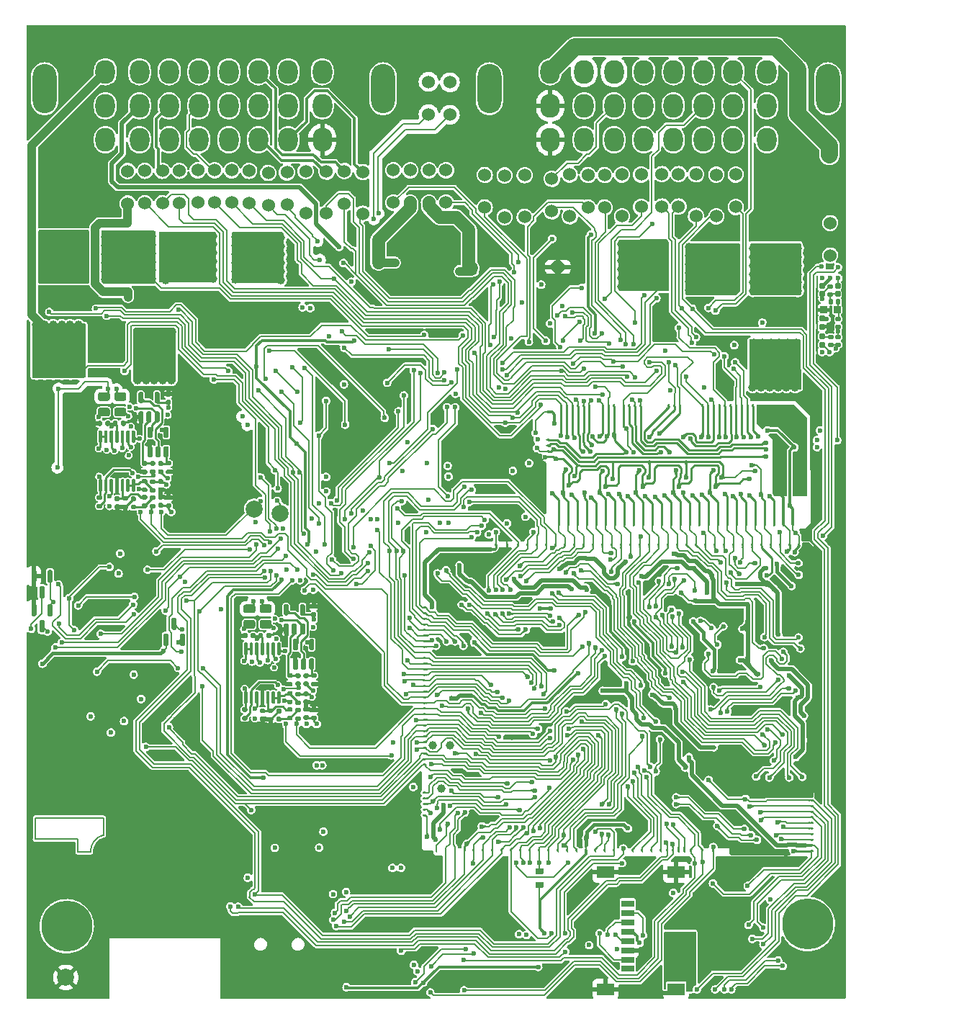
<source format=gbl>
G75*
G70*
%OFA0B0*%
%FSLAX25Y25*%
%IPPOS*%
%LPD*%
%AMOC8*
5,1,8,0,0,1.08239X$1,22.5*
%
%AMM122*
21,1,0.023620,0.018900,-0.000000,0.000000,270.000000*
21,1,0.018900,0.023620,-0.000000,0.000000,270.000000*
1,1,0.004720,-0.009450,-0.009450*
1,1,0.004720,-0.009450,0.009450*
1,1,0.004720,0.009450,0.009450*
1,1,0.004720,0.009450,-0.009450*
%
%AMM142*
21,1,0.033470,0.026770,-0.000000,0.000000,0.000000*
21,1,0.026770,0.033470,-0.000000,0.000000,0.000000*
1,1,0.006690,0.013390,-0.013390*
1,1,0.006690,-0.013390,-0.013390*
1,1,0.006690,-0.013390,0.013390*
1,1,0.006690,0.013390,0.013390*
%
%AMM216*
21,1,0.009840,0.009840,-0.000000,-0.000000,270.000000*
21,1,0.000000,0.019680,-0.000000,-0.000000,270.000000*
1,1,0.009840,-0.004920,-0.000000*
1,1,0.009840,-0.004920,-0.000000*
1,1,0.009840,0.004920,-0.000000*
1,1,0.009840,0.004920,-0.000000*
%
%AMM217*
21,1,0.009840,0.009840,-0.000000,-0.000000,180.000000*
21,1,0.000000,0.019680,-0.000000,-0.000000,180.000000*
1,1,0.009840,-0.000000,0.004920*
1,1,0.009840,-0.000000,0.004920*
1,1,0.009840,-0.000000,-0.004920*
1,1,0.009840,-0.000000,-0.004920*
%
%AMM307*
21,1,0.007870,1.133860,-0.000000,-0.000000,0.000000*
21,1,0.000000,1.141730,-0.000000,-0.000000,0.000000*
1,1,0.007870,-0.000000,-0.566930*
1,1,0.007870,-0.000000,-0.566930*
1,1,0.007870,-0.000000,0.566930*
1,1,0.007870,-0.000000,0.566930*
%
%AMM308*
21,1,0.009840,0.009840,-0.000000,-0.000000,90.000000*
21,1,0.000000,0.019680,-0.000000,-0.000000,90.000000*
1,1,0.009840,0.004920,-0.000000*
1,1,0.009840,0.004920,-0.000000*
1,1,0.009840,-0.004920,-0.000000*
1,1,0.009840,-0.004920,-0.000000*
%
%AMM316*
21,1,0.019680,0.019680,-0.000000,0.000000,0.000000*
21,1,0.015750,0.023620,-0.000000,0.000000,0.000000*
1,1,0.003940,0.007870,-0.009840*
1,1,0.003940,-0.007870,-0.009840*
1,1,0.003940,-0.007870,0.009840*
1,1,0.003940,0.007870,0.009840*
%
%AMM317*
21,1,0.019680,0.019680,-0.000000,0.000000,90.000000*
21,1,0.015750,0.023620,-0.000000,0.000000,90.000000*
1,1,0.003940,0.009840,0.007870*
1,1,0.003940,0.009840,-0.007870*
1,1,0.003940,-0.009840,-0.007870*
1,1,0.003940,-0.009840,0.007870*
%
%ADD10C,0.02362*%
%ADD107C,0.01968*%
%ADD11O,0.00787X0.36614*%
%ADD12O,0.04724X0.00787*%
%ADD16C,0.06000*%
%ADD17C,0.23622*%
%ADD18C,0.07874*%
%ADD20O,0.11024X0.22835*%
%ADD21O,0.09055X0.11024*%
%ADD216C,0.03900*%
%ADD264M122*%
%ADD288M142*%
%ADD370M216*%
%ADD371M217*%
%ADD41R,0.24350X0.00984*%
%ADD42R,0.00984X0.56201*%
%ADD43R,0.00984X0.59449*%
%ADD44R,0.04390X0.00984*%
%ADD45R,0.20374X0.00984*%
%ADD465M307*%
%ADD466M308*%
%ADD479O,0.04823X0.00787*%
%ADD481M316*%
%ADD482M317*%
%ADD56C,0.03937*%
%ADD57C,0.05906*%
%ADD61C,0.00787*%
%ADD62C,0.01181*%
%ADD63C,0.01575*%
%ADD64C,0.01969*%
%ADD65C,0.00800*%
%ADD74C,0.00984*%
%ADD82R,0.07874X0.02362*%
%ADD83R,0.05906X0.03150*%
%ADD84R,0.07874X0.05709*%
X0000000Y0000000D02*
%LPD*%
G01*
D61*
X0004361Y0084076D02*
X0035857Y0084076D01*
X0024046Y0068328D02*
X0024046Y0074234D01*
X0024046Y0074234D02*
X0004361Y0074234D01*
X0035857Y0084076D02*
X0035857Y0076202D01*
X0024046Y0068328D02*
X0029952Y0068328D01*
X0004361Y0074234D02*
X0004361Y0084076D01*
X0035857Y0076202D02*
G75*
G03*
X0029952Y0068328I0001885J-007565D01*
G01*
D10*
X0368583Y0299803D03*
X0372126Y0299803D03*
X0376063Y0334055D03*
D11*
X0366220Y0316929D03*
D12*
X0376457Y0299016D03*
D10*
X0372323Y0334055D03*
D12*
X0376457Y0299016D03*
D11*
X0378425Y0316929D03*
D10*
X0368583Y0334055D03*
D10*
X0334232Y0045177D03*
X0341456Y0043504D03*
X0333385Y0041339D03*
X0334232Y0037894D03*
X0334527Y0034547D03*
X0341456Y0033268D03*
X0336299Y0028150D03*
X0341456Y0025591D03*
X0318129Y0053839D03*
X0334173Y0052657D03*
D16*
X0302165Y0367106D03*
X0302165Y0382106D03*
D17*
X0018909Y0033933D03*
D16*
X0177953Y0368878D03*
X0177953Y0383878D03*
X0294488Y0367106D03*
X0294488Y0382106D03*
X0095276Y0368878D03*
X0095276Y0383878D03*
X0251772Y0381890D03*
X0251772Y0362598D03*
X0372362Y0344429D03*
X0372362Y0359429D03*
G36*
G01*
X0241339Y0251758D02*
X0242323Y0251758D01*
G75*
G02*
X0242815Y0251266I0000000J-000492D01*
G01*
X0242815Y0251266D01*
G75*
G02*
X0242323Y0250774I-000492J0000000D01*
G01*
X0241339Y0250774D01*
G75*
G02*
X0240846Y0251266I0000000J0000492D01*
G01*
X0240846Y0251266D01*
G75*
G02*
X0241339Y0251758I0000492J0000000D01*
G01*
G37*
G36*
G01*
X0241339Y0254356D02*
X0242323Y0254356D01*
G75*
G02*
X0242815Y0253864I0000000J-000492D01*
G01*
X0242815Y0253864D01*
G75*
G02*
X0242323Y0253372I-000492J0000000D01*
G01*
X0241339Y0253372D01*
G75*
G02*
X0240846Y0253864I0000000J0000492D01*
G01*
X0240846Y0253864D01*
G75*
G02*
X0241339Y0254356I0000492J0000000D01*
G01*
G37*
G36*
G01*
X0241339Y0256955D02*
X0242323Y0256955D01*
G75*
G02*
X0242815Y0256463I0000000J-000492D01*
G01*
X0242815Y0256463D01*
G75*
G02*
X0242323Y0255970I-000492J0000000D01*
G01*
X0241339Y0255970D01*
G75*
G02*
X0240846Y0256463I0000000J0000492D01*
G01*
X0240846Y0256463D01*
G75*
G02*
X0241339Y0256955I0000492J0000000D01*
G01*
G37*
G36*
G01*
X0241339Y0259553D02*
X0242323Y0259553D01*
G75*
G02*
X0242815Y0259061I0000000J-000492D01*
G01*
X0242815Y0259061D01*
G75*
G02*
X0242323Y0258569I-000492J0000000D01*
G01*
X0241339Y0258569D01*
G75*
G02*
X0240846Y0259061I0000000J0000492D01*
G01*
X0240846Y0259061D01*
G75*
G02*
X0241339Y0259553I0000492J0000000D01*
G01*
G37*
G36*
G01*
X0241339Y0272545D02*
X0242323Y0272545D01*
G75*
G02*
X0242815Y0272053I0000000J-000492D01*
G01*
X0242815Y0272053D01*
G75*
G02*
X0242323Y0271561I-000492J0000000D01*
G01*
X0241339Y0271561D01*
G75*
G02*
X0240846Y0272053I0000000J0000492D01*
G01*
X0240846Y0272053D01*
G75*
G02*
X0241339Y0272545I0000492J0000000D01*
G01*
G37*
G36*
G01*
X0354606Y0219400D02*
X0354606Y0220385D01*
G75*
G02*
X0355098Y0220877I0000492J0000000D01*
G01*
X0355098Y0220877D01*
G75*
G02*
X0355591Y0220385I0000000J-000492D01*
G01*
X0355591Y0219400D01*
G75*
G02*
X0355098Y0218908I-000492J0000000D01*
G01*
X0355098Y0218908D01*
G75*
G02*
X0354606Y0219400I0000000J0000492D01*
G01*
G37*
G36*
G01*
X0351260Y0220385D02*
X0351260Y0219400D01*
G75*
G02*
X0350768Y0218908I-000492J0000000D01*
G01*
X0350768Y0218908D01*
G75*
G02*
X0350276Y0219400I0000000J0000492D01*
G01*
X0350276Y0220385D01*
G75*
G02*
X0350768Y0220877I0000492J0000000D01*
G01*
X0350768Y0220877D01*
G75*
G02*
X0351260Y0220385I0000000J-000492D01*
G01*
G37*
G36*
G01*
X0346929Y0220385D02*
X0346929Y0219400D01*
G75*
G02*
X0346437Y0218908I-000492J0000000D01*
G01*
X0346437Y0218908D01*
G75*
G02*
X0345945Y0219400I0000000J0000492D01*
G01*
X0345945Y0220385D01*
G75*
G02*
X0346437Y0220877I0000492J0000000D01*
G01*
X0346437Y0220877D01*
G75*
G02*
X0346929Y0220385I0000000J-000492D01*
G01*
G37*
G36*
G01*
X0342598Y0220385D02*
X0342598Y0219400D01*
G75*
G02*
X0342106Y0218908I-000492J0000000D01*
G01*
X0342106Y0218908D01*
G75*
G02*
X0341614Y0219400I0000000J0000492D01*
G01*
X0341614Y0220385D01*
G75*
G02*
X0342106Y0220877I0000492J0000000D01*
G01*
X0342106Y0220877D01*
G75*
G02*
X0342598Y0220385I0000000J-000492D01*
G01*
G37*
G36*
G01*
X0338268Y0220385D02*
X0338268Y0219400D01*
G75*
G02*
X0337776Y0218908I-000492J0000000D01*
G01*
X0337776Y0218908D01*
G75*
G02*
X0337283Y0219400I0000000J0000492D01*
G01*
X0337283Y0220385D01*
G75*
G02*
X0337776Y0220877I0000492J0000000D01*
G01*
X0337776Y0220877D01*
G75*
G02*
X0338268Y0220385I0000000J-000492D01*
G01*
G37*
G36*
G01*
X0333937Y0220385D02*
X0333937Y0219400D01*
G75*
G02*
X0333445Y0218908I-000492J0000000D01*
G01*
X0333445Y0218908D01*
G75*
G02*
X0332953Y0219400I0000000J0000492D01*
G01*
X0332953Y0220385D01*
G75*
G02*
X0333445Y0220877I0000492J0000000D01*
G01*
X0333445Y0220877D01*
G75*
G02*
X0333937Y0220385I0000000J-000492D01*
G01*
G37*
G36*
G01*
X0329606Y0220385D02*
X0329606Y0219400D01*
G75*
G02*
X0329114Y0218908I-000492J0000000D01*
G01*
X0329114Y0218908D01*
G75*
G02*
X0328622Y0219400I0000000J0000492D01*
G01*
X0328622Y0220385D01*
G75*
G02*
X0329114Y0220877I0000492J0000000D01*
G01*
X0329114Y0220877D01*
G75*
G02*
X0329606Y0220385I0000000J-000492D01*
G01*
G37*
G36*
G01*
X0325276Y0220385D02*
X0325276Y0219400D01*
G75*
G02*
X0324783Y0218908I-000492J0000000D01*
G01*
X0324783Y0218908D01*
G75*
G02*
X0324291Y0219400I0000000J0000492D01*
G01*
X0324291Y0220385D01*
G75*
G02*
X0324783Y0220877I0000492J0000000D01*
G01*
X0324783Y0220877D01*
G75*
G02*
X0325276Y0220385I0000000J-000492D01*
G01*
G37*
G36*
G01*
X0320945Y0220385D02*
X0320945Y0219400D01*
G75*
G02*
X0320453Y0218908I-000492J0000000D01*
G01*
X0320453Y0218908D01*
G75*
G02*
X0319961Y0219400I0000000J0000492D01*
G01*
X0319961Y0220385D01*
G75*
G02*
X0320453Y0220877I0000492J0000000D01*
G01*
X0320453Y0220877D01*
G75*
G02*
X0320945Y0220385I0000000J-000492D01*
G01*
G37*
G36*
G01*
X0316614Y0220385D02*
X0316614Y0219400D01*
G75*
G02*
X0316122Y0218908I-000492J0000000D01*
G01*
X0316122Y0218908D01*
G75*
G02*
X0315630Y0219400I0000000J0000492D01*
G01*
X0315630Y0220385D01*
G75*
G02*
X0316122Y0220877I0000492J0000000D01*
G01*
X0316122Y0220877D01*
G75*
G02*
X0316614Y0220385I0000000J-000492D01*
G01*
G37*
G36*
G01*
X0312284Y0220385D02*
X0312284Y0219400D01*
G75*
G02*
X0311791Y0218908I-000492J0000000D01*
G01*
X0311791Y0218908D01*
G75*
G02*
X0311299Y0219400I0000000J0000492D01*
G01*
X0311299Y0220385D01*
G75*
G02*
X0311791Y0220877I0000492J0000000D01*
G01*
X0311791Y0220877D01*
G75*
G02*
X0312284Y0220385I0000000J-000492D01*
G01*
G37*
G36*
G01*
X0307953Y0220385D02*
X0307953Y0219400D01*
G75*
G02*
X0307461Y0218908I-000492J0000000D01*
G01*
X0307461Y0218908D01*
G75*
G02*
X0306969Y0219400I0000000J0000492D01*
G01*
X0306969Y0220385D01*
G75*
G02*
X0307461Y0220877I0000492J0000000D01*
G01*
X0307461Y0220877D01*
G75*
G02*
X0307953Y0220385I0000000J-000492D01*
G01*
G37*
G36*
G01*
X0303622Y0220385D02*
X0303622Y0219400D01*
G75*
G02*
X0303130Y0218908I-000492J0000000D01*
G01*
X0303130Y0218908D01*
G75*
G02*
X0302638Y0219400I0000000J0000492D01*
G01*
X0302638Y0220385D01*
G75*
G02*
X0303130Y0220877I0000492J0000000D01*
G01*
X0303130Y0220877D01*
G75*
G02*
X0303622Y0220385I0000000J-000492D01*
G01*
G37*
G36*
G01*
X0299291Y0220385D02*
X0299291Y0219400D01*
G75*
G02*
X0298799Y0218908I-000492J0000000D01*
G01*
X0298799Y0218908D01*
G75*
G02*
X0298307Y0219400I0000000J0000492D01*
G01*
X0298307Y0220385D01*
G75*
G02*
X0298799Y0220877I0000492J0000000D01*
G01*
X0298799Y0220877D01*
G75*
G02*
X0299291Y0220385I0000000J-000492D01*
G01*
G37*
G36*
G01*
X0294961Y0220385D02*
X0294961Y0219400D01*
G75*
G02*
X0294469Y0218908I-000492J0000000D01*
G01*
X0294469Y0218908D01*
G75*
G02*
X0293976Y0219400I0000000J0000492D01*
G01*
X0293976Y0220385D01*
G75*
G02*
X0294469Y0220877I0000492J0000000D01*
G01*
X0294469Y0220877D01*
G75*
G02*
X0294961Y0220385I0000000J-000492D01*
G01*
G37*
G36*
G01*
X0290630Y0220385D02*
X0290630Y0219400D01*
G75*
G02*
X0290138Y0218908I-000492J0000000D01*
G01*
X0290138Y0218908D01*
G75*
G02*
X0289646Y0219400I0000000J0000492D01*
G01*
X0289646Y0220385D01*
G75*
G02*
X0290138Y0220877I0000492J0000000D01*
G01*
X0290138Y0220877D01*
G75*
G02*
X0290630Y0220385I0000000J-000492D01*
G01*
G37*
G36*
G01*
X0286299Y0220385D02*
X0286299Y0219400D01*
G75*
G02*
X0285807Y0218908I-000492J0000000D01*
G01*
X0285807Y0218908D01*
G75*
G02*
X0285315Y0219400I0000000J0000492D01*
G01*
X0285315Y0220385D01*
G75*
G02*
X0285807Y0220877I0000492J0000000D01*
G01*
X0285807Y0220877D01*
G75*
G02*
X0286299Y0220385I0000000J-000492D01*
G01*
G37*
G36*
G01*
X0281969Y0220385D02*
X0281969Y0219400D01*
G75*
G02*
X0281476Y0218908I-000492J0000000D01*
G01*
X0281476Y0218908D01*
G75*
G02*
X0280984Y0219400I0000000J0000492D01*
G01*
X0280984Y0220385D01*
G75*
G02*
X0281476Y0220877I0000492J0000000D01*
G01*
X0281476Y0220877D01*
G75*
G02*
X0281969Y0220385I0000000J-000492D01*
G01*
G37*
G36*
G01*
X0277638Y0220385D02*
X0277638Y0219400D01*
G75*
G02*
X0277146Y0218908I-000492J0000000D01*
G01*
X0277146Y0218908D01*
G75*
G02*
X0276654Y0219400I0000000J0000492D01*
G01*
X0276654Y0220385D01*
G75*
G02*
X0277146Y0220877I0000492J0000000D01*
G01*
X0277146Y0220877D01*
G75*
G02*
X0277638Y0220385I0000000J-000492D01*
G01*
G37*
G36*
G01*
X0273307Y0220385D02*
X0273307Y0219400D01*
G75*
G02*
X0272815Y0218908I-000492J0000000D01*
G01*
X0272815Y0218908D01*
G75*
G02*
X0272323Y0219400I0000000J0000492D01*
G01*
X0272323Y0220385D01*
G75*
G02*
X0272815Y0220877I0000492J0000000D01*
G01*
X0272815Y0220877D01*
G75*
G02*
X0273307Y0220385I0000000J-000492D01*
G01*
G37*
G36*
G01*
X0268977Y0220385D02*
X0268977Y0219400D01*
G75*
G02*
X0268484Y0218908I-000492J0000000D01*
G01*
X0268484Y0218908D01*
G75*
G02*
X0267992Y0219400I0000000J0000492D01*
G01*
X0267992Y0220385D01*
G75*
G02*
X0268484Y0220877I0000492J0000000D01*
G01*
X0268484Y0220877D01*
G75*
G02*
X0268977Y0220385I0000000J-000492D01*
G01*
G37*
G36*
G01*
X0264646Y0220385D02*
X0264646Y0219400D01*
G75*
G02*
X0264154Y0218908I-000492J0000000D01*
G01*
X0264154Y0218908D01*
G75*
G02*
X0263662Y0219400I0000000J0000492D01*
G01*
X0263662Y0220385D01*
G75*
G02*
X0264154Y0220877I0000492J0000000D01*
G01*
X0264154Y0220877D01*
G75*
G02*
X0264646Y0220385I0000000J-000492D01*
G01*
G37*
G36*
G01*
X0260315Y0220385D02*
X0260315Y0219400D01*
G75*
G02*
X0259823Y0218908I-000492J0000000D01*
G01*
X0259823Y0218908D01*
G75*
G02*
X0259331Y0219400I0000000J0000492D01*
G01*
X0259331Y0220385D01*
G75*
G02*
X0259823Y0220877I0000492J0000000D01*
G01*
X0259823Y0220877D01*
G75*
G02*
X0260315Y0220385I0000000J-000492D01*
G01*
G37*
G36*
G01*
X0255984Y0220385D02*
X0255984Y0219400D01*
G75*
G02*
X0255492Y0218908I-000492J0000000D01*
G01*
X0255492Y0218908D01*
G75*
G02*
X0255000Y0219400I0000000J0000492D01*
G01*
X0255000Y0220385D01*
G75*
G02*
X0255492Y0220877I0000492J0000000D01*
G01*
X0255492Y0220877D01*
G75*
G02*
X0255984Y0220385I0000000J-000492D01*
G01*
G37*
G36*
G01*
X0251654Y0220385D02*
X0251654Y0219400D01*
G75*
G02*
X0251162Y0218908I-000492J0000000D01*
G01*
X0251162Y0218908D01*
G75*
G02*
X0250669Y0219400I0000000J0000492D01*
G01*
X0250669Y0220385D01*
G75*
G02*
X0251162Y0220877I0000492J0000000D01*
G01*
X0251162Y0220877D01*
G75*
G02*
X0251654Y0220385I0000000J-000492D01*
G01*
G37*
G36*
G01*
X0247323Y0220385D02*
X0247323Y0219400D01*
G75*
G02*
X0246831Y0218908I-000492J0000000D01*
G01*
X0246831Y0218908D01*
G75*
G02*
X0246339Y0219400I0000000J0000492D01*
G01*
X0246339Y0220385D01*
G75*
G02*
X0246831Y0220877I0000492J0000000D01*
G01*
X0246831Y0220877D01*
G75*
G02*
X0247323Y0220385I0000000J-000492D01*
G01*
G37*
G36*
G01*
X0248311Y0275353D02*
X0248311Y0274369D01*
G75*
G02*
X0247819Y0273877I-000492J0000000D01*
G01*
X0247819Y0273877D01*
G75*
G02*
X0247327Y0274369I0000000J0000492D01*
G01*
X0247327Y0275353D01*
G75*
G02*
X0247819Y0275845I0000492J0000000D01*
G01*
X0247819Y0275845D01*
G75*
G02*
X0248311Y0275353I0000000J-000492D01*
G01*
G37*
G36*
G01*
X0250909Y0275353D02*
X0250909Y0274369D01*
G75*
G02*
X0250417Y0273877I-000492J0000000D01*
G01*
X0250417Y0273877D01*
G75*
G02*
X0249925Y0274369I0000000J0000492D01*
G01*
X0249925Y0275353D01*
G75*
G02*
X0250417Y0275845I0000492J0000000D01*
G01*
X0250417Y0275845D01*
G75*
G02*
X0250909Y0275353I0000000J-000492D01*
G01*
G37*
G36*
G01*
X0253508Y0275353D02*
X0253508Y0274369D01*
G75*
G02*
X0253016Y0273877I-000492J0000000D01*
G01*
X0253016Y0273877D01*
G75*
G02*
X0252524Y0274369I0000000J0000492D01*
G01*
X0252524Y0275353D01*
G75*
G02*
X0253016Y0275845I0000492J0000000D01*
G01*
X0253016Y0275845D01*
G75*
G02*
X0253508Y0275353I0000000J-000492D01*
G01*
G37*
G36*
G01*
X0256106Y0275353D02*
X0256106Y0274369D01*
G75*
G02*
X0255614Y0273877I-000492J0000000D01*
G01*
X0255614Y0273877D01*
G75*
G02*
X0255122Y0274369I0000000J0000492D01*
G01*
X0255122Y0275353D01*
G75*
G02*
X0255614Y0275845I0000492J0000000D01*
G01*
X0255614Y0275845D01*
G75*
G02*
X0256106Y0275353I0000000J-000492D01*
G01*
G37*
G36*
G01*
X0258705Y0275353D02*
X0258705Y0274369D01*
G75*
G02*
X0258213Y0273877I-000492J0000000D01*
G01*
X0258213Y0273877D01*
G75*
G02*
X0257720Y0274369I0000000J0000492D01*
G01*
X0257720Y0275353D01*
G75*
G02*
X0258213Y0275845I0000492J0000000D01*
G01*
X0258213Y0275845D01*
G75*
G02*
X0258705Y0275353I0000000J-000492D01*
G01*
G37*
G36*
G01*
X0261303Y0275353D02*
X0261303Y0274369D01*
G75*
G02*
X0260811Y0273877I-000492J0000000D01*
G01*
X0260811Y0273877D01*
G75*
G02*
X0260319Y0274369I0000000J0000492D01*
G01*
X0260319Y0275353D01*
G75*
G02*
X0260811Y0275845I0000492J0000000D01*
G01*
X0260811Y0275845D01*
G75*
G02*
X0261303Y0275353I0000000J-000492D01*
G01*
G37*
G36*
G01*
X0267606Y0275353D02*
X0267606Y0274369D01*
G75*
G02*
X0267114Y0273877I-000492J0000000D01*
G01*
X0267114Y0273877D01*
G75*
G02*
X0266622Y0274369I0000000J0000492D01*
G01*
X0266622Y0275353D01*
G75*
G02*
X0267114Y0275845I0000492J0000000D01*
G01*
X0267114Y0275845D01*
G75*
G02*
X0267606Y0275353I0000000J-000492D01*
G01*
G37*
G36*
G01*
X0270205Y0275353D02*
X0270205Y0274369D01*
G75*
G02*
X0269713Y0273877I-000492J0000000D01*
G01*
X0269713Y0273877D01*
G75*
G02*
X0269220Y0274369I0000000J0000492D01*
G01*
X0269220Y0275353D01*
G75*
G02*
X0269713Y0275845I0000492J0000000D01*
G01*
X0269713Y0275845D01*
G75*
G02*
X0270205Y0275353I0000000J-000492D01*
G01*
G37*
G36*
G01*
X0272803Y0275353D02*
X0272803Y0274369D01*
G75*
G02*
X0272311Y0273877I-000492J0000000D01*
G01*
X0272311Y0273877D01*
G75*
G02*
X0271819Y0274369I0000000J0000492D01*
G01*
X0271819Y0275353D01*
G75*
G02*
X0272311Y0275845I0000492J0000000D01*
G01*
X0272311Y0275845D01*
G75*
G02*
X0272803Y0275353I0000000J-000492D01*
G01*
G37*
G36*
G01*
X0277216Y0275353D02*
X0277216Y0274369D01*
G75*
G02*
X0276724Y0273877I-000492J0000000D01*
G01*
X0276724Y0273877D01*
G75*
G02*
X0276232Y0274369I0000000J0000492D01*
G01*
X0276232Y0275353D01*
G75*
G02*
X0276724Y0275845I0000492J0000000D01*
G01*
X0276724Y0275845D01*
G75*
G02*
X0277216Y0275353I0000000J-000492D01*
G01*
G37*
G36*
G01*
X0279815Y0275353D02*
X0279815Y0274369D01*
G75*
G02*
X0279322Y0273877I-000492J0000000D01*
G01*
X0279322Y0273877D01*
G75*
G02*
X0278830Y0274369I0000000J0000492D01*
G01*
X0278830Y0275353D01*
G75*
G02*
X0279322Y0275845I0000492J0000000D01*
G01*
X0279322Y0275845D01*
G75*
G02*
X0279815Y0275353I0000000J-000492D01*
G01*
G37*
G36*
G01*
X0282413Y0275353D02*
X0282413Y0274369D01*
G75*
G02*
X0281921Y0273877I-000492J0000000D01*
G01*
X0281921Y0273877D01*
G75*
G02*
X0281429Y0274369I0000000J0000492D01*
G01*
X0281429Y0275353D01*
G75*
G02*
X0281921Y0275845I0000492J0000000D01*
G01*
X0281921Y0275845D01*
G75*
G02*
X0282413Y0275353I0000000J-000492D01*
G01*
G37*
G36*
G01*
X0285011Y0275353D02*
X0285011Y0274369D01*
G75*
G02*
X0284519Y0273877I-000492J0000000D01*
G01*
X0284519Y0273877D01*
G75*
G02*
X0284027Y0274369I0000000J0000492D01*
G01*
X0284027Y0275353D01*
G75*
G02*
X0284519Y0275845I0000492J0000000D01*
G01*
X0284519Y0275845D01*
G75*
G02*
X0285011Y0275353I0000000J-000492D01*
G01*
G37*
G36*
G01*
X0298106Y0275353D02*
X0298106Y0274369D01*
G75*
G02*
X0297614Y0273877I-000492J0000000D01*
G01*
X0297614Y0273877D01*
G75*
G02*
X0297122Y0274369I0000000J0000492D01*
G01*
X0297122Y0275353D01*
G75*
G02*
X0297614Y0275845I0000492J0000000D01*
G01*
X0297614Y0275845D01*
G75*
G02*
X0298106Y0275353I0000000J-000492D01*
G01*
G37*
G36*
G01*
X0300705Y0275353D02*
X0300705Y0274369D01*
G75*
G02*
X0300213Y0273877I-000492J0000000D01*
G01*
X0300213Y0273877D01*
G75*
G02*
X0299720Y0274369I0000000J0000492D01*
G01*
X0299720Y0275353D01*
G75*
G02*
X0300213Y0275845I0000492J0000000D01*
G01*
X0300213Y0275845D01*
G75*
G02*
X0300705Y0275353I0000000J-000492D01*
G01*
G37*
G36*
G01*
X0303303Y0275353D02*
X0303303Y0274369D01*
G75*
G02*
X0302811Y0273877I-000492J0000000D01*
G01*
X0302811Y0273877D01*
G75*
G02*
X0302319Y0274369I0000000J0000492D01*
G01*
X0302319Y0275353D01*
G75*
G02*
X0302811Y0275845I0000492J0000000D01*
G01*
X0302811Y0275845D01*
G75*
G02*
X0303303Y0275353I0000000J-000492D01*
G01*
G37*
G36*
G01*
X0313720Y0275353D02*
X0313720Y0274369D01*
G75*
G02*
X0313228Y0273877I-000492J0000000D01*
G01*
X0313228Y0273877D01*
G75*
G02*
X0312736Y0274369I0000000J0000492D01*
G01*
X0312736Y0275353D01*
G75*
G02*
X0313228Y0275845I0000492J0000000D01*
G01*
X0313228Y0275845D01*
G75*
G02*
X0313720Y0275353I0000000J-000492D01*
G01*
G37*
G36*
G01*
X0316319Y0275353D02*
X0316319Y0274369D01*
G75*
G02*
X0315827Y0273877I-000492J0000000D01*
G01*
X0315827Y0273877D01*
G75*
G02*
X0315335Y0274369I0000000J0000492D01*
G01*
X0315335Y0275353D01*
G75*
G02*
X0315827Y0275845I0000492J0000000D01*
G01*
X0315827Y0275845D01*
G75*
G02*
X0316319Y0275353I0000000J-000492D01*
G01*
G37*
G36*
G01*
X0318917Y0275353D02*
X0318917Y0274369D01*
G75*
G02*
X0318425Y0273877I-000492J0000000D01*
G01*
X0318425Y0273877D01*
G75*
G02*
X0317933Y0274369I0000000J0000492D01*
G01*
X0317933Y0275353D01*
G75*
G02*
X0318425Y0275845I0000492J0000000D01*
G01*
X0318425Y0275845D01*
G75*
G02*
X0318917Y0275353I0000000J-000492D01*
G01*
G37*
G36*
G01*
X0321516Y0275353D02*
X0321516Y0274369D01*
G75*
G02*
X0321024Y0273877I-000492J0000000D01*
G01*
X0321024Y0273877D01*
G75*
G02*
X0320531Y0274369I0000000J0000492D01*
G01*
X0320531Y0275353D01*
G75*
G02*
X0321024Y0275845I0000492J0000000D01*
G01*
X0321024Y0275845D01*
G75*
G02*
X0321516Y0275353I0000000J-000492D01*
G01*
G37*
G36*
G01*
X0324114Y0275353D02*
X0324114Y0274369D01*
G75*
G02*
X0323622Y0273877I-000492J0000000D01*
G01*
X0323622Y0273877D01*
G75*
G02*
X0323130Y0274369I0000000J0000492D01*
G01*
X0323130Y0275353D01*
G75*
G02*
X0323622Y0275845I0000492J0000000D01*
G01*
X0323622Y0275845D01*
G75*
G02*
X0324114Y0275353I0000000J-000492D01*
G01*
G37*
G36*
G01*
X0326713Y0275353D02*
X0326713Y0274369D01*
G75*
G02*
X0326220Y0273877I-000492J0000000D01*
G01*
X0326220Y0273877D01*
G75*
G02*
X0325728Y0274369I0000000J0000492D01*
G01*
X0325728Y0275353D01*
G75*
G02*
X0326220Y0275845I0000492J0000000D01*
G01*
X0326220Y0275845D01*
G75*
G02*
X0326713Y0275353I0000000J-000492D01*
G01*
G37*
G36*
G01*
X0329311Y0275353D02*
X0329311Y0274369D01*
G75*
G02*
X0328819Y0273877I-000492J0000000D01*
G01*
X0328819Y0273877D01*
G75*
G02*
X0328327Y0274369I0000000J0000492D01*
G01*
X0328327Y0275353D01*
G75*
G02*
X0328819Y0275845I0000492J0000000D01*
G01*
X0328819Y0275845D01*
G75*
G02*
X0329311Y0275353I0000000J-000492D01*
G01*
G37*
G36*
G01*
X0331909Y0275353D02*
X0331909Y0274369D01*
G75*
G02*
X0331417Y0273877I-000492J0000000D01*
G01*
X0331417Y0273877D01*
G75*
G02*
X0330925Y0274369I0000000J0000492D01*
G01*
X0330925Y0275353D01*
G75*
G02*
X0331417Y0275845I0000492J0000000D01*
G01*
X0331417Y0275845D01*
G75*
G02*
X0331909Y0275353I0000000J-000492D01*
G01*
G37*
G36*
G01*
X0334508Y0275353D02*
X0334508Y0274369D01*
G75*
G02*
X0334016Y0273877I-000492J0000000D01*
G01*
X0334016Y0273877D01*
G75*
G02*
X0333524Y0274369I0000000J0000492D01*
G01*
X0333524Y0275353D01*
G75*
G02*
X0334016Y0275845I0000492J0000000D01*
G01*
X0334016Y0275845D01*
G75*
G02*
X0334508Y0275353I0000000J-000492D01*
G01*
G37*
G36*
G01*
X0337106Y0275353D02*
X0337106Y0274369D01*
G75*
G02*
X0336614Y0273877I-000492J0000000D01*
G01*
X0336614Y0273877D01*
G75*
G02*
X0336122Y0274369I0000000J0000492D01*
G01*
X0336122Y0275353D01*
G75*
G02*
X0336614Y0275845I0000492J0000000D01*
G01*
X0336614Y0275845D01*
G75*
G02*
X0337106Y0275353I0000000J-000492D01*
G01*
G37*
D20*
X0165354Y0421654D03*
X0008661Y0421654D03*
D21*
X0036811Y0398031D03*
X0052559Y0398031D03*
X0066339Y0398031D03*
X0080118Y0398031D03*
X0093898Y0398031D03*
X0107677Y0398031D03*
X0121457Y0398031D03*
X0137205Y0398031D03*
X0036811Y0413780D03*
X0052559Y0413780D03*
X0066339Y0413780D03*
X0080118Y0413780D03*
X0093898Y0413780D03*
X0107677Y0413780D03*
X0121457Y0413780D03*
X0137205Y0413780D03*
X0036811Y0429528D03*
X0052559Y0429528D03*
X0066339Y0429528D03*
X0080118Y0429528D03*
X0093898Y0429528D03*
X0107677Y0429528D03*
X0121457Y0429528D03*
X0137205Y0429528D03*
D16*
X0186417Y0424823D03*
X0186417Y0409823D03*
X0170079Y0383878D03*
X0170079Y0368878D03*
X0267913Y0366713D03*
X0267913Y0381713D03*
X0087402Y0368878D03*
X0087402Y0383878D03*
X0284843Y0366909D03*
X0284843Y0381909D03*
X0047047Y0368484D03*
X0047047Y0383484D03*
D10*
X0203740Y0023327D03*
X0207185Y0021260D03*
X0202559Y0018307D03*
X0202854Y0004331D03*
X0109992Y0102693D03*
X0115208Y0070311D03*
X0135809Y0070380D03*
X0137748Y0077791D03*
X0142177Y0048854D03*
D10*
X0125197Y0127559D03*
X0120472Y0127559D03*
X0129921Y0127559D03*
X0134646Y0127559D03*
D43*
X0098622Y0156004D03*
D44*
X0100325Y0185236D03*
D42*
X0135827Y0157628D03*
D45*
X0108317Y0126772D03*
D41*
X0124144Y0185236D03*
D10*
X0109213Y0184350D03*
X0105276Y0184350D03*
D16*
X0260236Y0366713D03*
X0260236Y0381713D03*
X0112205Y0367697D03*
X0112205Y0382697D03*
X0129528Y0383464D03*
X0129528Y0364173D03*
D10*
X0243504Y0339134D03*
X0249016Y0339134D03*
D82*
X0246260Y0339134D03*
D16*
X0055118Y0368681D03*
X0055118Y0383681D03*
X0212402Y0366713D03*
X0212402Y0381713D03*
X0103346Y0368681D03*
X0103346Y0383681D03*
X0319669Y0381870D03*
X0319669Y0362579D03*
X0063189Y0368681D03*
X0063189Y0383681D03*
X0275984Y0381890D03*
X0275984Y0362598D03*
X0120866Y0367894D03*
X0120866Y0382894D03*
D17*
X0362000Y0034933D03*
D16*
X0071063Y0368681D03*
X0071063Y0383681D03*
X0079528Y0368878D03*
X0079528Y0383878D03*
X0155906Y0383071D03*
X0155906Y0363779D03*
X0147441Y0368484D03*
X0147441Y0383484D03*
X0186614Y0383878D03*
X0186614Y0368878D03*
G36*
G01*
X0184096Y0085841D02*
X0185081Y0085841D01*
G75*
G02*
X0185573Y0085349I0000000J-000492D01*
G01*
X0185573Y0085349D01*
G75*
G02*
X0185081Y0084857I-000492J0000000D01*
G01*
X0184096Y0084857D01*
G75*
G02*
X0183604Y0085349I0000000J0000492D01*
G01*
X0183604Y0085349D01*
G75*
G02*
X0184096Y0085841I0000492J0000000D01*
G01*
G37*
G36*
G01*
X0185081Y0087455D02*
X0184096Y0087455D01*
G75*
G02*
X0183604Y0087947I0000000J0000492D01*
G01*
X0183604Y0087947D01*
G75*
G02*
X0184096Y0088439I0000492J0000000D01*
G01*
X0185081Y0088439D01*
G75*
G02*
X0185573Y0087947I0000000J-000492D01*
G01*
X0185573Y0087947D01*
G75*
G02*
X0185081Y0087455I-000492J0000000D01*
G01*
G37*
G36*
G01*
X0185081Y0090054D02*
X0184096Y0090054D01*
G75*
G02*
X0183604Y0090546I0000000J0000492D01*
G01*
X0183604Y0090546D01*
G75*
G02*
X0184096Y0091038I0000492J0000000D01*
G01*
X0185081Y0091038D01*
G75*
G02*
X0185573Y0090546I0000000J-000492D01*
G01*
X0185573Y0090546D01*
G75*
G02*
X0185081Y0090054I-000492J0000000D01*
G01*
G37*
G36*
G01*
X0185081Y0092652D02*
X0184096Y0092652D01*
G75*
G02*
X0183604Y0093144I0000000J0000492D01*
G01*
X0183604Y0093144D01*
G75*
G02*
X0184096Y0093636I0000492J0000000D01*
G01*
X0185081Y0093636D01*
G75*
G02*
X0185573Y0093144I0000000J-000492D01*
G01*
X0185573Y0093144D01*
G75*
G02*
X0185081Y0092652I-000492J0000000D01*
G01*
G37*
G36*
G01*
X0185081Y0095250D02*
X0184096Y0095250D01*
G75*
G02*
X0183604Y0095743I0000000J0000492D01*
G01*
X0183604Y0095743D01*
G75*
G02*
X0184096Y0096235I0000492J0000000D01*
G01*
X0185081Y0096235D01*
G75*
G02*
X0185573Y0095743I0000000J-000492D01*
G01*
X0185573Y0095743D01*
G75*
G02*
X0185081Y0095250I-000492J0000000D01*
G01*
G37*
G36*
G01*
X0185081Y0108243D02*
X0184096Y0108243D01*
G75*
G02*
X0183604Y0108735I0000000J0000492D01*
G01*
X0183604Y0108735D01*
G75*
G02*
X0184096Y0109227I0000492J0000000D01*
G01*
X0185081Y0109227D01*
G75*
G02*
X0185573Y0108735I0000000J-000492D01*
G01*
X0185573Y0108735D01*
G75*
G02*
X0185081Y0108243I-000492J0000000D01*
G01*
G37*
G36*
G01*
X0185081Y0110841D02*
X0184096Y0110841D01*
G75*
G02*
X0183604Y0111333I0000000J0000492D01*
G01*
X0183604Y0111333D01*
G75*
G02*
X0184096Y0111825I0000492J0000000D01*
G01*
X0185081Y0111825D01*
G75*
G02*
X0185573Y0111333I0000000J-000492D01*
G01*
X0185573Y0111333D01*
G75*
G02*
X0185081Y0110841I-000492J0000000D01*
G01*
G37*
G36*
G01*
X0185081Y0113439D02*
X0184096Y0113439D01*
G75*
G02*
X0183604Y0113932I0000000J0000492D01*
G01*
X0183604Y0113932D01*
G75*
G02*
X0184096Y0114424I0000492J0000000D01*
G01*
X0185081Y0114424D01*
G75*
G02*
X0185573Y0113932I0000000J-000492D01*
G01*
X0185573Y0113932D01*
G75*
G02*
X0185081Y0113439I-000492J0000000D01*
G01*
G37*
G36*
G01*
X0185081Y0116038D02*
X0184096Y0116038D01*
G75*
G02*
X0183604Y0116530I0000000J0000492D01*
G01*
X0183604Y0116530D01*
G75*
G02*
X0184096Y0117022I0000492J0000000D01*
G01*
X0185081Y0117022D01*
G75*
G02*
X0185573Y0116530I0000000J-000492D01*
G01*
X0185573Y0116530D01*
G75*
G02*
X0185081Y0116038I-000492J0000000D01*
G01*
G37*
G36*
G01*
X0185081Y0118636D02*
X0184096Y0118636D01*
G75*
G02*
X0183604Y0119128I0000000J0000492D01*
G01*
X0183604Y0119128D01*
G75*
G02*
X0184096Y0119621I0000492J0000000D01*
G01*
X0185081Y0119621D01*
G75*
G02*
X0185573Y0119128I0000000J-000492D01*
G01*
X0185573Y0119128D01*
G75*
G02*
X0185081Y0118636I-000492J0000000D01*
G01*
G37*
G36*
G01*
X0185081Y0121235D02*
X0184096Y0121235D01*
G75*
G02*
X0183604Y0121727I0000000J0000492D01*
G01*
X0183604Y0121727D01*
G75*
G02*
X0184096Y0122219I0000492J0000000D01*
G01*
X0185081Y0122219D01*
G75*
G02*
X0185573Y0121727I0000000J-000492D01*
G01*
X0185573Y0121727D01*
G75*
G02*
X0185081Y0121235I-000492J0000000D01*
G01*
G37*
G36*
G01*
X0185081Y0123833D02*
X0184096Y0123833D01*
G75*
G02*
X0183604Y0124325I0000000J0000492D01*
G01*
X0183604Y0124325D01*
G75*
G02*
X0184096Y0124817I0000492J0000000D01*
G01*
X0185081Y0124817D01*
G75*
G02*
X0185573Y0124325I0000000J-000492D01*
G01*
X0185573Y0124325D01*
G75*
G02*
X0185081Y0123833I-000492J0000000D01*
G01*
G37*
G36*
G01*
X0185081Y0126432D02*
X0184096Y0126432D01*
G75*
G02*
X0183604Y0126924I0000000J0000492D01*
G01*
X0183604Y0126924D01*
G75*
G02*
X0184096Y0127416I0000492J0000000D01*
G01*
X0185081Y0127416D01*
G75*
G02*
X0185573Y0126924I0000000J-000492D01*
G01*
X0185573Y0126924D01*
G75*
G02*
X0185081Y0126432I-000492J0000000D01*
G01*
G37*
G36*
G01*
X0185081Y0129030D02*
X0184096Y0129030D01*
G75*
G02*
X0183604Y0129522I0000000J0000492D01*
G01*
X0183604Y0129522D01*
G75*
G02*
X0184096Y0130014I0000492J0000000D01*
G01*
X0185081Y0130014D01*
G75*
G02*
X0185573Y0129522I0000000J-000492D01*
G01*
X0185573Y0129522D01*
G75*
G02*
X0185081Y0129030I-000492J0000000D01*
G01*
G37*
G36*
G01*
X0185081Y0131628D02*
X0184096Y0131628D01*
G75*
G02*
X0183604Y0132121I0000000J0000492D01*
G01*
X0183604Y0132121D01*
G75*
G02*
X0184096Y0132613I0000492J0000000D01*
G01*
X0185081Y0132613D01*
G75*
G02*
X0185573Y0132121I0000000J-000492D01*
G01*
X0185573Y0132121D01*
G75*
G02*
X0185081Y0131628I-000492J0000000D01*
G01*
G37*
G36*
G01*
X0185081Y0134227D02*
X0184096Y0134227D01*
G75*
G02*
X0183604Y0134719I0000000J0000492D01*
G01*
X0183604Y0134719D01*
G75*
G02*
X0184096Y0135211I0000492J0000000D01*
G01*
X0185081Y0135211D01*
G75*
G02*
X0185573Y0134719I0000000J-000492D01*
G01*
X0185573Y0134719D01*
G75*
G02*
X0185081Y0134227I-000492J0000000D01*
G01*
G37*
G36*
G01*
X0185081Y0136825D02*
X0184096Y0136825D01*
G75*
G02*
X0183604Y0137317I0000000J0000492D01*
G01*
X0183604Y0137317D01*
G75*
G02*
X0184096Y0137810I0000492J0000000D01*
G01*
X0185081Y0137810D01*
G75*
G02*
X0185573Y0137317I0000000J-000492D01*
G01*
X0185573Y0137317D01*
G75*
G02*
X0185081Y0136825I-000492J0000000D01*
G01*
G37*
G36*
G01*
X0185081Y0139424D02*
X0184096Y0139424D01*
G75*
G02*
X0183604Y0139916I0000000J0000492D01*
G01*
X0183604Y0139916D01*
G75*
G02*
X0184096Y0140408I0000492J0000000D01*
G01*
X0185081Y0140408D01*
G75*
G02*
X0185573Y0139916I0000000J-000492D01*
G01*
X0185573Y0139916D01*
G75*
G02*
X0185081Y0139424I-000492J0000000D01*
G01*
G37*
G36*
G01*
X0185081Y0142022D02*
X0184096Y0142022D01*
G75*
G02*
X0183604Y0142514I0000000J0000492D01*
G01*
X0183604Y0142514D01*
G75*
G02*
X0184096Y0143006I0000492J0000000D01*
G01*
X0185081Y0143006D01*
G75*
G02*
X0185573Y0142514I0000000J-000492D01*
G01*
X0185573Y0142514D01*
G75*
G02*
X0185081Y0142022I-000492J0000000D01*
G01*
G37*
G36*
G01*
X0185081Y0144621D02*
X0184096Y0144621D01*
G75*
G02*
X0183604Y0145113I0000000J0000492D01*
G01*
X0183604Y0145113D01*
G75*
G02*
X0184096Y0145605I0000492J0000000D01*
G01*
X0185081Y0145605D01*
G75*
G02*
X0185573Y0145113I0000000J-000492D01*
G01*
X0185573Y0145113D01*
G75*
G02*
X0185081Y0144621I-000492J0000000D01*
G01*
G37*
G36*
G01*
X0185081Y0147219D02*
X0184096Y0147219D01*
G75*
G02*
X0183604Y0147711I0000000J0000492D01*
G01*
X0183604Y0147711D01*
G75*
G02*
X0184096Y0148203I0000492J0000000D01*
G01*
X0185081Y0148203D01*
G75*
G02*
X0185573Y0147711I0000000J-000492D01*
G01*
X0185573Y0147711D01*
G75*
G02*
X0185081Y0147219I-000492J0000000D01*
G01*
G37*
G36*
G01*
X0185081Y0149817D02*
X0184096Y0149817D01*
G75*
G02*
X0183604Y0150310I0000000J0000492D01*
G01*
X0183604Y0150310D01*
G75*
G02*
X0184096Y0150802I0000492J0000000D01*
G01*
X0185081Y0150802D01*
G75*
G02*
X0185573Y0150310I0000000J-000492D01*
G01*
X0185573Y0150310D01*
G75*
G02*
X0185081Y0149817I-000492J0000000D01*
G01*
G37*
G36*
G01*
X0185081Y0152416D02*
X0184096Y0152416D01*
G75*
G02*
X0183604Y0152908I0000000J0000492D01*
G01*
X0183604Y0152908D01*
G75*
G02*
X0184096Y0153400I0000492J0000000D01*
G01*
X0185081Y0153400D01*
G75*
G02*
X0185573Y0152908I0000000J-000492D01*
G01*
X0185573Y0152908D01*
G75*
G02*
X0185081Y0152416I-000492J0000000D01*
G01*
G37*
G36*
G01*
X0185081Y0155014D02*
X0184096Y0155014D01*
G75*
G02*
X0183604Y0155506I0000000J0000492D01*
G01*
X0183604Y0155506D01*
G75*
G02*
X0184096Y0155999I0000492J0000000D01*
G01*
X0185081Y0155999D01*
G75*
G02*
X0185573Y0155506I0000000J-000492D01*
G01*
X0185573Y0155506D01*
G75*
G02*
X0185081Y0155014I-000492J0000000D01*
G01*
G37*
G36*
G01*
X0185081Y0157613D02*
X0184096Y0157613D01*
G75*
G02*
X0183604Y0158105I0000000J0000492D01*
G01*
X0183604Y0158105D01*
G75*
G02*
X0184096Y0158597I0000492J0000000D01*
G01*
X0185081Y0158597D01*
G75*
G02*
X0185573Y0158105I0000000J-000492D01*
G01*
X0185573Y0158105D01*
G75*
G02*
X0185081Y0157613I-000492J0000000D01*
G01*
G37*
G36*
G01*
X0185081Y0160211D02*
X0184096Y0160211D01*
G75*
G02*
X0183604Y0160703I0000000J0000492D01*
G01*
X0183604Y0160703D01*
G75*
G02*
X0184096Y0161195I0000492J0000000D01*
G01*
X0185081Y0161195D01*
G75*
G02*
X0185573Y0160703I0000000J-000492D01*
G01*
X0185573Y0160703D01*
G75*
G02*
X0185081Y0160211I-000492J0000000D01*
G01*
G37*
G36*
G01*
X0185081Y0162810D02*
X0184096Y0162810D01*
G75*
G02*
X0183604Y0163302I0000000J0000492D01*
G01*
X0183604Y0163302D01*
G75*
G02*
X0184096Y0163794I0000492J0000000D01*
G01*
X0185081Y0163794D01*
G75*
G02*
X0185573Y0163302I0000000J-000492D01*
G01*
X0185573Y0163302D01*
G75*
G02*
X0185081Y0162810I-000492J0000000D01*
G01*
G37*
G36*
G01*
X0185081Y0165408D02*
X0184096Y0165408D01*
G75*
G02*
X0183604Y0165900I0000000J0000492D01*
G01*
X0183604Y0165900D01*
G75*
G02*
X0184096Y0166392I0000492J0000000D01*
G01*
X0185081Y0166392D01*
G75*
G02*
X0185573Y0165900I0000000J-000492D01*
G01*
X0185573Y0165900D01*
G75*
G02*
X0185081Y0165408I-000492J0000000D01*
G01*
G37*
G36*
G01*
X0185081Y0168006D02*
X0184096Y0168006D01*
G75*
G02*
X0183604Y0168499I0000000J0000492D01*
G01*
X0183604Y0168499D01*
G75*
G02*
X0184096Y0168991I0000492J0000000D01*
G01*
X0185081Y0168991D01*
G75*
G02*
X0185573Y0168499I0000000J-000492D01*
G01*
X0185573Y0168499D01*
G75*
G02*
X0185081Y0168006I-000492J0000000D01*
G01*
G37*
G36*
G01*
X0185081Y0170605D02*
X0184096Y0170605D01*
G75*
G02*
X0183604Y0171097I0000000J0000492D01*
G01*
X0183604Y0171097D01*
G75*
G02*
X0184096Y0171589I0000492J0000000D01*
G01*
X0185081Y0171589D01*
G75*
G02*
X0185573Y0171097I0000000J-000492D01*
G01*
X0185573Y0171097D01*
G75*
G02*
X0185081Y0170605I-000492J0000000D01*
G01*
G37*
G36*
G01*
X0185081Y0173203D02*
X0184096Y0173203D01*
G75*
G02*
X0183604Y0173695I0000000J0000492D01*
G01*
X0183604Y0173695D01*
G75*
G02*
X0184096Y0174188I0000492J0000000D01*
G01*
X0185081Y0174188D01*
G75*
G02*
X0185573Y0173695I0000000J-000492D01*
G01*
X0185573Y0173695D01*
G75*
G02*
X0185081Y0173203I-000492J0000000D01*
G01*
G37*
G36*
G01*
X0185081Y0175802D02*
X0184096Y0175802D01*
G75*
G02*
X0183604Y0176294I0000000J0000492D01*
G01*
X0183604Y0176294D01*
G75*
G02*
X0184096Y0176786I0000492J0000000D01*
G01*
X0185081Y0176786D01*
G75*
G02*
X0185573Y0176294I0000000J-000492D01*
G01*
X0185573Y0176294D01*
G75*
G02*
X0185081Y0175802I-000492J0000000D01*
G01*
G37*
G36*
G01*
X0185081Y0178400D02*
X0184096Y0178400D01*
G75*
G02*
X0183604Y0178892I0000000J0000492D01*
G01*
X0183604Y0178892D01*
G75*
G02*
X0184096Y0179384I0000492J0000000D01*
G01*
X0185081Y0179384D01*
G75*
G02*
X0185573Y0178892I0000000J-000492D01*
G01*
X0185573Y0178892D01*
G75*
G02*
X0185081Y0178400I-000492J0000000D01*
G01*
G37*
G36*
G01*
X0185081Y0180999D02*
X0184096Y0180999D01*
G75*
G02*
X0183604Y0181491I0000000J0000492D01*
G01*
X0183604Y0181491D01*
G75*
G02*
X0184096Y0181983I0000492J0000000D01*
G01*
X0185081Y0181983D01*
G75*
G02*
X0185573Y0181491I0000000J-000492D01*
G01*
X0185573Y0181491D01*
G75*
G02*
X0185081Y0180999I-000492J0000000D01*
G01*
G37*
G36*
G01*
X0317746Y0068609D02*
X0317746Y0069593D01*
G75*
G02*
X0318238Y0070085I0000492J0000000D01*
G01*
X0318238Y0070085D01*
G75*
G02*
X0318730Y0069593I0000000J-000492D01*
G01*
X0318730Y0068609D01*
G75*
G02*
X0318238Y0068117I-000492J0000000D01*
G01*
X0318238Y0068117D01*
G75*
G02*
X0317746Y0068609I0000000J0000492D01*
G01*
G37*
G36*
G01*
X0313533Y0069593D02*
X0313533Y0068609D01*
G75*
G02*
X0313041Y0068117I-000492J0000000D01*
G01*
X0313041Y0068117D01*
G75*
G02*
X0312549Y0068609I0000000J0000492D01*
G01*
X0312549Y0069593D01*
G75*
G02*
X0313041Y0070085I0000492J0000000D01*
G01*
X0313041Y0070085D01*
G75*
G02*
X0313533Y0069593I0000000J-000492D01*
G01*
G37*
G36*
G01*
X0308337Y0069593D02*
X0308337Y0068609D01*
G75*
G02*
X0307844Y0068117I-000492J0000000D01*
G01*
X0307844Y0068117D01*
G75*
G02*
X0307352Y0068609I0000000J0000492D01*
G01*
X0307352Y0069593D01*
G75*
G02*
X0307844Y0070085I0000492J0000000D01*
G01*
X0307844Y0070085D01*
G75*
G02*
X0308337Y0069593I0000000J-000492D01*
G01*
G37*
G36*
G01*
X0305344Y0069593D02*
X0305344Y0068609D01*
G75*
G02*
X0304852Y0068117I-000492J0000000D01*
G01*
X0304852Y0068117D01*
G75*
G02*
X0304360Y0068609I0000000J0000492D01*
G01*
X0304360Y0069593D01*
G75*
G02*
X0304852Y0070085I0000492J0000000D01*
G01*
X0304852Y0070085D01*
G75*
G02*
X0305344Y0069593I0000000J-000492D01*
G01*
G37*
G36*
G01*
X0302726Y0069593D02*
X0302726Y0068609D01*
G75*
G02*
X0302234Y0068117I-000492J0000000D01*
G01*
X0302234Y0068117D01*
G75*
G02*
X0301742Y0068609I0000000J0000492D01*
G01*
X0301742Y0069593D01*
G75*
G02*
X0302234Y0070085I0000492J0000000D01*
G01*
X0302234Y0070085D01*
G75*
G02*
X0302726Y0069593I0000000J-000492D01*
G01*
G37*
G36*
G01*
X0300108Y0069593D02*
X0300108Y0068609D01*
G75*
G02*
X0299616Y0068117I-000492J0000000D01*
G01*
X0299616Y0068117D01*
G75*
G02*
X0299124Y0068609I0000000J0000492D01*
G01*
X0299124Y0069593D01*
G75*
G02*
X0299616Y0070085I0000492J0000000D01*
G01*
X0299616Y0070085D01*
G75*
G02*
X0300108Y0069593I0000000J-000492D01*
G01*
G37*
G36*
G01*
X0297490Y0069593D02*
X0297490Y0068609D01*
G75*
G02*
X0296998Y0068117I-000492J0000000D01*
G01*
X0296998Y0068117D01*
G75*
G02*
X0296506Y0068609I0000000J0000492D01*
G01*
X0296506Y0069593D01*
G75*
G02*
X0296998Y0070085I0000492J0000000D01*
G01*
X0296998Y0070085D01*
G75*
G02*
X0297490Y0069593I0000000J-000492D01*
G01*
G37*
G36*
G01*
X0294439Y0069593D02*
X0294439Y0068609D01*
G75*
G02*
X0293947Y0068117I-000492J0000000D01*
G01*
X0293947Y0068117D01*
G75*
G02*
X0293455Y0068609I0000000J0000492D01*
G01*
X0293455Y0069593D01*
G75*
G02*
X0293947Y0070085I0000492J0000000D01*
G01*
X0293947Y0070085D01*
G75*
G02*
X0294439Y0069593I0000000J-000492D01*
G01*
G37*
G36*
G01*
X0290108Y0069593D02*
X0290108Y0068609D01*
G75*
G02*
X0289616Y0068117I-000492J0000000D01*
G01*
X0289616Y0068117D01*
G75*
G02*
X0289124Y0068609I0000000J0000492D01*
G01*
X0289124Y0069593D01*
G75*
G02*
X0289616Y0070085I0000492J0000000D01*
G01*
X0289616Y0070085D01*
G75*
G02*
X0290108Y0069593I0000000J-000492D01*
G01*
G37*
G36*
G01*
X0285778Y0069593D02*
X0285778Y0068609D01*
G75*
G02*
X0285285Y0068117I-000492J0000000D01*
G01*
X0285285Y0068117D01*
G75*
G02*
X0284793Y0068609I0000000J0000492D01*
G01*
X0284793Y0069593D01*
G75*
G02*
X0285285Y0070085I0000492J0000000D01*
G01*
X0285285Y0070085D01*
G75*
G02*
X0285778Y0069593I0000000J-000492D01*
G01*
G37*
G36*
G01*
X0281447Y0069593D02*
X0281447Y0068609D01*
G75*
G02*
X0280955Y0068117I-000492J0000000D01*
G01*
X0280955Y0068117D01*
G75*
G02*
X0280463Y0068609I0000000J0000492D01*
G01*
X0280463Y0069593D01*
G75*
G02*
X0280955Y0070085I0000492J0000000D01*
G01*
X0280955Y0070085D01*
G75*
G02*
X0281447Y0069593I0000000J-000492D01*
G01*
G37*
G36*
G01*
X0277116Y0069593D02*
X0277116Y0068609D01*
G75*
G02*
X0276624Y0068117I-000492J0000000D01*
G01*
X0276624Y0068117D01*
G75*
G02*
X0276132Y0068609I0000000J0000492D01*
G01*
X0276132Y0069593D01*
G75*
G02*
X0276624Y0070085I0000492J0000000D01*
G01*
X0276624Y0070085D01*
G75*
G02*
X0277116Y0069593I0000000J-000492D01*
G01*
G37*
G36*
G01*
X0272785Y0069593D02*
X0272785Y0068609D01*
G75*
G02*
X0272293Y0068117I-000492J0000000D01*
G01*
X0272293Y0068117D01*
G75*
G02*
X0271801Y0068609I0000000J0000492D01*
G01*
X0271801Y0069593D01*
G75*
G02*
X0272293Y0070085I0000492J0000000D01*
G01*
X0272293Y0070085D01*
G75*
G02*
X0272785Y0069593I0000000J-000492D01*
G01*
G37*
G36*
G01*
X0268455Y0069593D02*
X0268455Y0068609D01*
G75*
G02*
X0267963Y0068117I-000492J0000000D01*
G01*
X0267963Y0068117D01*
G75*
G02*
X0267471Y0068609I0000000J0000492D01*
G01*
X0267471Y0069593D01*
G75*
G02*
X0267963Y0070085I0000492J0000000D01*
G01*
X0267963Y0070085D01*
G75*
G02*
X0268455Y0069593I0000000J-000492D01*
G01*
G37*
G36*
G01*
X0264124Y0069593D02*
X0264124Y0068609D01*
G75*
G02*
X0263632Y0068117I-000492J0000000D01*
G01*
X0263632Y0068117D01*
G75*
G02*
X0263140Y0068609I0000000J0000492D01*
G01*
X0263140Y0069593D01*
G75*
G02*
X0263632Y0070085I0000492J0000000D01*
G01*
X0263632Y0070085D01*
G75*
G02*
X0264124Y0069593I0000000J-000492D01*
G01*
G37*
G36*
G01*
X0259793Y0069593D02*
X0259793Y0068609D01*
G75*
G02*
X0259301Y0068117I-000492J0000000D01*
G01*
X0259301Y0068117D01*
G75*
G02*
X0258809Y0068609I0000000J0000492D01*
G01*
X0258809Y0069593D01*
G75*
G02*
X0259301Y0070085I0000492J0000000D01*
G01*
X0259301Y0070085D01*
G75*
G02*
X0259793Y0069593I0000000J-000492D01*
G01*
G37*
G36*
G01*
X0255463Y0069593D02*
X0255463Y0068609D01*
G75*
G02*
X0254971Y0068117I-000492J0000000D01*
G01*
X0254971Y0068117D01*
G75*
G02*
X0254478Y0068609I0000000J0000492D01*
G01*
X0254478Y0069593D01*
G75*
G02*
X0254971Y0070085I0000492J0000000D01*
G01*
X0254971Y0070085D01*
G75*
G02*
X0255463Y0069593I0000000J-000492D01*
G01*
G37*
G36*
G01*
X0251132Y0069593D02*
X0251132Y0068609D01*
G75*
G02*
X0250640Y0068117I-000492J0000000D01*
G01*
X0250640Y0068117D01*
G75*
G02*
X0250148Y0068609I0000000J0000492D01*
G01*
X0250148Y0069593D01*
G75*
G02*
X0250640Y0070085I0000492J0000000D01*
G01*
X0250640Y0070085D01*
G75*
G02*
X0251132Y0069593I0000000J-000492D01*
G01*
G37*
G36*
G01*
X0246801Y0069593D02*
X0246801Y0068609D01*
G75*
G02*
X0246309Y0068117I-000492J0000000D01*
G01*
X0246309Y0068117D01*
G75*
G02*
X0245817Y0068609I0000000J0000492D01*
G01*
X0245817Y0069593D01*
G75*
G02*
X0246309Y0070085I0000492J0000000D01*
G01*
X0246309Y0070085D01*
G75*
G02*
X0246801Y0069593I0000000J-000492D01*
G01*
G37*
G36*
G01*
X0242471Y0069593D02*
X0242471Y0068609D01*
G75*
G02*
X0241978Y0068117I-000492J0000000D01*
G01*
X0241978Y0068117D01*
G75*
G02*
X0241486Y0068609I0000000J0000492D01*
G01*
X0241486Y0069593D01*
G75*
G02*
X0241978Y0070085I0000492J0000000D01*
G01*
X0241978Y0070085D01*
G75*
G02*
X0242471Y0069593I0000000J-000492D01*
G01*
G37*
G36*
G01*
X0238140Y0069593D02*
X0238140Y0068609D01*
G75*
G02*
X0237648Y0068117I-000492J0000000D01*
G01*
X0237648Y0068117D01*
G75*
G02*
X0237156Y0068609I0000000J0000492D01*
G01*
X0237156Y0069593D01*
G75*
G02*
X0237648Y0070085I0000492J0000000D01*
G01*
X0237648Y0070085D01*
G75*
G02*
X0238140Y0069593I0000000J-000492D01*
G01*
G37*
G36*
G01*
X0233809Y0069593D02*
X0233809Y0068609D01*
G75*
G02*
X0233317Y0068117I-000492J0000000D01*
G01*
X0233317Y0068117D01*
G75*
G02*
X0232825Y0068609I0000000J0000492D01*
G01*
X0232825Y0069593D01*
G75*
G02*
X0233317Y0070085I0000492J0000000D01*
G01*
X0233317Y0070085D01*
G75*
G02*
X0233809Y0069593I0000000J-000492D01*
G01*
G37*
G36*
G01*
X0229478Y0069593D02*
X0229478Y0068609D01*
G75*
G02*
X0228986Y0068117I-000492J0000000D01*
G01*
X0228986Y0068117D01*
G75*
G02*
X0228494Y0068609I0000000J0000492D01*
G01*
X0228494Y0069593D01*
G75*
G02*
X0228986Y0070085I0000492J0000000D01*
G01*
X0228986Y0070085D01*
G75*
G02*
X0229478Y0069593I0000000J-000492D01*
G01*
G37*
G36*
G01*
X0225148Y0069593D02*
X0225148Y0068609D01*
G75*
G02*
X0224656Y0068117I-000492J0000000D01*
G01*
X0224656Y0068117D01*
G75*
G02*
X0224164Y0068609I0000000J0000492D01*
G01*
X0224164Y0069593D01*
G75*
G02*
X0224656Y0070085I0000492J0000000D01*
G01*
X0224656Y0070085D01*
G75*
G02*
X0225148Y0069593I0000000J-000492D01*
G01*
G37*
G36*
G01*
X0220817Y0069593D02*
X0220817Y0068609D01*
G75*
G02*
X0220325Y0068117I-000492J0000000D01*
G01*
X0220325Y0068117D01*
G75*
G02*
X0219833Y0068609I0000000J0000492D01*
G01*
X0219833Y0069593D01*
G75*
G02*
X0220325Y0070085I0000492J0000000D01*
G01*
X0220325Y0070085D01*
G75*
G02*
X0220817Y0069593I0000000J-000492D01*
G01*
G37*
G36*
G01*
X0216486Y0069593D02*
X0216486Y0068609D01*
G75*
G02*
X0215994Y0068117I-000492J0000000D01*
G01*
X0215994Y0068117D01*
G75*
G02*
X0215502Y0068609I0000000J0000492D01*
G01*
X0215502Y0069593D01*
G75*
G02*
X0215994Y0070085I0000492J0000000D01*
G01*
X0215994Y0070085D01*
G75*
G02*
X0216486Y0069593I0000000J-000492D01*
G01*
G37*
G36*
G01*
X0212156Y0069593D02*
X0212156Y0068609D01*
G75*
G02*
X0211664Y0068117I-000492J0000000D01*
G01*
X0211664Y0068117D01*
G75*
G02*
X0211171Y0068609I0000000J0000492D01*
G01*
X0211171Y0069593D01*
G75*
G02*
X0211664Y0070085I0000492J0000000D01*
G01*
X0211664Y0070085D01*
G75*
G02*
X0212156Y0069593I0000000J-000492D01*
G01*
G37*
G36*
G01*
X0207825Y0069593D02*
X0207825Y0068609D01*
G75*
G02*
X0207333Y0068117I-000492J0000000D01*
G01*
X0207333Y0068117D01*
G75*
G02*
X0206841Y0068609I0000000J0000492D01*
G01*
X0206841Y0069593D01*
G75*
G02*
X0207333Y0070085I0000492J0000000D01*
G01*
X0207333Y0070085D01*
G75*
G02*
X0207825Y0069593I0000000J-000492D01*
G01*
G37*
G36*
G01*
X0203494Y0069593D02*
X0203494Y0068609D01*
G75*
G02*
X0203002Y0068117I-000492J0000000D01*
G01*
X0203002Y0068117D01*
G75*
G02*
X0202510Y0068609I0000000J0000492D01*
G01*
X0202510Y0069593D01*
G75*
G02*
X0203002Y0070085I0000492J0000000D01*
G01*
X0203002Y0070085D01*
G75*
G02*
X0203494Y0069593I0000000J-000492D01*
G01*
G37*
G36*
G01*
X0199164Y0069593D02*
X0199164Y0068609D01*
G75*
G02*
X0198671Y0068117I-000492J0000000D01*
G01*
X0198671Y0068117D01*
G75*
G02*
X0198179Y0068609I0000000J0000492D01*
G01*
X0198179Y0069593D01*
G75*
G02*
X0198671Y0070085I0000492J0000000D01*
G01*
X0198671Y0070085D01*
G75*
G02*
X0199164Y0069593I0000000J-000492D01*
G01*
G37*
G36*
G01*
X0194833Y0069593D02*
X0194833Y0068609D01*
G75*
G02*
X0194341Y0068117I-000492J0000000D01*
G01*
X0194341Y0068117D01*
G75*
G02*
X0193849Y0068609I0000000J0000492D01*
G01*
X0193849Y0069593D01*
G75*
G02*
X0194341Y0070085I0000492J0000000D01*
G01*
X0194341Y0070085D01*
G75*
G02*
X0194833Y0069593I0000000J-000492D01*
G01*
G37*
G36*
G01*
X0190502Y0069593D02*
X0190502Y0068609D01*
G75*
G02*
X0190010Y0068117I-000492J0000000D01*
G01*
X0190010Y0068117D01*
G75*
G02*
X0189518Y0068609I0000000J0000492D01*
G01*
X0189518Y0069593D01*
G75*
G02*
X0190010Y0070085I0000492J0000000D01*
G01*
X0190010Y0070085D01*
G75*
G02*
X0190502Y0069593I0000000J-000492D01*
G01*
G37*
G36*
G01*
X0218061Y0211046D02*
X0218061Y0210062D01*
G75*
G02*
X0217569Y0209569I-000492J0000000D01*
G01*
X0217569Y0209569D01*
G75*
G02*
X0217077Y0210062I0000000J0000492D01*
G01*
X0217077Y0211046D01*
G75*
G02*
X0217569Y0211538I0000492J0000000D01*
G01*
X0217569Y0211538D01*
G75*
G02*
X0218061Y0211046I0000000J-000492D01*
G01*
G37*
G36*
G01*
X0222274Y0210062D02*
X0222274Y0211046D01*
G75*
G02*
X0222766Y0211538I0000492J0000000D01*
G01*
X0222766Y0211538D01*
G75*
G02*
X0223258Y0211046I0000000J-000492D01*
G01*
X0223258Y0210062D01*
G75*
G02*
X0222766Y0209569I-000492J0000000D01*
G01*
X0222766Y0209569D01*
G75*
G02*
X0222274Y0210062I0000000J0000492D01*
G01*
G37*
G36*
G01*
X0363967Y0095920D02*
X0363967Y0209306D01*
G75*
G02*
X0364360Y0209699I0000394J0000000D01*
G01*
X0364360Y0209699D01*
G75*
G02*
X0364754Y0209306I0000000J-000394D01*
G01*
X0364754Y0095920D01*
G75*
G02*
X0364360Y0095526I-000394J0000000D01*
G01*
X0364360Y0095526D01*
G75*
G02*
X0363967Y0095920I0000000J0000394D01*
G01*
G37*
G36*
G01*
X0227470Y0210062D02*
X0227470Y0211046D01*
G75*
G02*
X0227963Y0211538I0000492J0000000D01*
G01*
X0227963Y0211538D01*
G75*
G02*
X0228455Y0211046I0000000J-000492D01*
G01*
X0228455Y0210062D01*
G75*
G02*
X0227963Y0209569I-000492J0000000D01*
G01*
X0227963Y0209569D01*
G75*
G02*
X0227470Y0210062I0000000J0000492D01*
G01*
G37*
G36*
G01*
X0231801Y0210062D02*
X0231801Y0211046D01*
G75*
G02*
X0232293Y0211538I0000492J0000000D01*
G01*
X0232293Y0211538D01*
G75*
G02*
X0232785Y0211046I0000000J-000492D01*
G01*
X0232785Y0210062D01*
G75*
G02*
X0232293Y0209569I-000492J0000000D01*
G01*
X0232293Y0209569D01*
G75*
G02*
X0231801Y0210062I0000000J0000492D01*
G01*
G37*
G36*
G01*
X0236132Y0210062D02*
X0236132Y0211046D01*
G75*
G02*
X0236624Y0211538I0000492J0000000D01*
G01*
X0236624Y0211538D01*
G75*
G02*
X0237116Y0211046I0000000J-000492D01*
G01*
X0237116Y0210062D01*
G75*
G02*
X0236624Y0209569I-000492J0000000D01*
G01*
X0236624Y0209569D01*
G75*
G02*
X0236132Y0210062I0000000J0000492D01*
G01*
G37*
G36*
G01*
X0240463Y0210062D02*
X0240463Y0211046D01*
G75*
G02*
X0240955Y0211538I0000492J0000000D01*
G01*
X0240955Y0211538D01*
G75*
G02*
X0241447Y0211046I0000000J-000492D01*
G01*
X0241447Y0210062D01*
G75*
G02*
X0240955Y0209569I-000492J0000000D01*
G01*
X0240955Y0209569D01*
G75*
G02*
X0240463Y0210062I0000000J0000492D01*
G01*
G37*
G36*
G01*
X0244793Y0210062D02*
X0244793Y0211046D01*
G75*
G02*
X0245285Y0211538I0000492J0000000D01*
G01*
X0245285Y0211538D01*
G75*
G02*
X0245778Y0211046I0000000J-000492D01*
G01*
X0245778Y0210062D01*
G75*
G02*
X0245285Y0209569I-000492J0000000D01*
G01*
X0245285Y0209569D01*
G75*
G02*
X0244793Y0210062I0000000J0000492D01*
G01*
G37*
G36*
G01*
X0249124Y0210062D02*
X0249124Y0211046D01*
G75*
G02*
X0249616Y0211538I0000492J0000000D01*
G01*
X0249616Y0211538D01*
G75*
G02*
X0250108Y0211046I0000000J-000492D01*
G01*
X0250108Y0210062D01*
G75*
G02*
X0249616Y0209569I-000492J0000000D01*
G01*
X0249616Y0209569D01*
G75*
G02*
X0249124Y0210062I0000000J0000492D01*
G01*
G37*
G36*
G01*
X0253455Y0210062D02*
X0253455Y0211046D01*
G75*
G02*
X0253947Y0211538I0000492J0000000D01*
G01*
X0253947Y0211538D01*
G75*
G02*
X0254439Y0211046I0000000J-000492D01*
G01*
X0254439Y0210062D01*
G75*
G02*
X0253947Y0209569I-000492J0000000D01*
G01*
X0253947Y0209569D01*
G75*
G02*
X0253455Y0210062I0000000J0000492D01*
G01*
G37*
G36*
G01*
X0257785Y0210062D02*
X0257785Y0211046D01*
G75*
G02*
X0258278Y0211538I0000492J0000000D01*
G01*
X0258278Y0211538D01*
G75*
G02*
X0258770Y0211046I0000000J-000492D01*
G01*
X0258770Y0210062D01*
G75*
G02*
X0258278Y0209569I-000492J0000000D01*
G01*
X0258278Y0209569D01*
G75*
G02*
X0257785Y0210062I0000000J0000492D01*
G01*
G37*
G36*
G01*
X0262116Y0210062D02*
X0262116Y0211046D01*
G75*
G02*
X0262608Y0211538I0000492J0000000D01*
G01*
X0262608Y0211538D01*
G75*
G02*
X0263100Y0211046I0000000J-000492D01*
G01*
X0263100Y0210062D01*
G75*
G02*
X0262608Y0209569I-000492J0000000D01*
G01*
X0262608Y0209569D01*
G75*
G02*
X0262116Y0210062I0000000J0000492D01*
G01*
G37*
G36*
G01*
X0266447Y0210062D02*
X0266447Y0211046D01*
G75*
G02*
X0266939Y0211538I0000492J0000000D01*
G01*
X0266939Y0211538D01*
G75*
G02*
X0267431Y0211046I0000000J-000492D01*
G01*
X0267431Y0210062D01*
G75*
G02*
X0266939Y0209569I-000492J0000000D01*
G01*
X0266939Y0209569D01*
G75*
G02*
X0266447Y0210062I0000000J0000492D01*
G01*
G37*
G36*
G01*
X0270777Y0210062D02*
X0270777Y0211046D01*
G75*
G02*
X0271270Y0211538I0000492J0000000D01*
G01*
X0271270Y0211538D01*
G75*
G02*
X0271762Y0211046I0000000J-000492D01*
G01*
X0271762Y0210062D01*
G75*
G02*
X0271270Y0209569I-000492J0000000D01*
G01*
X0271270Y0209569D01*
G75*
G02*
X0270777Y0210062I0000000J0000492D01*
G01*
G37*
G36*
G01*
X0275108Y0210062D02*
X0275108Y0211046D01*
G75*
G02*
X0275600Y0211538I0000492J0000000D01*
G01*
X0275600Y0211538D01*
G75*
G02*
X0276092Y0211046I0000000J-000492D01*
G01*
X0276092Y0210062D01*
G75*
G02*
X0275600Y0209569I-000492J0000000D01*
G01*
X0275600Y0209569D01*
G75*
G02*
X0275108Y0210062I0000000J0000492D01*
G01*
G37*
G36*
G01*
X0279439Y0210062D02*
X0279439Y0211046D01*
G75*
G02*
X0279931Y0211538I0000492J0000000D01*
G01*
X0279931Y0211538D01*
G75*
G02*
X0280423Y0211046I0000000J-000492D01*
G01*
X0280423Y0210062D01*
G75*
G02*
X0279931Y0209569I-000492J0000000D01*
G01*
X0279931Y0209569D01*
G75*
G02*
X0279439Y0210062I0000000J0000492D01*
G01*
G37*
G36*
G01*
X0283770Y0210062D02*
X0283770Y0211046D01*
G75*
G02*
X0284262Y0211538I0000492J0000000D01*
G01*
X0284262Y0211538D01*
G75*
G02*
X0284754Y0211046I0000000J-000492D01*
G01*
X0284754Y0210062D01*
G75*
G02*
X0284262Y0209569I-000492J0000000D01*
G01*
X0284262Y0209569D01*
G75*
G02*
X0283770Y0210062I0000000J0000492D01*
G01*
G37*
G36*
G01*
X0288100Y0210062D02*
X0288100Y0211046D01*
G75*
G02*
X0288592Y0211538I0000492J0000000D01*
G01*
X0288592Y0211538D01*
G75*
G02*
X0289085Y0211046I0000000J-000492D01*
G01*
X0289085Y0210062D01*
G75*
G02*
X0288592Y0209569I-000492J0000000D01*
G01*
X0288592Y0209569D01*
G75*
G02*
X0288100Y0210062I0000000J0000492D01*
G01*
G37*
G36*
G01*
X0292431Y0210062D02*
X0292431Y0211046D01*
G75*
G02*
X0292923Y0211538I0000492J0000000D01*
G01*
X0292923Y0211538D01*
G75*
G02*
X0293415Y0211046I0000000J-000492D01*
G01*
X0293415Y0210062D01*
G75*
G02*
X0292923Y0209569I-000492J0000000D01*
G01*
X0292923Y0209569D01*
G75*
G02*
X0292431Y0210062I0000000J0000492D01*
G01*
G37*
G36*
G01*
X0296762Y0210062D02*
X0296762Y0211046D01*
G75*
G02*
X0297254Y0211538I0000492J0000000D01*
G01*
X0297254Y0211538D01*
G75*
G02*
X0297746Y0211046I0000000J-000492D01*
G01*
X0297746Y0210062D01*
G75*
G02*
X0297254Y0209569I-000492J0000000D01*
G01*
X0297254Y0209569D01*
G75*
G02*
X0296762Y0210062I0000000J0000492D01*
G01*
G37*
G36*
G01*
X0301092Y0210062D02*
X0301092Y0211046D01*
G75*
G02*
X0301585Y0211538I0000492J0000000D01*
G01*
X0301585Y0211538D01*
G75*
G02*
X0302077Y0211046I0000000J-000492D01*
G01*
X0302077Y0210062D01*
G75*
G02*
X0301585Y0209569I-000492J0000000D01*
G01*
X0301585Y0209569D01*
G75*
G02*
X0301092Y0210062I0000000J0000492D01*
G01*
G37*
G36*
G01*
X0305423Y0210062D02*
X0305423Y0211046D01*
G75*
G02*
X0305915Y0211538I0000492J0000000D01*
G01*
X0305915Y0211538D01*
G75*
G02*
X0306407Y0211046I0000000J-000492D01*
G01*
X0306407Y0210062D01*
G75*
G02*
X0305915Y0209569I-000492J0000000D01*
G01*
X0305915Y0209569D01*
G75*
G02*
X0305423Y0210062I0000000J0000492D01*
G01*
G37*
G36*
G01*
X0309754Y0210062D02*
X0309754Y0211046D01*
G75*
G02*
X0310246Y0211538I0000492J0000000D01*
G01*
X0310246Y0211538D01*
G75*
G02*
X0310738Y0211046I0000000J-000492D01*
G01*
X0310738Y0210062D01*
G75*
G02*
X0310246Y0209569I-000492J0000000D01*
G01*
X0310246Y0209569D01*
G75*
G02*
X0309754Y0210062I0000000J0000492D01*
G01*
G37*
G36*
G01*
X0314084Y0210062D02*
X0314084Y0211046D01*
G75*
G02*
X0314577Y0211538I0000492J0000000D01*
G01*
X0314577Y0211538D01*
G75*
G02*
X0315069Y0211046I0000000J-000492D01*
G01*
X0315069Y0210062D01*
G75*
G02*
X0314577Y0209569I-000492J0000000D01*
G01*
X0314577Y0209569D01*
G75*
G02*
X0314084Y0210062I0000000J0000492D01*
G01*
G37*
G36*
G01*
X0318415Y0210062D02*
X0318415Y0211046D01*
G75*
G02*
X0318907Y0211538I0000492J0000000D01*
G01*
X0318907Y0211538D01*
G75*
G02*
X0319399Y0211046I0000000J-000492D01*
G01*
X0319399Y0210062D01*
G75*
G02*
X0318907Y0209569I-000492J0000000D01*
G01*
X0318907Y0209569D01*
G75*
G02*
X0318415Y0210062I0000000J0000492D01*
G01*
G37*
G36*
G01*
X0322746Y0210062D02*
X0322746Y0211046D01*
G75*
G02*
X0323238Y0211538I0000492J0000000D01*
G01*
X0323238Y0211538D01*
G75*
G02*
X0323730Y0211046I0000000J-000492D01*
G01*
X0323730Y0210062D01*
G75*
G02*
X0323238Y0209569I-000492J0000000D01*
G01*
X0323238Y0209569D01*
G75*
G02*
X0322746Y0210062I0000000J0000492D01*
G01*
G37*
G36*
G01*
X0327077Y0210062D02*
X0327077Y0211046D01*
G75*
G02*
X0327569Y0211538I0000492J0000000D01*
G01*
X0327569Y0211538D01*
G75*
G02*
X0328061Y0211046I0000000J-000492D01*
G01*
X0328061Y0210062D01*
G75*
G02*
X0327569Y0209569I-000492J0000000D01*
G01*
X0327569Y0209569D01*
G75*
G02*
X0327077Y0210062I0000000J0000492D01*
G01*
G37*
G36*
G01*
X0331407Y0210062D02*
X0331407Y0211046D01*
G75*
G02*
X0331899Y0211538I0000492J0000000D01*
G01*
X0331899Y0211538D01*
G75*
G02*
X0332392Y0211046I0000000J-000492D01*
G01*
X0332392Y0210062D01*
G75*
G02*
X0331899Y0209569I-000492J0000000D01*
G01*
X0331899Y0209569D01*
G75*
G02*
X0331407Y0210062I0000000J0000492D01*
G01*
G37*
G36*
G01*
X0335738Y0210062D02*
X0335738Y0211046D01*
G75*
G02*
X0336230Y0211538I0000492J0000000D01*
G01*
X0336230Y0211538D01*
G75*
G02*
X0336722Y0211046I0000000J-000492D01*
G01*
X0336722Y0210062D01*
G75*
G02*
X0336230Y0209569I-000492J0000000D01*
G01*
X0336230Y0209569D01*
G75*
G02*
X0335738Y0210062I0000000J0000492D01*
G01*
G37*
G36*
G01*
X0340069Y0210062D02*
X0340069Y0211046D01*
G75*
G02*
X0340561Y0211538I0000492J0000000D01*
G01*
X0340561Y0211538D01*
G75*
G02*
X0341053Y0211046I0000000J-000492D01*
G01*
X0341053Y0210062D01*
G75*
G02*
X0340561Y0209569I-000492J0000000D01*
G01*
X0340561Y0209569D01*
G75*
G02*
X0340069Y0210062I0000000J0000492D01*
G01*
G37*
G36*
G01*
X0344399Y0210062D02*
X0344399Y0211046D01*
G75*
G02*
X0344892Y0211538I0000492J0000000D01*
G01*
X0344892Y0211538D01*
G75*
G02*
X0345384Y0211046I0000000J-000492D01*
G01*
X0345384Y0210062D01*
G75*
G02*
X0344892Y0209569I-000492J0000000D01*
G01*
X0344892Y0209569D01*
G75*
G02*
X0344399Y0210062I0000000J0000492D01*
G01*
G37*
G36*
G01*
X0348730Y0210062D02*
X0348730Y0211046D01*
G75*
G02*
X0349222Y0211538I0000492J0000000D01*
G01*
X0349222Y0211538D01*
G75*
G02*
X0349714Y0211046I0000000J-000492D01*
G01*
X0349714Y0210062D01*
G75*
G02*
X0349222Y0209569I-000492J0000000D01*
G01*
X0349222Y0209569D01*
G75*
G02*
X0348730Y0210062I0000000J0000492D01*
G01*
G37*
G36*
G01*
X0353061Y0210062D02*
X0353061Y0211046D01*
G75*
G02*
X0353553Y0211538I0000492J0000000D01*
G01*
X0353553Y0211538D01*
G75*
G02*
X0354045Y0211046I0000000J-000492D01*
G01*
X0354045Y0210062D01*
G75*
G02*
X0353553Y0209569I-000492J0000000D01*
G01*
X0353553Y0209569D01*
G75*
G02*
X0353061Y0210062I0000000J0000492D01*
G01*
G37*
G36*
G01*
X0357391Y0210062D02*
X0357391Y0211046D01*
G75*
G02*
X0357884Y0211538I0000492J0000000D01*
G01*
X0357884Y0211538D01*
G75*
G02*
X0358376Y0211046I0000000J-000492D01*
G01*
X0358376Y0210062D01*
G75*
G02*
X0357884Y0209569I-000492J0000000D01*
G01*
X0357884Y0209569D01*
G75*
G02*
X0357391Y0210062I0000000J0000492D01*
G01*
G37*
G36*
G01*
X0363337Y0092711D02*
X0364321Y0092711D01*
G75*
G02*
X0364813Y0092219I0000000J-000492D01*
G01*
X0364813Y0092219D01*
G75*
G02*
X0364321Y0091727I-000492J0000000D01*
G01*
X0363337Y0091727D01*
G75*
G02*
X0362844Y0092219I0000000J0000492D01*
G01*
X0362844Y0092219D01*
G75*
G02*
X0363337Y0092711I0000492J0000000D01*
G01*
G37*
G36*
G01*
X0363337Y0090113D02*
X0364321Y0090113D01*
G75*
G02*
X0364813Y0089621I0000000J-000492D01*
G01*
X0364813Y0089621D01*
G75*
G02*
X0364321Y0089128I-000492J0000000D01*
G01*
X0363337Y0089128D01*
G75*
G02*
X0362844Y0089621I0000000J0000492D01*
G01*
X0362844Y0089621D01*
G75*
G02*
X0363337Y0090113I0000492J0000000D01*
G01*
G37*
G36*
G01*
X0363337Y0087514D02*
X0364321Y0087514D01*
G75*
G02*
X0364813Y0087022I0000000J-000492D01*
G01*
X0364813Y0087022D01*
G75*
G02*
X0364321Y0086530I-000492J0000000D01*
G01*
X0363337Y0086530D01*
G75*
G02*
X0362844Y0087022I0000000J0000492D01*
G01*
X0362844Y0087022D01*
G75*
G02*
X0363337Y0087514I0000492J0000000D01*
G01*
G37*
G36*
G01*
X0363337Y0084916D02*
X0364321Y0084916D01*
G75*
G02*
X0364813Y0084424I0000000J-000492D01*
G01*
X0364813Y0084424D01*
G75*
G02*
X0364321Y0083932I-000492J0000000D01*
G01*
X0363337Y0083932D01*
G75*
G02*
X0362844Y0084424I0000000J0000492D01*
G01*
X0362844Y0084424D01*
G75*
G02*
X0363337Y0084916I0000492J0000000D01*
G01*
G37*
G36*
G01*
X0363337Y0082317D02*
X0364321Y0082317D01*
G75*
G02*
X0364813Y0081825I0000000J-000492D01*
G01*
X0364813Y0081825D01*
G75*
G02*
X0364321Y0081333I-000492J0000000D01*
G01*
X0363337Y0081333D01*
G75*
G02*
X0362844Y0081825I0000000J0000492D01*
G01*
X0362844Y0081825D01*
G75*
G02*
X0363337Y0082317I0000492J0000000D01*
G01*
G37*
G36*
G01*
X0363337Y0079719D02*
X0364321Y0079719D01*
G75*
G02*
X0364813Y0079227I0000000J-000492D01*
G01*
X0364813Y0079227D01*
G75*
G02*
X0364321Y0078735I-000492J0000000D01*
G01*
X0363337Y0078735D01*
G75*
G02*
X0362844Y0079227I0000000J0000492D01*
G01*
X0362844Y0079227D01*
G75*
G02*
X0363337Y0079719I0000492J0000000D01*
G01*
G37*
G36*
G01*
X0363337Y0077121D02*
X0364321Y0077121D01*
G75*
G02*
X0364813Y0076628I0000000J-000492D01*
G01*
X0364813Y0076628D01*
G75*
G02*
X0364321Y0076136I-000492J0000000D01*
G01*
X0363337Y0076136D01*
G75*
G02*
X0362844Y0076628I0000000J0000492D01*
G01*
X0362844Y0076628D01*
G75*
G02*
X0363337Y0077121I0000492J0000000D01*
G01*
G37*
G36*
G01*
X0363337Y0074522D02*
X0364321Y0074522D01*
G75*
G02*
X0364813Y0074030I0000000J-000492D01*
G01*
X0364813Y0074030D01*
G75*
G02*
X0364321Y0073538I-000492J0000000D01*
G01*
X0363337Y0073538D01*
G75*
G02*
X0362844Y0074030I0000000J0000492D01*
G01*
X0362844Y0074030D01*
G75*
G02*
X0363337Y0074522I0000492J0000000D01*
G01*
G37*
G36*
G01*
X0363337Y0071924D02*
X0364321Y0071924D01*
G75*
G02*
X0364813Y0071432I0000000J-000492D01*
G01*
X0364813Y0071432D01*
G75*
G02*
X0364321Y0070939I-000492J0000000D01*
G01*
X0363337Y0070939D01*
G75*
G02*
X0362844Y0071432I0000000J0000492D01*
G01*
X0362844Y0071432D01*
G75*
G02*
X0363337Y0071924I0000492J0000000D01*
G01*
G37*
G36*
G01*
X0363337Y0069325D02*
X0364321Y0069325D01*
G75*
G02*
X0364813Y0068833I0000000J-000492D01*
G01*
X0364813Y0068833D01*
G75*
G02*
X0364321Y0068341I-000492J0000000D01*
G01*
X0363337Y0068341D01*
G75*
G02*
X0362844Y0068833I0000000J0000492D01*
G01*
X0362844Y0068833D01*
G75*
G02*
X0363337Y0069325I0000492J0000000D01*
G01*
G37*
X0328669Y0366890D03*
X0328669Y0381890D03*
X0194488Y0383878D03*
X0194488Y0368878D03*
D10*
X0057874Y0225787D03*
X0053150Y0225787D03*
X0062598Y0225787D03*
X0067323Y0225787D03*
D45*
X0040994Y0225000D03*
D42*
X0068504Y0255856D03*
D44*
X0033002Y0283465D03*
D43*
X0031299Y0254232D03*
D41*
X0056821Y0283465D03*
D10*
X0041890Y0282579D03*
X0037953Y0282579D03*
D16*
X0139173Y0383268D03*
X0139173Y0363976D03*
D20*
X0371260Y0421654D03*
X0214567Y0421654D03*
D21*
X0242717Y0398031D03*
X0258465Y0398031D03*
X0272244Y0398031D03*
X0286024Y0398031D03*
X0299803Y0398031D03*
X0313583Y0398031D03*
X0327362Y0398031D03*
X0343110Y0398031D03*
X0242717Y0413780D03*
X0258465Y0413780D03*
X0272244Y0413780D03*
X0286024Y0413780D03*
X0299803Y0413780D03*
X0313583Y0413780D03*
X0327362Y0413780D03*
X0343110Y0413780D03*
X0242717Y0429528D03*
X0258465Y0429528D03*
X0272244Y0429528D03*
X0286024Y0429528D03*
X0299803Y0429528D03*
X0313583Y0429528D03*
X0327362Y0429528D03*
X0343110Y0429528D03*
D16*
X0221654Y0381496D03*
X0221654Y0362205D03*
D10*
X0158071Y0034449D03*
X0305170Y0034449D03*
X0256890Y0034449D03*
X0200984Y0034449D03*
X0299705Y0049409D03*
D16*
X0196260Y0424626D03*
X0196260Y0409626D03*
X0243504Y0364941D03*
X0243504Y0379941D03*
X0230906Y0381673D03*
X0230906Y0362382D03*
X0310236Y0382067D03*
X0310236Y0362776D03*
D18*
X0105630Y0227205D03*
G36*
G01*
X0239291Y0051772D02*
X0236220Y0051772D01*
G75*
G02*
X0235945Y0052047I0000000J0000276D01*
G01*
X0235945Y0054252D01*
G75*
G02*
X0236220Y0054528I0000276J0000000D01*
G01*
X0239291Y0054528D01*
G75*
G02*
X0239567Y0054252I0000000J-000276D01*
G01*
X0239567Y0052047D01*
G75*
G02*
X0239291Y0051772I-000276J0000000D01*
G01*
G37*
G36*
G01*
X0239291Y0058071D02*
X0236220Y0058071D01*
G75*
G02*
X0235945Y0058346I0000000J0000276D01*
G01*
X0235945Y0060551D01*
G75*
G02*
X0236220Y0060827I0000276J0000000D01*
G01*
X0239291Y0060827D01*
G75*
G02*
X0239567Y0060551I0000000J-000276D01*
G01*
X0239567Y0058346D01*
G75*
G02*
X0239291Y0058071I-000276J0000000D01*
G01*
G37*
X0117717Y0225157D03*
G36*
G01*
X0003110Y0198917D02*
X0004291Y0198917D01*
G75*
G02*
X0004882Y0198327I0000000J-000591D01*
G01*
X0004882Y0193701D01*
G75*
G02*
X0004291Y0193110I-000591J0000000D01*
G01*
X0003110Y0193110D01*
G75*
G02*
X0002520Y0193701I0000000J0000591D01*
G01*
X0002520Y0198327D01*
G75*
G02*
X0003110Y0198917I0000591J0000000D01*
G01*
G37*
G36*
G01*
X0010591Y0198917D02*
X0011772Y0198917D01*
G75*
G02*
X0012362Y0198327I0000000J-000591D01*
G01*
X0012362Y0193701D01*
G75*
G02*
X0011772Y0193110I-000591J0000000D01*
G01*
X0010591Y0193110D01*
G75*
G02*
X0010000Y0193701I0000000J0000591D01*
G01*
X0010000Y0198327D01*
G75*
G02*
X0010591Y0198917I0000591J0000000D01*
G01*
G37*
G36*
G01*
X0006850Y0191535D02*
X0008031Y0191535D01*
G75*
G02*
X0008622Y0190945I0000000J-000591D01*
G01*
X0008622Y0186319D01*
G75*
G02*
X0008031Y0185728I-000591J0000000D01*
G01*
X0006850Y0185728D01*
G75*
G02*
X0006260Y0186319I0000000J0000591D01*
G01*
X0006260Y0190945D01*
G75*
G02*
X0006850Y0191535I0000591J0000000D01*
G01*
G37*
D83*
X0278622Y0044528D03*
X0278622Y0040197D03*
X0278622Y0035866D03*
X0278622Y0031535D03*
X0278622Y0027205D03*
X0278622Y0022874D03*
X0278622Y0018543D03*
X0278622Y0014213D03*
D84*
X0268386Y0058996D03*
X0268386Y0004862D03*
X0301063Y0004862D03*
X0301063Y0058996D03*
G36*
G01*
X0003110Y0183169D02*
X0004291Y0183169D01*
G75*
G02*
X0004882Y0182579I0000000J-000591D01*
G01*
X0004882Y0177953D01*
G75*
G02*
X0004291Y0177362I-000591J0000000D01*
G01*
X0003110Y0177362D01*
G75*
G02*
X0002520Y0177953I0000000J0000591D01*
G01*
X0002520Y0182579D01*
G75*
G02*
X0003110Y0183169I0000591J0000000D01*
G01*
G37*
G36*
G01*
X0010591Y0183169D02*
X0011772Y0183169D01*
G75*
G02*
X0012362Y0182579I0000000J-000591D01*
G01*
X0012362Y0177953D01*
G75*
G02*
X0011772Y0177362I-000591J0000000D01*
G01*
X0010591Y0177362D01*
G75*
G02*
X0010000Y0177953I0000000J0000591D01*
G01*
X0010000Y0182579D01*
G75*
G02*
X0010591Y0183169I0000591J0000000D01*
G01*
G37*
G36*
G01*
X0006850Y0175787D02*
X0008031Y0175787D01*
G75*
G02*
X0008622Y0175197I0000000J-000591D01*
G01*
X0008622Y0170571D01*
G75*
G02*
X0008031Y0169980I-000591J0000000D01*
G01*
X0006850Y0169980D01*
G75*
G02*
X0006260Y0170571I0000000J0000591D01*
G01*
X0006260Y0175197D01*
G75*
G02*
X0006850Y0175787I0000591J0000000D01*
G01*
G37*
D18*
X0018504Y0010236D03*
G36*
G01*
X0072953Y0163642D02*
X0071772Y0163642D01*
G75*
G02*
X0071181Y0164232I0000000J0000591D01*
G01*
X0071181Y0168858D01*
G75*
G02*
X0071772Y0169449I0000591J0000000D01*
G01*
X0072953Y0169449D01*
G75*
G02*
X0073543Y0168858I0000000J-000591D01*
G01*
X0073543Y0164232D01*
G75*
G02*
X0072953Y0163642I-000591J0000000D01*
G01*
G37*
G36*
G01*
X0065472Y0163642D02*
X0064291Y0163642D01*
G75*
G02*
X0063701Y0164232I0000000J0000591D01*
G01*
X0063701Y0168858D01*
G75*
G02*
X0064291Y0169449I0000591J0000000D01*
G01*
X0065472Y0169449D01*
G75*
G02*
X0066063Y0168858I0000000J-000591D01*
G01*
X0066063Y0164232D01*
G75*
G02*
X0065472Y0163642I-000591J0000000D01*
G01*
G37*
G36*
G01*
X0069213Y0171024D02*
X0068031Y0171024D01*
G75*
G02*
X0067441Y0171614I0000000J0000591D01*
G01*
X0067441Y0176240D01*
G75*
G02*
X0068031Y0176831I0000591J0000000D01*
G01*
X0069213Y0176831D01*
G75*
G02*
X0069803Y0176240I0000000J-000591D01*
G01*
X0069803Y0171614D01*
G75*
G02*
X0069213Y0171024I-000591J0000000D01*
G01*
G37*
D10*
X0372047Y0396850D03*
X0372047Y0390945D03*
X0372047Y0393701D03*
X0203346Y0375591D03*
X0185827Y0359055D03*
X0307126Y0065000D03*
X0058268Y0173819D03*
D56*
X0081102Y0318701D03*
D10*
X0164173Y0309250D03*
X0376969Y0405315D03*
D57*
X0179921Y0348425D03*
D56*
X0330118Y0314567D03*
D10*
X0222441Y0251181D03*
X0198031Y0355118D03*
D57*
X0179916Y0333921D03*
D10*
X0121654Y0335039D03*
X0306693Y0434252D03*
X0279921Y0065118D03*
X0028543Y0216535D03*
X0259843Y0008071D03*
X0172874Y0008543D03*
X0019488Y0422638D03*
X0214173Y0348819D03*
X0140354Y0033661D03*
X0058858Y0119488D03*
X0064961Y0113189D03*
X0243110Y0013583D03*
D57*
X0191732Y0348425D03*
D10*
X0030118Y0281890D03*
D56*
X0025197Y0325638D03*
D10*
X0176378Y0213189D03*
D56*
X0088189Y0318701D03*
D10*
X0096850Y0291339D03*
X0075787Y0146850D03*
X0005315Y0445866D03*
X0183071Y0433071D03*
X0331299Y0300197D03*
X0003740Y0045276D03*
X0097638Y0144094D03*
X0240354Y0251181D03*
X0243898Y0002362D03*
X0064567Y0202953D03*
X0170079Y0309250D03*
D57*
X0179921Y0340945D03*
D10*
X0145276Y0207087D03*
X0309740Y0048804D03*
X0268110Y0447244D03*
X0130709Y0422638D03*
X0100000Y0025394D03*
X0229134Y0389173D03*
X0221654Y0236614D03*
D56*
X0116142Y0314961D03*
D10*
X0138189Y0002756D03*
X0202022Y0366222D03*
X0188386Y0066339D03*
X0255276Y0339409D03*
X0041142Y0171654D03*
X0210827Y0349016D03*
D56*
X0292323Y0315945D03*
X0297047Y0315945D03*
X0322835Y0282677D03*
D10*
X0023228Y0259843D03*
X0031102Y0201575D03*
X0125197Y0339567D03*
X0225787Y0413976D03*
X0213976Y0340945D03*
X0360632Y0318903D03*
X0264370Y0012323D03*
D56*
X0321654Y0288386D03*
D10*
X0120276Y0236614D03*
X0093896Y0085236D03*
X0349606Y0002953D03*
D57*
X0179926Y0355449D03*
D10*
X0173622Y0344094D03*
X0169291Y0332677D03*
X0144685Y0392717D03*
X0179134Y0411811D03*
D56*
X0358465Y0313780D03*
D10*
X0170866Y0292913D03*
X0035039Y0112992D03*
X0377835Y0090591D03*
X0220866Y0323228D03*
X0214173Y0344882D03*
X0225591Y0433071D03*
X0002559Y0284252D03*
D56*
X0119685Y0318898D03*
D10*
X0076772Y0287992D03*
X0210630Y0341142D03*
D56*
X0040551Y0305512D03*
D10*
X0133661Y0406496D03*
X0055906Y0148819D03*
D56*
X0058661Y0321850D03*
D10*
X0237598Y0372835D03*
X0164173Y0444882D03*
X0109843Y0257677D03*
X0342126Y0322638D03*
X0001772Y0166929D03*
X0198031Y0340945D03*
X0199016Y0332087D03*
D56*
X0053150Y0322244D03*
D10*
X0070512Y0165354D03*
X0104729Y0236220D03*
X0178937Y0226378D03*
X0287283Y0026575D03*
X0030906Y0178543D03*
X0030315Y0018701D03*
D56*
X0326969Y0317913D03*
X0034992Y0309055D03*
D10*
X0019685Y0191929D03*
X0024803Y0157480D03*
X0198031Y0344488D03*
X0363307Y0218543D03*
X0206496Y0243701D03*
D56*
X0355709Y0317764D03*
X0089961Y0308465D03*
D57*
X0191737Y0355449D03*
D10*
X0039764Y0135433D03*
X0377402Y0254331D03*
X0204331Y0332283D03*
D56*
X0352362Y0313976D03*
D10*
X0256260Y0013583D03*
X0372441Y0339208D03*
X0221063Y0389370D03*
X0156102Y0286811D03*
D56*
X0085039Y0304921D03*
D10*
X0224016Y0225000D03*
X0199315Y0371756D03*
X0031890Y0290551D03*
X0168110Y0364173D03*
X0030118Y0003543D03*
D56*
X0085039Y0312008D03*
D10*
X0099803Y0003150D03*
X0148228Y0067126D03*
X0088386Y0405512D03*
X0103189Y0076378D03*
X0106890Y0084449D03*
X0002953Y0259843D03*
X0100394Y0046850D03*
X0149331Y0248701D03*
X0237396Y0337165D03*
X0170866Y0091142D03*
X0221654Y0263386D03*
D56*
X0324213Y0314567D03*
D10*
X0016142Y0216732D03*
X0173622Y0347638D03*
X0088386Y0422638D03*
X0220472Y0030315D03*
X0319488Y0447244D03*
D56*
X0084449Y0324803D03*
D10*
X0016339Y0235039D03*
X0060433Y0445472D03*
X0065082Y0132148D03*
X0016339Y0115354D03*
X0095315Y0100945D03*
X0207087Y0398228D03*
X0203346Y0447244D03*
X0210039Y0213386D03*
D56*
X0294597Y0311811D03*
D10*
X0134449Y0020866D03*
X0177362Y0065945D03*
X0165354Y0332677D03*
X0053346Y0169094D03*
X0173150Y0018268D03*
X0138976Y0321850D03*
X0111417Y0445079D03*
X0198031Y0351575D03*
X0134843Y0346654D03*
X0173622Y0351575D03*
X0361811Y0282559D03*
X0376378Y0054921D03*
D56*
X0021850Y0322441D03*
X0055906Y0323866D03*
D10*
X0029331Y0243701D03*
D57*
X0191732Y0340945D03*
D56*
X0040354Y0311417D03*
D10*
X0148031Y0392717D03*
X0150394Y0345276D03*
D56*
X0028346Y0322441D03*
D10*
X0031299Y0141496D03*
X0176969Y0309252D03*
X0007480Y0140945D03*
X0198031Y0348031D03*
X0207677Y0322835D03*
X0377913Y0350945D03*
X0046063Y0286220D03*
X0013976Y0153740D03*
X0003937Y0114370D03*
X0291681Y0003011D03*
X0210827Y0345079D03*
X0007283Y0167717D03*
X0149843Y0351929D03*
X0203150Y0262008D03*
X0164879Y0126322D03*
X0114961Y0113386D03*
X0022441Y0178346D03*
X0042520Y0211811D03*
X0157385Y0420823D03*
X0170276Y0067126D03*
X0004528Y0003543D03*
X0371850Y0446654D03*
X0097835Y0180709D03*
X0107087Y0036024D03*
X0173622Y0332677D03*
X0160433Y0322835D03*
X0378228Y0222559D03*
X0053150Y0189764D03*
X0358740Y0064488D03*
X0168307Y0002165D03*
X0250787Y0403346D03*
X0173622Y0355118D03*
X0003543Y0406693D03*
X0364685Y0250236D03*
D56*
X0112992Y0318898D03*
D57*
X0191727Y0333921D03*
D10*
X0238386Y0230315D03*
X0166732Y0335630D03*
D56*
X0325984Y0285039D03*
D10*
X0377795Y0154646D03*
X0173622Y0337008D03*
X0222039Y0282799D03*
X0108561Y0230809D03*
X0263622Y0283671D03*
X0185827Y0248228D03*
X0135693Y0220221D03*
X0163780Y0241732D03*
X0118315Y0194320D03*
X0182677Y0290157D03*
X0148228Y0049803D03*
X0118307Y0281299D03*
X0147638Y0222441D03*
X0249705Y0022146D03*
X0173740Y0022640D03*
X0243311Y0030748D03*
X0248540Y0305124D03*
X0256299Y0313780D03*
X0148390Y0041178D03*
X0298228Y0281890D03*
X0135827Y0229724D03*
X0186220Y0231299D03*
X0175030Y0279695D03*
X0141206Y0229852D03*
X0242717Y0312994D03*
X0369093Y0214740D03*
X0368504Y0339370D03*
X0356496Y0216142D03*
X0236012Y0262238D03*
X0144094Y0231102D03*
X0172470Y0272274D03*
D57*
X0021063Y0301772D03*
D56*
X0012795Y0289567D03*
D10*
X0093701Y0290941D03*
D56*
X0024606Y0289567D03*
X0024409Y0312402D03*
X0008661Y0312402D03*
D10*
X0166142Y0269291D03*
D56*
X0020472Y0312402D03*
X0012598Y0312402D03*
D10*
X0110932Y0287237D03*
D57*
X0009055Y0301772D03*
D56*
X0004921Y0289567D03*
X0004724Y0312402D03*
X0016732Y0289567D03*
X0008858Y0289567D03*
X0016535Y0312402D03*
X0020669Y0289567D03*
D10*
X0188386Y0264173D03*
X0150524Y0225138D03*
X0202953Y0237402D03*
X0168396Y0207876D03*
X0206496Y0236024D03*
X0171543Y0207876D03*
X0142398Y0036921D03*
X0143114Y0040162D03*
X0180276Y0008071D03*
X0043701Y0206498D03*
X0217569Y0216486D03*
X0139173Y0235238D03*
X0169846Y0119094D03*
X0063583Y0161417D03*
X0169685Y0061024D03*
X0236614Y0255315D03*
X0012557Y0183935D03*
X0007677Y0155512D03*
X0248228Y0321059D03*
X0173622Y0061024D03*
X0266988Y0280024D03*
X0138976Y0241929D03*
X0207679Y0299246D03*
X0151584Y0209351D03*
X0206890Y0063187D03*
X0227016Y0063504D03*
X0275984Y0063189D03*
X0249604Y0030545D03*
X0251024Y0063386D03*
X0198853Y0280478D03*
X0310630Y0004724D03*
X0303543Y0320079D03*
X0218898Y0283268D03*
X0319094Y0004724D03*
X0308567Y0319788D03*
X0039368Y0123622D03*
X0284152Y0026258D03*
X0045472Y0128937D03*
X0140352Y0306890D03*
X0183917Y0007854D03*
X0237205Y0015157D03*
X0148465Y0005748D03*
X0102756Y0056496D03*
X0260827Y0025236D03*
X0240164Y0030709D03*
D56*
X0307087Y0348228D03*
X0328150Y0343898D03*
D10*
X0286220Y0325984D03*
D56*
X0328150Y0328150D03*
X0307087Y0340354D03*
X0328150Y0332087D03*
X0307087Y0336417D03*
D10*
X0193791Y0290362D03*
D56*
X0328150Y0336024D03*
X0328150Y0339961D03*
D10*
X0168012Y0300886D03*
D57*
X0317913Y0344094D03*
D56*
X0307087Y0328543D03*
X0307087Y0332480D03*
X0328150Y0347835D03*
D57*
X0317913Y0332087D03*
D10*
X0220673Y0294728D03*
D56*
X0307087Y0344291D03*
D57*
X0285630Y0334055D03*
D56*
X0295669Y0346063D03*
X0295669Y0350000D03*
X0295669Y0334252D03*
X0275787Y0334055D03*
X0275787Y0345866D03*
X0275787Y0349803D03*
X0275787Y0330118D03*
D10*
X0220594Y0291581D03*
X0193840Y0286672D03*
D56*
X0295669Y0330315D03*
X0275787Y0341929D03*
D57*
X0285630Y0346063D03*
D10*
X0147441Y0301772D03*
D56*
X0275787Y0337992D03*
X0295669Y0338189D03*
X0295669Y0342126D03*
D10*
X0190650Y0290157D03*
X0145079Y0348425D03*
X0146297Y0309250D03*
X0309646Y0062992D03*
X0179606Y0016102D03*
X0313386Y0063780D03*
D56*
X0357480Y0347638D03*
X0336614Y0331890D03*
D57*
X0347047Y0343701D03*
D56*
X0357480Y0339764D03*
X0336614Y0347638D03*
X0357480Y0343701D03*
X0357480Y0327953D03*
D10*
X0291929Y0324608D03*
X0167224Y0285531D03*
X0196872Y0285825D03*
D56*
X0357480Y0331890D03*
X0336614Y0343701D03*
X0336614Y0335827D03*
X0336614Y0327953D03*
D10*
X0222521Y0289093D03*
D56*
X0357480Y0335827D03*
D57*
X0347047Y0331693D03*
D56*
X0336614Y0339764D03*
D10*
X0195276Y0247051D03*
X0297600Y0295066D03*
X0316043Y0320177D03*
X0195669Y0242126D03*
X0300591Y0293705D03*
X0275201Y0305294D03*
X0232878Y0304528D03*
X0132244Y0222835D03*
X0224797Y0306102D03*
X0261614Y0277362D03*
D56*
X0336417Y0283465D03*
D57*
X0340551Y0294094D03*
D56*
X0352165Y0283465D03*
X0356102Y0283465D03*
X0340945Y0303937D03*
X0340354Y0283465D03*
X0344882Y0303937D03*
D57*
X0352559Y0294094D03*
D56*
X0352756Y0303937D03*
X0348228Y0283465D03*
X0344291Y0283465D03*
X0356693Y0303937D03*
X0337008Y0303937D03*
X0348819Y0303937D03*
D10*
X0120810Y0198916D03*
X0053346Y0139173D03*
X0119093Y0218116D03*
X0263392Y0308270D03*
X0261614Y0354134D03*
X0253428Y0294287D03*
X0319291Y0318898D03*
X0271934Y0295506D03*
X0116339Y0230906D03*
X0258371Y0277182D03*
X0318565Y0298545D03*
X0024213Y0182480D03*
X0159646Y0222441D03*
X0074412Y0184635D03*
X0113386Y0198427D03*
X0050197Y0186417D03*
X0151969Y0305114D03*
X0106693Y0292913D03*
X0134646Y0108465D03*
X0126865Y0194096D03*
X0032874Y0151772D03*
X0137205Y0108465D03*
X0070497Y0153541D03*
X0029921Y0131102D03*
X0125394Y0257283D03*
X0150787Y0332283D03*
X0130315Y0210827D03*
X0042913Y0197244D03*
X0310236Y0306693D03*
X0231726Y0029980D03*
X0228376Y0030255D03*
X0308268Y0303937D03*
X0147244Y0284843D03*
X0106693Y0210630D03*
X0034646Y0169291D03*
X0147441Y0036022D03*
X0143701Y0034055D03*
X0149842Y0038386D03*
X0366177Y0255704D03*
X0323432Y0004737D03*
X0348228Y0018110D03*
X0282087Y0288189D03*
X0247895Y0290921D03*
X0163232Y0363894D03*
X0015157Y0282874D03*
X0161076Y0361254D03*
X0014567Y0246260D03*
X0326580Y0004724D03*
X0258405Y0292132D03*
X0350394Y0015551D03*
X0366178Y0259041D03*
X0266535Y0308468D03*
X0246063Y0316732D03*
X0313976Y0283268D03*
X0281890Y0313386D03*
X0289961Y0359055D03*
X0317340Y0277731D03*
X0328411Y0295014D03*
X0277791Y0303505D03*
X0296067Y0300394D03*
X0323423Y0297835D03*
X0071850Y0161022D03*
X0202798Y0227911D03*
X0125530Y0198881D03*
X0112795Y0300394D03*
D56*
X0051575Y0286811D03*
X0059449Y0286811D03*
X0067520Y0309055D03*
D10*
X0047244Y0325197D03*
D56*
X0063386Y0286811D03*
X0063583Y0309055D03*
X0059646Y0309055D03*
X0067323Y0286811D03*
X0055512Y0286811D03*
X0055709Y0309055D03*
D57*
X0065354Y0299016D03*
D10*
X0047244Y0327559D03*
D56*
X0051772Y0309055D03*
D57*
X0053346Y0299016D03*
D10*
X0147835Y0266142D03*
D56*
X0086614Y0333858D03*
X0064567Y0337008D03*
X0086614Y0353543D03*
D10*
X0125591Y0281496D03*
X0115748Y0290947D03*
D57*
X0075591Y0337205D03*
D56*
X0086614Y0337795D03*
X0064567Y0348819D03*
X0064567Y0344882D03*
X0086614Y0349606D03*
X0086614Y0345669D03*
X0086614Y0341732D03*
D57*
X0075591Y0349213D03*
D56*
X0064567Y0340945D03*
X0064567Y0352756D03*
X0064567Y0333071D03*
X0096850Y0345079D03*
X0118110Y0340945D03*
X0118110Y0348819D03*
X0118110Y0344882D03*
X0096850Y0352953D03*
X0096850Y0333268D03*
X0096850Y0349016D03*
X0096850Y0341142D03*
D57*
X0107677Y0337402D03*
D56*
X0118110Y0337008D03*
X0096850Y0337205D03*
X0118110Y0333071D03*
D10*
X0127165Y0266929D03*
X0123230Y0292717D03*
D56*
X0118110Y0352756D03*
D57*
X0107677Y0349409D03*
D10*
X0375595Y0258898D03*
X0265505Y0277248D03*
X0375984Y0338976D03*
D56*
X0036811Y0352953D03*
D10*
X0184449Y0307677D03*
D57*
X0048819Y0349016D03*
D56*
X0036811Y0337205D03*
X0036811Y0341142D03*
X0058268Y0341535D03*
X0058268Y0337598D03*
X0058268Y0333661D03*
D57*
X0048819Y0337008D03*
D56*
X0036811Y0349016D03*
X0058268Y0349409D03*
X0036811Y0345079D03*
X0036811Y0333268D03*
X0058268Y0345472D03*
X0058268Y0353346D03*
D10*
X0168307Y0248425D03*
X0199834Y0291763D03*
X0276181Y0293110D03*
X0280536Y0277789D03*
D56*
X0007677Y0342126D03*
X0027165Y0349803D03*
X0007677Y0334252D03*
X0007677Y0350000D03*
X0007677Y0338189D03*
X0027165Y0334055D03*
X0027165Y0337992D03*
X0027165Y0345866D03*
D10*
X0202362Y0307484D03*
D56*
X0027165Y0353740D03*
D57*
X0017126Y0338780D03*
D10*
X0032480Y0319880D03*
D56*
X0007677Y0353937D03*
D57*
X0017126Y0350787D03*
D56*
X0027165Y0341929D03*
X0007677Y0346063D03*
D10*
X0066236Y0126087D03*
X0115901Y0196535D03*
X0049606Y0182874D03*
X0080315Y0179724D03*
X0156004Y0226476D03*
X0015358Y0173976D03*
X0327953Y0302953D03*
X0179285Y0145669D03*
X0081890Y0153346D03*
X0158332Y0198490D03*
X0176772Y0156890D03*
X0049902Y0150443D03*
X0133114Y0196697D03*
X0151575Y0204134D03*
X0179528Y0291339D03*
X0226146Y0336636D03*
X0175000Y0150787D03*
X0064604Y0180118D03*
X0120470Y0205315D03*
X0134333Y0207267D03*
X0071260Y0195667D03*
X0171852Y0227362D03*
X0116683Y0208610D03*
X0013583Y0162992D03*
X0169218Y0113068D03*
X0349016Y0216339D03*
X0179331Y0098425D03*
X0102565Y0265945D03*
X0136128Y0342520D03*
X0100197Y0269882D03*
X0135039Y0351181D03*
X0205316Y0230429D03*
X0176575Y0258071D03*
X0016535Y0165354D03*
X0117899Y0213395D03*
X0247441Y0302165D03*
X0237008Y0259252D03*
X0235077Y0216535D03*
X0257480Y0329531D03*
X0010000Y0170394D03*
X0038681Y0200295D03*
X0020079Y0185827D03*
X0022468Y0171020D03*
X0302362Y0029921D03*
X0305118Y0011417D03*
X0307480Y0005906D03*
X0299213Y0011417D03*
X0298819Y0024803D03*
X0309055Y0011417D03*
X0296729Y0009643D03*
X0305118Y0016142D03*
X0309055Y0016142D03*
X0299213Y0021260D03*
X0273622Y0023348D03*
X0299213Y0016142D03*
X0296850Y0014173D03*
X0307087Y0029921D03*
X0305118Y0021260D03*
X0304724Y0027559D03*
X0296850Y0018110D03*
X0309055Y0021260D03*
X0300394Y0027559D03*
X0308661Y0027559D03*
X0162598Y0217520D03*
X0284502Y0277506D03*
X0367638Y0263425D03*
X0256693Y0304921D03*
X0249803Y0316339D03*
X0252953Y0318112D03*
X0269882Y0303748D03*
X0243701Y0352165D03*
X0191535Y0220866D03*
X0055512Y0116929D03*
X0172246Y0220669D03*
X0104331Y0087795D03*
X0240752Y0304917D03*
X0002437Y0171646D03*
X0094689Y0043106D03*
X0098228Y0042913D03*
X0229528Y0322835D03*
X0174409Y0244626D03*
X0103794Y0208411D03*
X0195669Y0220669D03*
X0238598Y0330929D03*
X0056299Y0199016D03*
X0267939Y0324238D03*
X0231299Y0223524D03*
X0175197Y0147244D03*
X0090354Y0180709D03*
X0133071Y0189764D03*
X0060433Y0207480D03*
X0110387Y0210250D03*
X0073622Y0193504D03*
X0106385Y0221056D03*
X0187205Y0003346D03*
X0187551Y0015354D03*
X0181217Y0013157D03*
X0284646Y0214370D03*
X0344646Y0046220D03*
X0222760Y0220441D03*
X0221907Y0267122D03*
X0225384Y0269486D03*
X0225492Y0244792D03*
X0232972Y0248327D03*
X0227719Y0271734D03*
X0238220Y0275343D03*
X0254528Y0277758D03*
X0281298Y0303542D03*
X0288784Y0295066D03*
X0142520Y0333661D03*
X0128150Y0320472D03*
X0147047Y0340947D03*
X0131693Y0320079D03*
X0305719Y0288382D03*
X0278346Y0288390D03*
X0302362Y0311024D03*
X0227854Y0341240D03*
X0327589Y0291959D03*
X0292094Y0291057D03*
X0135531Y0261122D03*
X0138976Y0277165D03*
X0180858Y0115750D03*
X0142323Y0198807D03*
X0159587Y0209992D03*
X0138189Y0210630D03*
X0153150Y0192516D03*
X0180858Y0118898D03*
X0129035Y0292421D03*
X0081693Y0145079D03*
X0162795Y0222244D03*
X0219293Y0332322D03*
X0216717Y0306693D03*
X0180512Y0129528D03*
X0195472Y0233012D03*
X0198819Y0274213D03*
X0087008Y0287008D03*
X0113122Y0216724D03*
X0123228Y0194096D03*
X0045669Y0290945D03*
X0129112Y0189372D03*
X0116535Y0236614D03*
X0115354Y0245079D03*
X0145853Y0197235D03*
X0070669Y0319282D03*
X0175984Y0141339D03*
X0123622Y0244094D03*
X0174016Y0230709D03*
X0174691Y0207876D03*
X0340945Y0313386D03*
X0175204Y0196457D03*
X0107677Y0281890D03*
X0128583Y0215549D03*
X0126772Y0244094D03*
X0177712Y0171925D03*
X0158465Y0202165D03*
X0037402Y0316535D03*
X0159055Y0206890D03*
X0010827Y0318307D03*
X0177712Y0176575D03*
X0212431Y0222107D03*
X0211024Y0219291D03*
X0208858Y0216339D03*
X0206299Y0214186D03*
X0108661Y0241732D03*
X0115945Y0218116D03*
X0110238Y0198427D03*
X0194882Y0274213D03*
X0216394Y0331095D03*
X0141831Y0203642D03*
X0215144Y0303041D03*
X0110827Y0195276D03*
X0105906Y0048622D03*
X0214370Y0215354D03*
X0113134Y0211787D03*
X0185234Y0216537D03*
X0313780Y0216142D03*
X0207816Y0336795D03*
X0200787Y0337205D03*
X0170866Y0341142D03*
X0163187Y0341142D03*
X0072441Y0171535D03*
X0015039Y0192221D03*
X0050000Y0178346D03*
X0273031Y0030039D03*
X0242008Y0063465D03*
X0269488Y0030197D03*
X0233386Y0063465D03*
X0230197Y0063465D03*
X0285709Y0029843D03*
X0265630Y0030709D03*
X0237677Y0063465D03*
D64*
X0134297Y0359207D02*
X0145079Y0348425D01*
X0042520Y0375984D02*
X0126772Y0375984D01*
X0039764Y0378740D02*
X0042520Y0375984D01*
X0039764Y0387008D02*
X0039764Y0378740D01*
X0044488Y0405709D02*
X0044488Y0391732D01*
X0126772Y0375984D02*
X0134297Y0368459D01*
X0134297Y0368459D02*
X0134297Y0359207D01*
X0044488Y0391732D02*
X0039764Y0387008D01*
X0052559Y0413780D02*
X0044488Y0405709D01*
D18*
X0357480Y0430709D02*
X0357480Y0409843D01*
X0347246Y0440943D02*
X0357480Y0430709D01*
X0372047Y0395276D02*
X0372047Y0390945D01*
X0254132Y0440943D02*
X0347246Y0440943D01*
X0357480Y0409843D02*
X0372047Y0395276D01*
X0242717Y0429528D02*
X0254132Y0440943D01*
D61*
X0335677Y0365898D02*
X0335677Y0421213D01*
X0335677Y0365898D02*
X0333466Y0363687D01*
X0335677Y0421213D02*
X0327362Y0429528D01*
D56*
X0002756Y0316929D02*
X0002756Y0395472D01*
X0002756Y0395472D02*
X0036811Y0429528D01*
X0007087Y0312598D02*
X0002756Y0316929D01*
X0032089Y0331312D02*
X0035841Y0327559D01*
X0047047Y0359449D02*
X0034055Y0359449D01*
X0032089Y0357482D02*
X0032089Y0331312D01*
X0035841Y0327559D02*
X0047244Y0327559D01*
X0047047Y0368484D02*
X0047047Y0359449D01*
X0034055Y0359449D02*
X0032089Y0357482D01*
D61*
X0160872Y0391571D02*
X0174616Y0405315D01*
X0174616Y0405315D02*
X0181909Y0405315D01*
X0181909Y0405315D02*
X0186417Y0409823D01*
X0189390Y0402756D02*
X0196260Y0409626D01*
X0162992Y0390157D02*
X0175591Y0402756D01*
X0175591Y0402756D02*
X0189390Y0402756D01*
X0212010Y0216940D02*
X0212010Y0215356D01*
D64*
X0291681Y0003011D02*
X0299212Y0003011D01*
D61*
X0241746Y0251181D02*
X0240354Y0251181D01*
X0227656Y0245966D02*
X0222441Y0251181D01*
X0278622Y0022874D02*
X0279433Y0022063D01*
X0222766Y0210554D02*
X0222766Y0214636D01*
X0285370Y0022063D02*
X0287283Y0023976D01*
X0222766Y0214636D02*
X0218555Y0218847D01*
X0240354Y0251181D02*
X0235140Y0245966D01*
X0279433Y0022063D02*
X0285370Y0022063D01*
X0071703Y0166545D02*
X0072362Y0166545D01*
X0235140Y0245966D02*
X0227656Y0245966D01*
X0241831Y0251266D02*
X0241746Y0251181D01*
D64*
X0299212Y0003011D02*
X0301063Y0004862D01*
D61*
X0213917Y0218847D02*
X0212010Y0216940D01*
X0218555Y0218847D02*
X0213917Y0218847D01*
X0212010Y0215356D02*
X0210039Y0213386D01*
X0070512Y0165354D02*
X0071703Y0166545D01*
X0287283Y0023976D02*
X0287283Y0026575D01*
X0269685Y0274888D02*
X0269713Y0274861D01*
X0062598Y0218110D02*
X0065748Y0214961D01*
X0270471Y0279140D02*
X0269685Y0278355D01*
X0267895Y0283671D02*
X0270471Y0281096D01*
X0065748Y0214961D02*
X0092712Y0214961D01*
X0269685Y0278355D02*
X0269685Y0274888D01*
X0062598Y0225787D02*
X0062598Y0218110D01*
X0092712Y0214961D02*
X0108561Y0230809D01*
X0270471Y0281096D02*
X0270471Y0279140D01*
X0263622Y0283671D02*
X0267895Y0283671D01*
D62*
X0093307Y0186746D02*
X0093307Y0113324D01*
D61*
X0135693Y0222968D02*
X0131099Y0227563D01*
X0131099Y0227563D02*
X0131099Y0258665D01*
X0163780Y0241732D02*
X0163780Y0249429D01*
X0147638Y0222441D02*
X0147638Y0226299D01*
X0182677Y0268327D02*
X0182677Y0290157D01*
D62*
X0114173Y0189567D02*
X0096128Y0189567D01*
D61*
X0135693Y0220221D02*
X0135693Y0222968D01*
X0124012Y0275594D02*
X0118307Y0281299D01*
D62*
X0093307Y0113324D02*
X0103938Y0102693D01*
X0118315Y0193708D02*
X0114173Y0189567D01*
X0096128Y0189567D02*
X0093307Y0186746D01*
D61*
X0131099Y0258665D02*
X0124012Y0265752D01*
X0124012Y0265752D02*
X0124012Y0275594D01*
D62*
X0118315Y0194320D02*
X0118315Y0193708D01*
D61*
X0147638Y0226299D02*
X0163071Y0241732D01*
D62*
X0103938Y0102693D02*
X0109992Y0102693D01*
D61*
X0163071Y0241732D02*
X0163780Y0241732D01*
X0163780Y0249429D02*
X0182677Y0268327D01*
X0243311Y0030161D02*
X0241498Y0028348D01*
X0214062Y0019560D02*
X0247119Y0019560D01*
X0247119Y0019560D02*
X0249705Y0022146D01*
X0182490Y0025797D02*
X0207825Y0025797D01*
X0243311Y0030748D02*
X0243311Y0030161D01*
X0224656Y0040707D02*
X0224656Y0069101D01*
X0237014Y0028348D02*
X0224656Y0040707D01*
X0207825Y0025797D02*
X0214062Y0019560D01*
X0180120Y0023427D02*
X0182490Y0025797D01*
X0173740Y0022640D02*
X0174527Y0023427D01*
X0174527Y0023427D02*
X0180120Y0023427D01*
X0241498Y0028348D02*
X0237014Y0028348D01*
X0248540Y0305124D02*
X0248540Y0306020D01*
X0248540Y0306020D02*
X0256299Y0313780D01*
X0189106Y0044289D02*
X0203002Y0058186D01*
X0151660Y0044289D02*
X0189106Y0044289D01*
X0148390Y0041178D02*
X0149819Y0042608D01*
X0149819Y0042608D02*
X0149978Y0042608D01*
X0203002Y0058186D02*
X0203002Y0069101D01*
X0149978Y0042608D02*
X0151660Y0044289D01*
X0142318Y0228740D02*
X0145276Y0228740D01*
X0175030Y0265128D02*
X0175030Y0279695D01*
X0145276Y0228740D02*
X0146457Y0229921D01*
X0146457Y0236555D02*
X0175030Y0265128D01*
X0141206Y0229852D02*
X0142318Y0228740D01*
X0146457Y0229921D02*
X0146457Y0236555D01*
X0236012Y0267902D02*
X0240163Y0272053D01*
X0366142Y0339370D02*
X0362992Y0336220D01*
X0236012Y0262238D02*
X0236012Y0267902D01*
X0357884Y0210554D02*
X0357884Y0214754D01*
X0240163Y0272053D02*
X0241831Y0272053D01*
X0357884Y0214754D02*
X0356496Y0216142D01*
X0356496Y0216142D02*
X0355098Y0217539D01*
X0362992Y0293824D02*
X0373144Y0283673D01*
X0362992Y0336220D02*
X0362992Y0293824D01*
X0373144Y0283673D02*
X0373144Y0218791D01*
X0368504Y0339370D02*
X0366142Y0339370D01*
X0373144Y0218791D02*
X0369093Y0214740D01*
X0355098Y0217539D02*
X0355098Y0219892D01*
X0172470Y0264793D02*
X0144685Y0237008D01*
X0144685Y0237008D02*
X0144685Y0231693D01*
X0172470Y0272274D02*
X0172470Y0264793D01*
X0144685Y0231693D02*
X0144094Y0231102D01*
X0166142Y0269291D02*
X0166142Y0270405D01*
X0111820Y0302756D02*
X0110435Y0301371D01*
X0110435Y0301371D02*
X0110435Y0287734D01*
X0135236Y0302756D02*
X0111820Y0302756D01*
X0081557Y0292321D02*
X0072240Y0301638D01*
X0028573Y0293533D02*
X0024606Y0289567D01*
X0072240Y0311618D02*
X0070083Y0313776D01*
X0072240Y0301638D02*
X0072240Y0311618D01*
X0045246Y0293533D02*
X0028573Y0293533D01*
X0092321Y0292321D02*
X0081557Y0292321D01*
X0166142Y0270405D02*
X0165546Y0271000D01*
X0093701Y0290941D02*
X0092321Y0292321D01*
X0070083Y0313776D02*
X0048483Y0313776D01*
X0110435Y0287734D02*
X0110932Y0287237D01*
X0048483Y0313776D02*
X0047049Y0312342D01*
X0047049Y0312342D02*
X0047049Y0295337D01*
X0165546Y0272446D02*
X0135236Y0302756D01*
X0047049Y0295337D02*
X0045246Y0293533D01*
X0165546Y0271000D02*
X0165546Y0272446D01*
X0150524Y0225138D02*
X0150524Y0226961D01*
X0164757Y0239372D02*
X0166140Y0240755D01*
X0166140Y0241927D02*
X0188386Y0264173D01*
X0150524Y0226961D02*
X0162935Y0239372D01*
X0166140Y0240755D02*
X0166140Y0241927D01*
X0162935Y0239372D02*
X0164757Y0239372D01*
X0168176Y0195699D02*
X0170633Y0193241D01*
X0168176Y0209324D02*
X0168176Y0195699D01*
X0197577Y0228345D02*
X0183151Y0228345D01*
X0165748Y0230650D02*
X0165748Y0211752D01*
X0176854Y0234642D02*
X0169740Y0234642D01*
X0183151Y0228345D02*
X0176854Y0234642D01*
X0202953Y0237402D02*
X0199652Y0234101D01*
X0180281Y0158105D02*
X0184589Y0158105D01*
X0170633Y0167752D02*
X0180281Y0158105D01*
X0165748Y0211752D02*
X0168176Y0209324D01*
X0169740Y0234642D02*
X0165748Y0230650D01*
X0199652Y0234101D02*
X0199652Y0230420D01*
X0170633Y0193241D02*
X0170633Y0167752D01*
X0199652Y0230420D02*
X0197577Y0228345D01*
X0176203Y0233069D02*
X0182500Y0226772D01*
X0172206Y0193892D02*
X0171271Y0194828D01*
X0201225Y0231900D02*
X0205348Y0236024D01*
X0172206Y0168404D02*
X0172206Y0193892D01*
X0179907Y0160703D02*
X0172206Y0168404D01*
X0198228Y0226772D02*
X0201225Y0229768D01*
X0184589Y0160703D02*
X0179907Y0160703D01*
X0170392Y0233069D02*
X0176203Y0233069D01*
X0171271Y0194828D02*
X0171271Y0208650D01*
X0167915Y0212006D02*
X0167915Y0230592D01*
X0201225Y0229768D02*
X0201225Y0231900D01*
X0182500Y0226772D02*
X0198228Y0226772D01*
X0171271Y0208650D02*
X0167915Y0212006D01*
X0205348Y0236024D02*
X0206496Y0236024D01*
X0167915Y0230592D02*
X0170392Y0233069D01*
X0268484Y0217736D02*
X0271270Y0214951D01*
X0271270Y0214951D02*
X0271270Y0210554D01*
X0268484Y0219892D02*
X0268484Y0217736D01*
X0290138Y0219892D02*
X0290138Y0217146D01*
X0292923Y0214360D02*
X0292923Y0210554D01*
X0290138Y0217146D02*
X0292923Y0214360D01*
X0294469Y0218524D02*
X0297254Y0215738D01*
X0297254Y0215738D02*
X0297254Y0210554D01*
X0294469Y0219892D02*
X0294469Y0218524D01*
X0307461Y0217539D02*
X0310246Y0214754D01*
X0307461Y0219892D02*
X0307461Y0217539D01*
X0310246Y0214754D02*
X0310246Y0210554D01*
D65*
X0145866Y0043737D02*
X0146316Y0044187D01*
X0188452Y0045869D02*
X0198671Y0056089D01*
X0151006Y0045869D02*
X0188452Y0045869D01*
X0142398Y0036921D02*
X0143220Y0036921D01*
X0143220Y0036921D02*
X0145866Y0039567D01*
X0146316Y0044187D02*
X0149324Y0044187D01*
X0145866Y0039567D02*
X0145866Y0043737D01*
X0198671Y0056089D02*
X0198671Y0069101D01*
X0149324Y0044187D02*
X0151006Y0045869D01*
X0148667Y0045772D02*
X0150349Y0047454D01*
X0187795Y0047454D02*
X0194341Y0054000D01*
X0144281Y0044394D02*
X0145659Y0045772D01*
X0144281Y0041328D02*
X0144281Y0044394D01*
X0143114Y0040162D02*
X0144281Y0041328D01*
X0194341Y0054000D02*
X0194341Y0069101D01*
X0145659Y0045772D02*
X0148667Y0045772D01*
X0150349Y0047454D02*
X0187795Y0047454D01*
D61*
X0011181Y0185311D02*
X0012557Y0183935D01*
X0180276Y0008071D02*
X0184291Y0012087D01*
X0011181Y0196014D02*
X0011181Y0185311D01*
X0011181Y0182559D02*
X0012557Y0183935D01*
X0064882Y0162717D02*
X0063583Y0161417D01*
D63*
X0062402Y0160236D02*
X0012402Y0160236D01*
D61*
X0192186Y0023327D02*
X0203740Y0023327D01*
X0217569Y0210554D02*
X0217569Y0216486D01*
X0236614Y0255315D02*
X0238065Y0253864D01*
X0011181Y0180266D02*
X0011181Y0182559D01*
X0184291Y0012087D02*
X0184291Y0015432D01*
X0064882Y0166545D02*
X0064882Y0162717D01*
D63*
X0063583Y0161417D02*
X0062402Y0160236D01*
X0012402Y0160236D02*
X0007677Y0155512D01*
D61*
X0184291Y0015432D02*
X0192186Y0023327D01*
X0238065Y0253864D02*
X0241831Y0253864D01*
X0373022Y0063868D02*
X0361328Y0052175D01*
X0373022Y0083671D02*
X0373022Y0063868D01*
X0363829Y0092219D02*
X0364474Y0092219D01*
X0364474Y0092219D02*
X0373022Y0083671D01*
X0356230Y0052175D02*
X0345389Y0041334D01*
X0361328Y0052175D02*
X0356230Y0052175D01*
X0345389Y0029524D02*
X0341456Y0025591D01*
X0345389Y0041334D02*
X0345389Y0029524D01*
X0360677Y0053748D02*
X0355578Y0053748D01*
X0371449Y0082258D02*
X0371449Y0064520D01*
X0363829Y0089621D02*
X0364086Y0089621D01*
X0343817Y0030865D02*
X0341101Y0028150D01*
X0343817Y0041986D02*
X0343817Y0030865D01*
X0355578Y0053748D02*
X0343817Y0041986D01*
X0371449Y0064520D02*
X0360677Y0053748D01*
X0364086Y0089621D02*
X0371449Y0082258D01*
X0341101Y0028150D02*
X0336299Y0028150D01*
X0247303Y0283268D02*
X0235109Y0283268D01*
X0215527Y0273686D02*
X0208673Y0280540D01*
X0250453Y0280118D02*
X0247303Y0283268D01*
X0208673Y0298020D02*
X0207677Y0299016D01*
X0235109Y0283268D02*
X0225527Y0273686D01*
X0266988Y0280024D02*
X0266894Y0280118D01*
X0266894Y0280118D02*
X0250453Y0280118D01*
X0208673Y0280540D02*
X0208673Y0298020D01*
X0225527Y0273686D02*
X0215527Y0273686D01*
X0198079Y0232134D02*
X0198079Y0235866D01*
X0196596Y0230652D02*
X0198079Y0232134D01*
X0198079Y0235866D02*
X0201975Y0239762D01*
X0151584Y0218710D02*
X0169089Y0236215D01*
X0201975Y0239762D02*
X0223427Y0239762D01*
X0223427Y0239762D02*
X0239961Y0223228D01*
X0245285Y0215454D02*
X0245285Y0210554D01*
X0239961Y0220779D02*
X0245285Y0215454D01*
X0151584Y0209351D02*
X0151584Y0218710D01*
X0188932Y0236215D02*
X0194495Y0230652D01*
X0239961Y0223228D02*
X0239961Y0220779D01*
X0194495Y0230652D02*
X0196596Y0230652D01*
X0169089Y0236215D02*
X0188932Y0236215D01*
X0244252Y0056614D02*
X0251024Y0063386D01*
X0262559Y0063189D02*
X0275984Y0063189D01*
X0207333Y0064813D02*
X0207333Y0069101D01*
X0206890Y0064370D02*
X0207333Y0064813D01*
X0232008Y0056614D02*
X0244252Y0056614D01*
X0249213Y0030937D02*
X0249213Y0049843D01*
X0227016Y0061606D02*
X0232008Y0056614D01*
X0227016Y0063504D02*
X0227016Y0061606D01*
X0249213Y0049843D02*
X0262559Y0063189D01*
X0206890Y0063187D02*
X0206890Y0064370D01*
X0249604Y0030545D02*
X0249213Y0030937D01*
X0374595Y0063217D02*
X0361980Y0050602D01*
X0347047Y0040768D02*
X0347047Y0027844D01*
X0369998Y0221761D02*
X0365159Y0216923D01*
X0303543Y0320079D02*
X0303543Y0319685D01*
X0369998Y0282364D02*
X0369998Y0221761D01*
X0356881Y0050602D02*
X0347047Y0040768D01*
X0361980Y0050602D02*
X0356881Y0050602D01*
X0359843Y0292520D02*
X0369998Y0282364D01*
X0347047Y0027844D02*
X0331408Y0012205D01*
X0303543Y0319685D02*
X0314563Y0308665D01*
X0331408Y0012205D02*
X0318110Y0012205D01*
X0369805Y0089644D02*
X0374595Y0084854D01*
X0358402Y0308665D02*
X0359843Y0307224D01*
X0310236Y0362776D02*
X0310236Y0358054D01*
X0359843Y0307224D02*
X0359843Y0292520D01*
X0314563Y0308665D02*
X0358402Y0308665D01*
X0365159Y0216923D02*
X0365159Y0213111D01*
X0310236Y0358054D02*
X0302366Y0350184D01*
X0374595Y0084854D02*
X0374595Y0063217D01*
X0369805Y0208465D02*
X0369805Y0089644D01*
X0365159Y0213111D02*
X0369805Y0208465D01*
X0302366Y0350184D02*
X0302366Y0321256D01*
X0318110Y0012205D02*
X0310630Y0004724D01*
X0302366Y0321256D02*
X0303543Y0320079D01*
X0308567Y0319788D02*
X0318117Y0310238D01*
X0325002Y0010632D02*
X0319094Y0004724D01*
X0376168Y0062565D02*
X0361526Y0047923D01*
X0308567Y0319788D02*
X0303939Y0324416D01*
X0371378Y0209117D02*
X0371378Y0090295D01*
X0376168Y0085505D02*
X0376168Y0062565D01*
X0348620Y0027192D02*
X0332060Y0010632D01*
X0359056Y0310238D02*
X0361417Y0307877D01*
X0371378Y0090295D02*
X0376168Y0085505D01*
X0332060Y0010632D02*
X0325002Y0010632D01*
X0371571Y0283018D02*
X0371571Y0220784D01*
X0371571Y0220784D02*
X0366732Y0215945D01*
X0356427Y0047923D02*
X0348620Y0040116D01*
X0361417Y0307877D02*
X0361417Y0293172D01*
X0303939Y0349532D02*
X0316986Y0362579D01*
X0316986Y0362579D02*
X0319669Y0362579D01*
X0361526Y0047923D02*
X0356427Y0047923D01*
X0366732Y0215945D02*
X0366732Y0213762D01*
X0366732Y0213762D02*
X0371378Y0209117D01*
X0361417Y0293172D02*
X0371571Y0283018D01*
X0303939Y0324416D02*
X0303939Y0349532D01*
X0318117Y0310238D02*
X0359056Y0310238D01*
X0348620Y0040116D02*
X0348620Y0027192D01*
D62*
X0284152Y0026258D02*
X0282951Y0027459D01*
X0237992Y0032880D02*
X0237992Y0046142D01*
X0240164Y0030709D02*
X0237992Y0032880D01*
D61*
X0237756Y0046378D02*
X0237992Y0046142D01*
D62*
X0237992Y0046142D02*
X0259301Y0067451D01*
X0181380Y0005317D02*
X0191220Y0015157D01*
X0259301Y0067451D02*
X0259301Y0069101D01*
X0282951Y0027459D02*
X0282951Y0029409D01*
X0191220Y0015157D02*
X0237205Y0015157D01*
X0280825Y0031535D02*
X0278622Y0031535D01*
X0148896Y0005317D02*
X0181380Y0005317D01*
X0282951Y0029409D02*
X0280825Y0031535D01*
D61*
X0237756Y0053150D02*
X0237756Y0046378D01*
D62*
X0148465Y0005748D02*
X0148896Y0005317D01*
D61*
X0284843Y0303749D02*
X0284843Y0324606D01*
X0188185Y0296657D02*
X0183957Y0300886D01*
X0225748Y0299803D02*
X0249043Y0299803D01*
X0191628Y0287797D02*
X0189672Y0287797D01*
X0249043Y0299803D02*
X0251405Y0302165D01*
X0269148Y0301144D02*
X0282238Y0301144D01*
X0188185Y0289284D02*
X0188185Y0296657D01*
X0189672Y0287797D02*
X0188185Y0289284D01*
X0193791Y0289960D02*
X0191628Y0287797D01*
X0193791Y0290362D02*
X0193791Y0289960D01*
X0268127Y0302165D02*
X0269148Y0301144D01*
X0251405Y0302165D02*
X0268127Y0302165D01*
X0220673Y0294728D02*
X0225748Y0299803D01*
X0284843Y0324606D02*
X0286220Y0325984D01*
X0282238Y0301144D02*
X0284843Y0303749D01*
X0183957Y0300886D02*
X0168012Y0300886D01*
X0188445Y0286220D02*
X0186612Y0288053D01*
X0220594Y0291581D02*
X0222487Y0291581D01*
X0268496Y0299572D02*
X0282890Y0299572D01*
X0193389Y0286220D02*
X0188445Y0286220D01*
X0294291Y0330315D02*
X0295669Y0330315D01*
X0282890Y0299572D02*
X0286614Y0303296D01*
X0186612Y0295868D02*
X0184252Y0298228D01*
X0286614Y0303296D02*
X0286614Y0322638D01*
X0193840Y0286672D02*
X0193389Y0286220D01*
X0254171Y0300592D02*
X0267475Y0300592D01*
X0150984Y0298228D02*
X0147441Y0301772D01*
X0286614Y0322638D02*
X0294291Y0330315D01*
X0222487Y0291581D02*
X0229136Y0298230D01*
X0229136Y0298230D02*
X0251809Y0298230D01*
X0186612Y0288053D02*
X0186612Y0295868D01*
X0267475Y0300592D02*
X0268496Y0299572D01*
X0184252Y0298228D02*
X0150984Y0298228D01*
X0251809Y0298230D02*
X0254171Y0300592D01*
X0190650Y0296752D02*
X0183858Y0303543D01*
X0183858Y0303543D02*
X0156877Y0303543D01*
X0190650Y0290157D02*
X0190650Y0296752D01*
X0156877Y0303543D02*
X0152946Y0307475D01*
X0148073Y0307475D02*
X0146297Y0309250D01*
X0152946Y0307475D02*
X0148073Y0307475D01*
X0291174Y0036449D02*
X0304234Y0049509D01*
X0304234Y0051084D02*
X0309646Y0056496D01*
X0282988Y0011374D02*
X0291174Y0019560D01*
X0309646Y0065818D02*
X0309646Y0062992D01*
X0307844Y0069101D02*
X0307844Y0067619D01*
X0202879Y0017987D02*
X0247771Y0017987D01*
X0309646Y0056496D02*
X0309646Y0062992D01*
X0266809Y0019370D02*
X0274805Y0011374D01*
X0202559Y0018307D02*
X0202879Y0017987D01*
X0291174Y0019560D02*
X0291174Y0036449D01*
X0249154Y0019370D02*
X0266809Y0019370D01*
X0247771Y0017987D02*
X0249154Y0019370D01*
X0274805Y0011374D02*
X0282988Y0011374D01*
X0307844Y0067619D02*
X0309646Y0065818D01*
X0304234Y0049509D02*
X0304234Y0051084D01*
X0274154Y0009801D02*
X0283640Y0009801D01*
X0253770Y0017797D02*
X0266158Y0017797D01*
X0305807Y0050433D02*
X0313386Y0058012D01*
X0313041Y0064124D02*
X0313386Y0063780D01*
X0283640Y0009801D02*
X0292747Y0018908D01*
X0266158Y0017797D02*
X0274154Y0009801D01*
X0305807Y0048858D02*
X0305807Y0050433D01*
X0313041Y0069101D02*
X0313041Y0064124D01*
X0202854Y0004331D02*
X0240304Y0004331D01*
X0313386Y0058012D02*
X0313386Y0063780D01*
X0240304Y0004331D02*
X0253770Y0017797D01*
X0292747Y0035798D02*
X0305807Y0048858D01*
X0292747Y0018908D02*
X0292747Y0035798D01*
X0267844Y0297999D02*
X0283541Y0297999D01*
X0175392Y0293699D02*
X0167224Y0285531D01*
X0222521Y0289093D02*
X0230086Y0296657D01*
X0288976Y0321656D02*
X0291929Y0324608D01*
X0196872Y0285825D02*
X0195299Y0284252D01*
X0185039Y0287402D02*
X0185039Y0291339D01*
X0252460Y0296657D02*
X0254822Y0299020D01*
X0283541Y0297999D02*
X0288976Y0303434D01*
X0195299Y0284252D02*
X0188189Y0284252D01*
X0230086Y0296657D02*
X0252460Y0296657D01*
X0254822Y0299020D02*
X0266824Y0299020D01*
X0266824Y0299020D02*
X0267844Y0297999D01*
X0185039Y0291339D02*
X0182679Y0293699D01*
X0182679Y0293699D02*
X0175392Y0293699D01*
X0188189Y0284252D02*
X0185039Y0287402D01*
X0288976Y0303434D02*
X0288976Y0321656D01*
X0300589Y0280912D02*
X0300213Y0280536D01*
X0300213Y0280536D02*
X0300213Y0274861D01*
X0297600Y0295066D02*
X0297600Y0286003D01*
X0297600Y0286003D02*
X0300589Y0283014D01*
X0331894Y0327442D02*
X0328074Y0323622D01*
X0319488Y0323622D02*
X0316043Y0320177D01*
X0300589Y0283014D02*
X0300589Y0280912D01*
X0328669Y0366890D02*
X0331894Y0363665D01*
X0328074Y0323622D02*
X0319488Y0323622D01*
X0331894Y0363665D02*
X0331894Y0327442D01*
X0275201Y0308210D02*
X0262006Y0321405D01*
X0263974Y0353156D02*
X0263974Y0355112D01*
X0263189Y0355897D02*
X0263189Y0357091D01*
X0302811Y0274861D02*
X0302811Y0283016D01*
X0262592Y0351774D02*
X0263974Y0353156D01*
X0262006Y0351774D02*
X0262592Y0351774D01*
X0275201Y0305294D02*
X0275201Y0308210D01*
X0301785Y0284041D02*
X0301785Y0292506D01*
X0301785Y0292506D02*
X0300591Y0293701D01*
X0263974Y0355112D02*
X0263189Y0355897D01*
X0262006Y0321405D02*
X0262006Y0351774D01*
X0302811Y0283016D02*
X0301785Y0284041D01*
X0263189Y0357091D02*
X0253503Y0366778D01*
X0245341Y0366778D02*
X0243504Y0364941D01*
X0253503Y0366778D02*
X0245341Y0366778D01*
X0232541Y0305315D02*
X0233463Y0306236D01*
X0261614Y0276969D02*
X0261614Y0277362D01*
X0232283Y0357850D02*
X0235085Y0360651D01*
X0232283Y0344813D02*
X0232283Y0357850D01*
X0232878Y0304528D02*
X0232283Y0305122D01*
X0235085Y0360651D02*
X0235085Y0362432D01*
X0260811Y0274861D02*
X0260811Y0276165D01*
X0235085Y0362432D02*
X0241773Y0369120D01*
X0233463Y0343633D02*
X0232283Y0344813D01*
X0232283Y0305122D02*
X0232283Y0305315D01*
X0260811Y0276165D02*
X0261614Y0276969D01*
X0233463Y0306236D02*
X0233463Y0343633D01*
X0257829Y0369120D02*
X0260236Y0366713D01*
X0232283Y0305315D02*
X0232541Y0305315D01*
X0241773Y0369120D02*
X0257829Y0369120D01*
D62*
X0260236Y0320672D02*
X0263778Y0317131D01*
X0263778Y0308655D02*
X0263392Y0308270D01*
X0261614Y0354134D02*
X0260236Y0352756D01*
X0260236Y0352756D02*
X0260236Y0320672D01*
X0263778Y0317131D02*
X0263778Y0308655D01*
D61*
X0256587Y0297447D02*
X0266172Y0297447D01*
X0333466Y0363687D02*
X0333466Y0326791D01*
X0304134Y0300000D02*
X0300787Y0303346D01*
X0318565Y0298545D02*
X0317110Y0300000D01*
X0317110Y0300000D02*
X0304134Y0300000D01*
X0291114Y0303346D02*
X0283274Y0295506D01*
X0117717Y0229528D02*
X0116339Y0230906D01*
X0266172Y0297447D02*
X0267193Y0296426D01*
X0322441Y0322047D02*
X0319291Y0318898D01*
X0258371Y0277182D02*
X0258213Y0277024D01*
X0271015Y0296426D02*
X0271934Y0295506D01*
X0328723Y0322047D02*
X0322441Y0322047D01*
X0283274Y0295506D02*
X0271934Y0295506D01*
X0117717Y0225157D02*
X0117717Y0229528D01*
X0258213Y0277024D02*
X0258213Y0274861D01*
X0333466Y0326791D02*
X0328723Y0322047D01*
X0300787Y0303346D02*
X0291114Y0303346D01*
X0267193Y0296426D02*
X0271015Y0296426D01*
X0253428Y0294287D02*
X0256587Y0297447D01*
X0113386Y0198427D02*
X0113386Y0194494D01*
X0063875Y0124491D02*
X0076165Y0112201D01*
X0078346Y0149539D02*
X0078346Y0142126D01*
X0066009Y0129788D02*
X0063875Y0127655D01*
X0097502Y0092321D02*
X0165156Y0092321D01*
X0077955Y0177031D02*
X0077957Y0177029D01*
X0050197Y0186417D02*
X0028150Y0186417D01*
X0077942Y0184635D02*
X0077955Y0184648D01*
X0077955Y0181092D02*
X0077955Y0177031D01*
X0067443Y0131222D02*
X0067443Y0131171D01*
X0063875Y0127655D02*
X0063875Y0124491D01*
X0111805Y0192913D02*
X0086220Y0192913D01*
X0067443Y0131171D02*
X0066060Y0129788D01*
X0077957Y0149929D02*
X0078346Y0149539D01*
X0165156Y0092321D02*
X0184168Y0111333D01*
X0076165Y0112201D02*
X0077622Y0112201D01*
X0074412Y0184635D02*
X0077942Y0184635D01*
X0086220Y0192913D02*
X0077955Y0184648D01*
X0077622Y0112201D02*
X0097502Y0092321D01*
X0113386Y0194494D02*
X0111805Y0192913D01*
X0078346Y0142126D02*
X0067443Y0131222D01*
X0028150Y0186417D02*
X0024213Y0182480D01*
X0066060Y0129788D02*
X0066009Y0129788D01*
X0077955Y0184648D02*
X0077955Y0181092D01*
X0184168Y0111333D02*
X0184589Y0111333D01*
X0077957Y0177029D02*
X0077957Y0149929D01*
X0366730Y0066474D02*
X0358722Y0058466D01*
X0344744Y0058466D02*
X0335150Y0048873D01*
X0363829Y0071432D02*
X0364986Y0071432D01*
X0358722Y0058466D02*
X0344744Y0058466D01*
X0335150Y0048873D02*
X0323095Y0048873D01*
X0323095Y0048873D02*
X0318129Y0053839D01*
X0366730Y0069687D02*
X0366730Y0066474D01*
X0364986Y0071432D02*
X0366730Y0069687D01*
X0358071Y0060039D02*
X0341555Y0060039D01*
X0363829Y0068833D02*
X0363829Y0065797D01*
X0363829Y0065797D02*
X0358071Y0060039D01*
X0341555Y0060039D02*
X0334173Y0052657D01*
D62*
X0122242Y0272311D02*
X0122242Y0260435D01*
X0129329Y0253348D02*
X0129329Y0218419D01*
X0131140Y0211652D02*
X0130315Y0210827D01*
X0109248Y0305114D02*
X0106693Y0302559D01*
X0106693Y0292913D02*
X0106693Y0287860D01*
X0151187Y0304333D02*
X0139293Y0304333D01*
X0139293Y0304333D02*
X0138512Y0305114D01*
X0138512Y0305114D02*
X0109248Y0305114D01*
D61*
X0067151Y0156888D02*
X0037990Y0156888D01*
D62*
X0106693Y0287860D02*
X0122242Y0272311D01*
X0131140Y0216608D02*
X0131140Y0211652D01*
X0151969Y0305114D02*
X0151187Y0304333D01*
X0122242Y0260435D02*
X0125394Y0257283D01*
D61*
X0037990Y0156888D02*
X0032874Y0151772D01*
D62*
X0106693Y0302559D02*
X0106693Y0292913D01*
X0129329Y0218419D02*
X0131140Y0216608D01*
D61*
X0070497Y0153541D02*
X0067151Y0156888D01*
D62*
X0125394Y0257283D02*
X0129329Y0253348D01*
D65*
X0300591Y0319104D02*
X0308278Y0311416D01*
X0299213Y0353159D02*
X0300591Y0351781D01*
X0299213Y0364154D02*
X0299213Y0353159D01*
X0308278Y0308651D02*
X0310236Y0306693D01*
X0300591Y0351781D02*
X0300591Y0319104D01*
X0302165Y0367106D02*
X0299213Y0364154D01*
X0308278Y0311416D02*
X0308278Y0308651D01*
X0306693Y0307874D02*
X0306693Y0310760D01*
X0307870Y0306697D02*
X0306693Y0307874D01*
X0307870Y0304335D02*
X0307870Y0306697D01*
X0297627Y0363967D02*
X0294488Y0367106D01*
X0299005Y0318447D02*
X0299005Y0351125D01*
X0299005Y0351125D02*
X0297627Y0352503D01*
X0297627Y0352503D02*
X0297627Y0363967D01*
X0306693Y0310760D02*
X0299005Y0318447D01*
X0308268Y0303937D02*
X0307870Y0304335D01*
D61*
X0072106Y0204724D02*
X0103445Y0204724D01*
X0034646Y0169291D02*
X0044291Y0169291D01*
X0044291Y0169291D02*
X0061417Y0186417D01*
X0106693Y0207972D02*
X0106693Y0210630D01*
X0103445Y0204724D02*
X0106693Y0207972D01*
X0061417Y0186417D02*
X0061417Y0194035D01*
X0061417Y0194035D02*
X0072106Y0204724D01*
X0147441Y0036022D02*
X0150923Y0036022D01*
X0190551Y0041142D02*
X0215994Y0066585D01*
X0215994Y0066585D02*
X0215994Y0069101D01*
X0156043Y0041142D02*
X0190551Y0041142D01*
X0150923Y0036022D02*
X0156043Y0041142D01*
X0220325Y0067766D02*
X0220325Y0069101D01*
X0144094Y0033661D02*
X0150787Y0033661D01*
X0192128Y0039569D02*
X0220325Y0067766D01*
X0156695Y0039569D02*
X0192128Y0039569D01*
X0150787Y0033661D02*
X0156695Y0039569D01*
X0143701Y0034055D02*
X0144094Y0033661D01*
X0154173Y0042717D02*
X0189757Y0042717D01*
X0211664Y0064623D02*
X0211664Y0069101D01*
X0189757Y0042717D02*
X0211664Y0064623D01*
X0149842Y0038386D02*
X0154173Y0042717D01*
X0202306Y0323026D02*
X0167781Y0323026D01*
X0214964Y0297299D02*
X0220864Y0303199D01*
X0224799Y0332420D02*
X0220964Y0336255D01*
X0251148Y0288781D02*
X0258393Y0288781D01*
X0249008Y0290921D02*
X0251148Y0288781D01*
X0333272Y0009059D02*
X0342323Y0018110D01*
X0279526Y0290750D02*
X0282087Y0288189D01*
X0206048Y0326768D02*
X0202306Y0323026D01*
X0215992Y0336255D02*
X0206505Y0326768D01*
X0217809Y0280439D02*
X0214964Y0283284D01*
X0323432Y0006700D02*
X0325791Y0009059D01*
X0149409Y0373031D02*
X0144685Y0373031D01*
X0247895Y0290921D02*
X0249008Y0290921D01*
X0214964Y0283284D02*
X0214964Y0297299D01*
X0223382Y0280439D02*
X0217809Y0280439D01*
X0220964Y0336255D02*
X0215992Y0336255D01*
X0206505Y0326768D02*
X0206048Y0326768D01*
X0144685Y0373031D02*
X0139173Y0367520D01*
X0220864Y0303199D02*
X0220864Y0317664D01*
X0325791Y0009059D02*
X0333272Y0009059D01*
X0224799Y0321599D02*
X0224799Y0332420D01*
X0260361Y0290750D02*
X0279526Y0290750D01*
X0220864Y0317664D02*
X0224799Y0321599D01*
X0151620Y0370821D02*
X0149409Y0373031D01*
X0139173Y0367520D02*
X0139173Y0363976D01*
X0258393Y0288781D02*
X0260361Y0290750D01*
X0233864Y0290921D02*
X0223382Y0280439D01*
X0247895Y0290921D02*
X0233864Y0290921D01*
X0151620Y0360191D02*
X0151620Y0370821D01*
X0154329Y0336478D02*
X0154329Y0357482D01*
X0342323Y0018110D02*
X0348228Y0018110D01*
X0323432Y0004737D02*
X0323432Y0006700D01*
X0154329Y0357482D02*
X0151620Y0360191D01*
X0167781Y0323026D02*
X0154329Y0336478D01*
X0162992Y0364134D02*
X0162992Y0390157D01*
X0163232Y0363894D02*
X0162992Y0364134D01*
D65*
X0037992Y0282874D02*
X0037992Y0285639D01*
X0014567Y0246260D02*
X0014764Y0246260D01*
X0037697Y0282579D02*
X0037992Y0282874D01*
D61*
X0160872Y0361458D02*
X0160872Y0391571D01*
D65*
X0027465Y0285930D02*
X0024409Y0282874D01*
D61*
X0161076Y0361254D02*
X0160872Y0361458D01*
D65*
X0037701Y0285930D02*
X0027465Y0285930D01*
X0015157Y0282874D02*
X0015157Y0246654D01*
X0037992Y0285639D02*
X0037701Y0285930D01*
X0015157Y0246654D02*
X0014567Y0246260D01*
X0024409Y0282874D02*
X0015157Y0282874D01*
D61*
X0205853Y0328341D02*
X0205396Y0328341D01*
X0225878Y0285160D02*
X0220892Y0285160D01*
X0168433Y0324599D02*
X0155902Y0337130D01*
X0205396Y0328341D02*
X0201654Y0324599D01*
X0216537Y0296647D02*
X0222437Y0302547D01*
X0326580Y0004724D02*
X0326580Y0005320D01*
X0251799Y0290354D02*
X0248642Y0293511D01*
X0155902Y0337130D02*
X0155902Y0358134D01*
X0201654Y0324599D02*
X0168433Y0324599D01*
X0225591Y0314370D02*
X0225591Y0320166D01*
X0328746Y0007486D02*
X0333923Y0007486D01*
X0248642Y0293511D02*
X0234230Y0293511D01*
X0154724Y0359311D02*
X0154724Y0362598D01*
X0222437Y0302547D02*
X0222437Y0311217D01*
X0234230Y0293511D02*
X0225878Y0285160D01*
X0155902Y0358134D02*
X0154724Y0359311D01*
X0215340Y0337828D02*
X0205853Y0328341D01*
X0220892Y0285160D02*
X0216537Y0289514D01*
X0222437Y0311217D02*
X0225591Y0314370D01*
X0216537Y0289514D02*
X0216537Y0296647D01*
X0256628Y0290354D02*
X0251799Y0290354D01*
X0333923Y0007486D02*
X0341988Y0015551D01*
X0154724Y0362598D02*
X0155906Y0363779D01*
X0326580Y0005320D02*
X0328746Y0007486D01*
X0226372Y0322251D02*
X0226372Y0333071D01*
X0226372Y0320948D02*
X0226372Y0322251D01*
X0226372Y0333071D02*
X0221616Y0337828D01*
X0341988Y0015551D02*
X0350394Y0015551D01*
X0221616Y0337828D02*
X0215340Y0337828D01*
X0225591Y0320166D02*
X0226372Y0320948D01*
X0258405Y0292132D02*
X0256628Y0290354D01*
X0248030Y0318699D02*
X0246063Y0316732D01*
X0261032Y0310726D02*
X0261805Y0311499D01*
X0261032Y0307292D02*
X0261032Y0310726D01*
X0251772Y0320472D02*
X0249998Y0318699D01*
X0266535Y0308075D02*
X0264370Y0305909D01*
X0262415Y0305909D02*
X0261032Y0307292D01*
X0249998Y0318699D02*
X0248030Y0318699D01*
X0266535Y0308468D02*
X0266535Y0308075D01*
X0257933Y0320472D02*
X0251772Y0320472D01*
X0261805Y0311499D02*
X0261805Y0316600D01*
X0264370Y0305909D02*
X0262415Y0305909D01*
X0261805Y0316600D02*
X0257933Y0320472D01*
X0281890Y0318799D02*
X0272640Y0328049D01*
X0350768Y0219892D02*
X0353553Y0217107D01*
X0272640Y0351107D02*
X0274484Y0352951D01*
X0283856Y0352951D02*
X0289961Y0359055D01*
X0353553Y0217107D02*
X0353553Y0210554D01*
X0274484Y0352951D02*
X0283856Y0352951D01*
X0272640Y0328049D02*
X0272640Y0351107D01*
X0281890Y0313386D02*
X0281890Y0318799D01*
X0317340Y0277731D02*
X0318425Y0276645D01*
X0318425Y0276645D02*
X0318425Y0274861D01*
X0328411Y0295014D02*
X0332278Y0291147D01*
X0277791Y0303505D02*
X0277791Y0308823D01*
X0277791Y0308823D02*
X0263579Y0323035D01*
X0263579Y0323035D02*
X0263579Y0350531D01*
X0263579Y0350531D02*
X0268307Y0355259D01*
X0334016Y0277992D02*
X0334016Y0274861D01*
X0268307Y0355259D02*
X0268307Y0366319D01*
X0332278Y0291147D02*
X0332278Y0279730D01*
X0332278Y0279730D02*
X0334016Y0277992D01*
X0268307Y0366319D02*
X0267913Y0366713D01*
X0329132Y0287077D02*
X0329132Y0283736D01*
X0323423Y0297835D02*
X0323423Y0292786D01*
X0323423Y0292786D02*
X0329132Y0287077D01*
X0328740Y0283344D02*
X0328740Y0274940D01*
X0328740Y0274940D02*
X0328819Y0274861D01*
X0329132Y0283736D02*
X0328740Y0283344D01*
X0344892Y0215148D02*
X0344892Y0210554D01*
X0342106Y0219892D02*
X0342106Y0217933D01*
X0342106Y0217933D02*
X0344892Y0215148D01*
X0122443Y0201969D02*
X0125530Y0198881D01*
X0072737Y0190748D02*
X0075865Y0190748D01*
X0067298Y0169844D02*
X0066262Y0170881D01*
X0066262Y0176973D02*
X0067717Y0178428D01*
X0240955Y0217560D02*
X0240955Y0210554D01*
X0202798Y0227911D02*
X0202798Y0231249D01*
X0075865Y0190748D02*
X0083542Y0198425D01*
X0066262Y0170881D02*
X0066262Y0176973D01*
X0067717Y0185727D02*
X0072737Y0190748D01*
X0083542Y0198425D02*
X0106693Y0198425D01*
X0204338Y0232789D02*
X0228175Y0232789D01*
X0238388Y0222577D02*
X0238388Y0220127D01*
X0106693Y0198425D02*
X0110236Y0201969D01*
X0071850Y0161022D02*
X0069530Y0161022D01*
X0228175Y0232789D02*
X0238388Y0222577D01*
X0067717Y0178428D02*
X0067717Y0185727D01*
X0202798Y0231249D02*
X0204338Y0232789D01*
X0110236Y0201969D02*
X0122443Y0201969D01*
X0067298Y0163253D02*
X0067298Y0169844D01*
X0069530Y0161022D02*
X0067298Y0163253D01*
X0238388Y0220127D02*
X0240955Y0217560D01*
X0298799Y0219892D02*
X0298799Y0218327D01*
X0301585Y0215541D02*
X0301585Y0210554D01*
X0298799Y0218327D02*
X0301585Y0215541D01*
X0305915Y0214951D02*
X0305915Y0210554D01*
X0303130Y0219892D02*
X0303130Y0217736D01*
X0303130Y0217736D02*
X0305915Y0214951D01*
X0112795Y0300394D02*
X0124401Y0300394D01*
X0124401Y0300394D02*
X0147835Y0276960D01*
X0147835Y0266929D02*
X0147835Y0266142D01*
X0147835Y0276960D02*
X0147835Y0266929D01*
D56*
X0047244Y0327559D02*
X0047244Y0325197D01*
D61*
X0275600Y0215345D02*
X0275600Y0210554D01*
X0272815Y0218130D02*
X0275600Y0215345D01*
X0272815Y0219892D02*
X0272815Y0218130D01*
X0264154Y0219892D02*
X0264154Y0217933D01*
X0264154Y0217933D02*
X0266939Y0215148D01*
X0266939Y0215148D02*
X0266939Y0210554D01*
X0125197Y0281496D02*
X0115748Y0290945D01*
X0125591Y0281496D02*
X0125197Y0281496D01*
X0115748Y0290945D02*
X0115748Y0290947D01*
X0127951Y0267911D02*
X0127165Y0267126D01*
X0127951Y0287996D02*
X0127951Y0267911D01*
X0123230Y0292717D02*
X0127951Y0287996D01*
X0375595Y0283449D02*
X0375595Y0258898D01*
X0373855Y0336848D02*
X0365920Y0336848D01*
X0365920Y0336848D02*
X0364567Y0335495D01*
X0364567Y0294477D02*
X0375595Y0283449D01*
X0267114Y0275639D02*
X0267114Y0274861D01*
X0364567Y0335495D02*
X0364567Y0294477D01*
X0375984Y0338976D02*
X0373855Y0336848D01*
X0265505Y0277248D02*
X0267114Y0275639D01*
X0158307Y0306890D02*
X0183661Y0306890D01*
X0094779Y0324214D02*
X0140982Y0324214D01*
X0058268Y0333661D02*
X0062598Y0329331D01*
X0089663Y0329331D02*
X0094779Y0324214D01*
X0140982Y0324214D02*
X0158307Y0306890D01*
X0183661Y0306890D02*
X0184449Y0307677D01*
X0062598Y0329331D02*
X0089663Y0329331D01*
X0186026Y0271641D02*
X0186026Y0264175D01*
X0199834Y0285449D02*
X0186026Y0271641D01*
X0170276Y0248425D02*
X0168307Y0248425D01*
X0199834Y0291763D02*
X0199834Y0285449D01*
X0186026Y0264175D02*
X0170276Y0248425D01*
X0257754Y0295276D02*
X0266119Y0295276D01*
X0218110Y0290166D02*
X0221544Y0286732D01*
X0223499Y0286732D02*
X0224882Y0288115D01*
X0231699Y0295084D02*
X0249293Y0295084D01*
X0281921Y0276404D02*
X0281921Y0274861D01*
X0266119Y0295276D02*
X0268248Y0293146D01*
X0231890Y0306888D02*
X0229002Y0306888D01*
X0218110Y0295996D02*
X0218110Y0290166D01*
X0252451Y0291927D02*
X0254406Y0291927D01*
X0249293Y0295084D02*
X0252451Y0291927D01*
X0212402Y0362470D02*
X0231890Y0342982D01*
X0224882Y0288115D02*
X0224882Y0288267D01*
X0221544Y0286732D02*
X0223499Y0286732D01*
X0268248Y0293146D02*
X0275627Y0293146D01*
X0212402Y0366713D02*
X0212402Y0362470D01*
X0254406Y0291927D02*
X0257754Y0295276D01*
X0280536Y0277789D02*
X0281921Y0276404D01*
X0229002Y0306888D02*
X0218110Y0295996D01*
X0231890Y0342982D02*
X0231890Y0306888D01*
X0275627Y0293146D02*
X0275984Y0293504D01*
X0224882Y0288267D02*
X0231699Y0295084D01*
X0082590Y0300186D02*
X0078532Y0304244D01*
X0069692Y0321642D02*
X0066544Y0318494D01*
X0104923Y0303151D02*
X0101957Y0300186D01*
X0044216Y0320469D02*
X0033069Y0320469D01*
X0033069Y0320469D02*
X0032480Y0319880D01*
X0150440Y0312205D02*
X0137008Y0312205D01*
X0200195Y0305317D02*
X0157328Y0305317D01*
X0066544Y0318494D02*
X0046191Y0318494D01*
X0046191Y0318494D02*
X0044216Y0320469D01*
X0101957Y0300186D02*
X0082590Y0300186D01*
X0137008Y0312205D02*
X0131687Y0306884D01*
X0078532Y0314757D02*
X0071647Y0321642D01*
X0108515Y0306884D02*
X0104923Y0303292D01*
X0071647Y0321642D02*
X0069692Y0321642D01*
X0131687Y0306884D02*
X0108515Y0306884D01*
X0078532Y0304244D02*
X0078532Y0314757D01*
X0202362Y0307484D02*
X0200195Y0305317D01*
X0104923Y0303292D02*
X0104923Y0303151D01*
X0157328Y0305317D02*
X0150440Y0312205D01*
X0098153Y0093894D02*
X0164504Y0093894D01*
X0182425Y0111815D02*
X0182425Y0112875D01*
X0078273Y0113774D02*
X0098153Y0093894D01*
X0072638Y0119154D02*
X0072638Y0117953D01*
X0072638Y0117953D02*
X0076817Y0113774D01*
X0182425Y0112875D02*
X0183482Y0113932D01*
X0066236Y0125556D02*
X0072638Y0119154D01*
X0164504Y0093894D02*
X0182425Y0111815D01*
X0183482Y0113932D02*
X0184589Y0113932D01*
X0066236Y0126087D02*
X0066236Y0125556D01*
X0076817Y0113774D02*
X0078273Y0113774D01*
X0088388Y0113516D02*
X0088388Y0143896D01*
X0115901Y0193798D02*
X0113442Y0191339D01*
X0104864Y0097040D02*
X0088388Y0113516D01*
X0079529Y0178939D02*
X0080315Y0179724D01*
X0176925Y0110764D02*
X0163201Y0097040D01*
X0115901Y0196535D02*
X0115901Y0193798D01*
X0091929Y0191339D02*
X0080315Y0179724D01*
X0024545Y0168660D02*
X0032069Y0176183D01*
X0080912Y0150986D02*
X0079529Y0152369D01*
X0163201Y0097040D02*
X0104864Y0097040D01*
X0088388Y0143896D02*
X0081297Y0150986D01*
X0184589Y0124325D02*
X0180724Y0124325D01*
X0113442Y0191339D02*
X0091929Y0191339D01*
X0015358Y0173976D02*
X0015358Y0172299D01*
X0081297Y0150986D02*
X0080912Y0150986D01*
X0032069Y0176183D02*
X0042915Y0176183D01*
X0042915Y0176183D02*
X0049606Y0182874D01*
X0015358Y0172299D02*
X0018998Y0168660D01*
X0176925Y0120527D02*
X0176925Y0110764D01*
X0180724Y0124325D02*
X0176925Y0120527D01*
X0079529Y0152369D02*
X0079529Y0178939D01*
X0018998Y0168660D02*
X0024545Y0168660D01*
D62*
X0139650Y0420667D02*
X0133660Y0420667D01*
X0155906Y0383071D02*
X0152163Y0386813D01*
X0152163Y0408154D02*
X0139650Y0420667D01*
X0129921Y0406496D02*
X0121457Y0398031D01*
X0129921Y0416929D02*
X0129921Y0406496D01*
X0133660Y0420667D02*
X0129921Y0416929D01*
X0152163Y0386813D02*
X0152163Y0408154D01*
D61*
X0179842Y0145113D02*
X0184589Y0145113D01*
X0179285Y0145669D02*
X0179842Y0145113D01*
X0089961Y0145276D02*
X0081890Y0153346D01*
X0181098Y0126924D02*
X0175352Y0121178D01*
X0175352Y0111415D02*
X0162550Y0098613D01*
X0184589Y0126924D02*
X0181098Y0126924D01*
X0162550Y0098613D02*
X0105516Y0098613D01*
X0089961Y0114168D02*
X0089961Y0145276D01*
X0105516Y0098613D02*
X0089961Y0114168D01*
X0175352Y0121178D02*
X0175352Y0111415D01*
X0139194Y0191729D02*
X0148618Y0191729D01*
X0154921Y0195079D02*
X0158332Y0198490D01*
X0184589Y0155506D02*
X0178155Y0155506D01*
X0134225Y0196697D02*
X0139194Y0191729D01*
X0151969Y0195079D02*
X0154921Y0195079D01*
X0148618Y0191729D02*
X0151969Y0195079D01*
X0178155Y0155506D02*
X0176772Y0156890D01*
X0133114Y0196697D02*
X0134225Y0196697D01*
D62*
X0133006Y0388451D02*
X0138189Y0383268D01*
X0108858Y0398031D02*
X0118439Y0388451D01*
X0138189Y0383268D02*
X0139173Y0383268D01*
X0118439Y0388451D02*
X0133006Y0388451D01*
D61*
X0206649Y0363567D02*
X0206649Y0365536D01*
X0226146Y0336636D02*
X0226146Y0339611D01*
X0148030Y0235904D02*
X0148030Y0229270D01*
X0179528Y0267402D02*
X0148030Y0235904D01*
X0145472Y0223614D02*
X0145278Y0223419D01*
X0225002Y0340755D02*
X0225002Y0345215D01*
X0145278Y0223419D02*
X0145278Y0221061D01*
X0226146Y0339611D02*
X0225002Y0340755D01*
X0225002Y0345215D02*
X0206649Y0363567D01*
X0145278Y0221061D02*
X0147651Y0218688D01*
X0206649Y0365536D02*
X0203307Y0368878D01*
X0150984Y0204134D02*
X0151575Y0204134D01*
X0147651Y0207467D02*
X0150984Y0204134D01*
X0203307Y0368878D02*
X0194488Y0368878D01*
X0148030Y0229270D02*
X0145472Y0226713D01*
X0147651Y0218688D02*
X0147651Y0207467D01*
X0179528Y0291339D02*
X0179528Y0267402D01*
X0145472Y0226713D02*
X0145472Y0223614D01*
X0184589Y0134719D02*
X0180141Y0134719D01*
X0131496Y0116535D02*
X0125197Y0122835D01*
X0125197Y0122835D02*
X0125197Y0127559D01*
X0161957Y0116535D02*
X0131496Y0116535D01*
X0180141Y0134719D02*
X0161957Y0116535D01*
X0064604Y0180118D02*
X0066136Y0181650D01*
X0106041Y0200000D02*
X0075592Y0200000D01*
X0175000Y0150787D02*
X0175478Y0150310D01*
X0175478Y0150310D02*
X0184589Y0150310D01*
X0120470Y0205315D02*
X0118699Y0203543D01*
X0109584Y0203543D02*
X0106041Y0200000D01*
X0066136Y0190544D02*
X0071260Y0195667D01*
X0118699Y0203543D02*
X0109584Y0203543D01*
X0066136Y0181650D02*
X0066136Y0190544D01*
X0075592Y0200000D02*
X0071260Y0195667D01*
X0042441Y0162992D02*
X0013583Y0162992D01*
X0116683Y0208494D02*
X0113307Y0205118D01*
X0113307Y0205118D02*
X0108932Y0205118D01*
X0116683Y0208610D02*
X0116683Y0208494D01*
X0171852Y0227362D02*
X0175203Y0224012D01*
X0064563Y0192730D02*
X0064563Y0185114D01*
X0064563Y0185114D02*
X0042441Y0162992D01*
X0108932Y0205118D02*
X0105388Y0201575D01*
X0182614Y0224012D02*
X0183799Y0225197D01*
X0175203Y0224012D02*
X0182614Y0224012D01*
X0227963Y0211801D02*
X0227963Y0210554D01*
X0183799Y0225197D02*
X0214567Y0225197D01*
X0105388Y0201575D02*
X0073408Y0201575D01*
X0073408Y0201575D02*
X0064563Y0192730D01*
X0214567Y0225197D02*
X0227963Y0211801D01*
X0126969Y0112795D02*
X0120472Y0119291D01*
X0349222Y0210554D02*
X0349222Y0216132D01*
X0168945Y0112795D02*
X0126969Y0112795D01*
X0349222Y0216132D02*
X0349016Y0216339D01*
X0169218Y0113068D02*
X0168945Y0112795D01*
X0120472Y0119291D02*
X0120472Y0127559D01*
X0119962Y0363503D02*
X0116399Y0363503D01*
D65*
X0131182Y0344724D02*
X0131182Y0352282D01*
X0133386Y0342520D02*
X0131182Y0344724D01*
X0136128Y0342520D02*
X0133386Y0342520D01*
X0131182Y0352282D02*
X0131102Y0352362D01*
D61*
X0131102Y0352362D02*
X0119962Y0363503D01*
X0116399Y0363503D02*
X0112205Y0367697D01*
X0120866Y0366732D02*
X0120866Y0367894D01*
D65*
X0134252Y0351969D02*
X0135039Y0351181D01*
D61*
X0124561Y0362116D02*
X0124561Y0363037D01*
X0124561Y0363037D02*
X0120866Y0366732D01*
X0132740Y0353937D02*
X0124561Y0362116D01*
X0134252Y0351969D02*
X0132740Y0353481D01*
X0132740Y0353481D02*
X0132740Y0353937D01*
X0368303Y0080206D02*
X0368303Y0065823D01*
X0348626Y0056894D02*
X0337008Y0045276D01*
X0359374Y0056894D02*
X0348626Y0056894D01*
X0337008Y0045276D02*
X0337008Y0037028D01*
X0337008Y0037028D02*
X0334527Y0034547D01*
X0368303Y0065823D02*
X0359374Y0056894D01*
X0363829Y0084424D02*
X0364086Y0084424D01*
X0364086Y0084424D02*
X0368303Y0080206D01*
X0369876Y0081232D02*
X0369876Y0065171D01*
X0363829Y0087022D02*
X0364086Y0087022D01*
X0338581Y0036143D02*
X0341456Y0033268D01*
X0360025Y0055321D02*
X0349612Y0055321D01*
X0364086Y0087022D02*
X0369876Y0081232D01*
X0338581Y0044289D02*
X0338581Y0036143D01*
X0369876Y0065171D02*
X0360025Y0055321D01*
X0349612Y0055321D02*
X0338581Y0044289D01*
X0228311Y0230429D02*
X0205316Y0230429D01*
X0237437Y0215558D02*
X0237437Y0218854D01*
X0236614Y0210563D02*
X0236614Y0214735D01*
X0072756Y0203150D02*
X0104724Y0203150D01*
X0236815Y0219476D02*
X0236815Y0221925D01*
X0117899Y0213214D02*
X0117899Y0213395D01*
X0111378Y0206693D02*
X0117899Y0213214D01*
X0042579Y0165354D02*
X0062990Y0185766D01*
X0062990Y0185766D02*
X0062990Y0193384D01*
X0104724Y0203150D02*
X0108268Y0206693D01*
X0062990Y0193384D02*
X0072756Y0203150D01*
X0236815Y0221925D02*
X0228311Y0230429D01*
X0108268Y0206693D02*
X0111378Y0206693D01*
X0236624Y0210554D02*
X0236614Y0210563D01*
X0016535Y0165354D02*
X0042579Y0165354D01*
X0237437Y0218854D02*
X0236815Y0219476D01*
X0236614Y0214735D02*
X0237437Y0215558D01*
X0235077Y0216535D02*
X0235077Y0215372D01*
X0245079Y0304528D02*
X0245079Y0314379D01*
X0245079Y0314379D02*
X0243703Y0315755D01*
X0232293Y0212589D02*
X0232293Y0210554D01*
X0252169Y0329531D02*
X0257480Y0329531D01*
X0247441Y0302165D02*
X0245079Y0304528D01*
X0243703Y0315755D02*
X0243703Y0321065D01*
X0243703Y0321065D02*
X0252169Y0329531D01*
X0235077Y0215372D02*
X0232293Y0212589D01*
X0255512Y0387205D02*
X0250768Y0387205D01*
X0264171Y0394683D02*
X0260828Y0391340D01*
X0264171Y0405707D02*
X0264171Y0394683D01*
X0272244Y0413780D02*
X0264171Y0405707D01*
X0260828Y0391340D02*
X0259647Y0391340D01*
X0259647Y0391340D02*
X0255512Y0387205D01*
X0250768Y0387205D02*
X0243504Y0379941D01*
X0288592Y0215148D02*
X0288592Y0210554D01*
X0285807Y0217933D02*
X0288592Y0215148D01*
X0285807Y0219892D02*
X0285807Y0217933D01*
X0333445Y0216949D02*
X0336230Y0214164D01*
X0333445Y0219892D02*
X0333445Y0216949D01*
X0336230Y0214164D02*
X0336230Y0210554D01*
X0331899Y0213573D02*
X0329114Y0216358D01*
X0329114Y0219892D02*
X0329114Y0216358D01*
X0331899Y0210554D02*
X0331899Y0213573D01*
X0320453Y0219892D02*
X0320453Y0216555D01*
X0323238Y0213770D02*
X0323238Y0210554D01*
X0320453Y0216555D02*
X0323238Y0213770D01*
X0010000Y0170394D02*
X0009931Y0170394D01*
X0009931Y0170394D02*
X0007441Y0172884D01*
X0022468Y0171020D02*
X0020079Y0173409D01*
X0020079Y0173409D02*
X0020079Y0185827D01*
X0034154Y0200295D02*
X0038681Y0200295D01*
X0020079Y0186220D02*
X0034154Y0200295D01*
X0020079Y0185827D02*
X0020079Y0186220D01*
X0316122Y0219892D02*
X0316122Y0217146D01*
X0316122Y0217146D02*
X0318907Y0214360D01*
X0318907Y0214360D02*
X0318907Y0210554D01*
X0174213Y0161949D02*
X0174213Y0155709D01*
X0177013Y0152908D02*
X0184589Y0152908D01*
X0163780Y0216339D02*
X0163780Y0197870D01*
X0169061Y0167101D02*
X0174213Y0161949D01*
X0162598Y0217520D02*
X0163780Y0216339D01*
X0163780Y0197870D02*
X0169061Y0192589D01*
X0174213Y0155709D02*
X0177013Y0152908D01*
X0169061Y0192589D02*
X0169061Y0167101D01*
X0277146Y0218917D02*
X0279931Y0216132D01*
X0279931Y0216132D02*
X0279931Y0210554D01*
X0277146Y0219892D02*
X0277146Y0218917D01*
X0284519Y0274861D02*
X0284519Y0277393D01*
X0254517Y0316339D02*
X0253930Y0315752D01*
X0253930Y0315752D02*
X0250390Y0315752D01*
X0257874Y0316083D02*
X0257618Y0316339D01*
X0257618Y0316339D02*
X0254517Y0316339D01*
X0257874Y0306102D02*
X0257874Y0312016D01*
X0258659Y0312802D02*
X0258659Y0314757D01*
X0250390Y0315752D02*
X0249803Y0316339D01*
X0256693Y0304921D02*
X0257874Y0306102D01*
X0257874Y0315543D02*
X0257874Y0316083D01*
X0257874Y0312016D02*
X0258659Y0312802D01*
X0258659Y0314757D02*
X0257874Y0315543D01*
X0260190Y0304336D02*
X0259447Y0305080D01*
X0260232Y0315949D02*
X0258069Y0318112D01*
X0269882Y0303748D02*
X0269293Y0304336D01*
X0259447Y0305080D02*
X0259447Y0311365D01*
X0258069Y0318112D02*
X0252953Y0318112D01*
X0259447Y0311365D02*
X0260232Y0312150D01*
X0269293Y0304336D02*
X0260190Y0304336D01*
X0260232Y0312150D02*
X0260232Y0315949D01*
X0235036Y0310633D02*
X0235036Y0343500D01*
X0098720Y0090748D02*
X0165807Y0090748D01*
X0098720Y0090748D02*
X0101378Y0090748D01*
X0240752Y0304917D02*
X0235036Y0310633D01*
X0096850Y0090748D02*
X0098720Y0090748D01*
X0069213Y0116929D02*
X0075514Y0110628D01*
X0165807Y0090748D02*
X0183794Y0108735D01*
X0075514Y0110628D02*
X0076970Y0110628D01*
X0055512Y0116929D02*
X0069213Y0116929D01*
X0235036Y0343500D02*
X0243701Y0352165D01*
X0101378Y0090748D02*
X0104331Y0087795D01*
X0076970Y0110628D02*
X0096850Y0090748D01*
X0183794Y0108735D02*
X0184589Y0108735D01*
X0007441Y0178600D02*
X0007441Y0188632D01*
X0002437Y0171646D02*
X0002437Y0173596D01*
X0002437Y0173596D02*
X0007441Y0178600D01*
X0250805Y0026612D02*
X0251234Y0026612D01*
X0181838Y0027370D02*
X0208477Y0027370D01*
X0095669Y0039961D02*
X0098023Y0039961D01*
X0245326Y0021133D02*
X0250805Y0026612D01*
X0296967Y0064604D02*
X0299616Y0067254D01*
X0094689Y0043106D02*
X0094689Y0040941D01*
X0275059Y0054884D02*
X0285005Y0054884D01*
X0252636Y0033076D02*
X0252636Y0036632D01*
X0208477Y0027370D02*
X0214713Y0021133D01*
X0253538Y0028916D02*
X0253538Y0032175D01*
X0252636Y0036632D02*
X0269394Y0053390D01*
X0179468Y0025000D02*
X0181838Y0027370D01*
X0251234Y0026612D02*
X0253538Y0028916D01*
X0214713Y0021133D02*
X0245326Y0021133D01*
X0269394Y0053390D02*
X0273565Y0053390D01*
X0299616Y0067254D02*
X0299616Y0069101D01*
X0119094Y0040354D02*
X0134449Y0025000D01*
X0273565Y0053390D02*
X0275059Y0054884D01*
X0294726Y0064604D02*
X0296967Y0064604D01*
X0098023Y0039961D02*
X0098417Y0040354D01*
X0285005Y0054884D02*
X0294726Y0064604D01*
X0094689Y0040941D02*
X0095669Y0039961D01*
X0253538Y0032175D02*
X0252636Y0033076D01*
X0098417Y0040354D02*
X0119094Y0040354D01*
X0134449Y0025000D02*
X0179468Y0025000D01*
X0135100Y0026573D02*
X0178817Y0026573D01*
X0098228Y0042913D02*
X0098821Y0042321D01*
X0119352Y0042321D02*
X0135100Y0026573D01*
X0272913Y0054963D02*
X0274408Y0056457D01*
X0251965Y0031523D02*
X0251063Y0032425D01*
X0244675Y0022706D02*
X0250154Y0028185D01*
X0294074Y0066177D02*
X0296315Y0066177D01*
X0098821Y0042321D02*
X0119352Y0042321D01*
X0268742Y0054963D02*
X0272913Y0054963D01*
X0251965Y0029568D02*
X0251965Y0031523D01*
X0209128Y0028943D02*
X0215365Y0022706D01*
X0215365Y0022706D02*
X0244675Y0022706D01*
X0250154Y0028185D02*
X0250582Y0028185D01*
X0181187Y0028943D02*
X0209128Y0028943D01*
X0251063Y0032425D02*
X0251063Y0037283D01*
X0284354Y0056457D02*
X0294074Y0066177D01*
X0178817Y0026573D02*
X0181187Y0028943D01*
X0296998Y0066860D02*
X0296998Y0069101D01*
X0251063Y0037283D02*
X0268742Y0054963D01*
X0296315Y0066177D02*
X0296998Y0066860D01*
X0274408Y0056457D02*
X0284354Y0056457D01*
X0250582Y0028185D02*
X0251965Y0029568D01*
X0292913Y0401378D02*
X0296260Y0404724D01*
X0271067Y0351758D02*
X0275802Y0356494D01*
X0271067Y0327366D02*
X0271067Y0351758D01*
X0289764Y0364370D02*
X0289764Y0390256D01*
X0064173Y0199016D02*
X0056299Y0199016D01*
X0275802Y0356494D02*
X0281888Y0356494D01*
X0296260Y0404724D02*
X0304528Y0404724D01*
X0292913Y0393406D02*
X0292913Y0401378D01*
X0289764Y0390256D02*
X0292913Y0393406D01*
X0103794Y0208411D02*
X0073568Y0208411D01*
X0267939Y0324238D02*
X0271067Y0327366D01*
X0304528Y0404724D02*
X0313583Y0413780D01*
X0281888Y0356494D02*
X0289764Y0364370D01*
X0073568Y0208411D02*
X0064173Y0199016D01*
X0175197Y0147244D02*
X0175982Y0148030D01*
X0184270Y0148030D02*
X0184589Y0147711D01*
X0175982Y0148030D02*
X0184270Y0148030D01*
X0110387Y0210277D02*
X0107671Y0212992D01*
X0110387Y0210250D02*
X0110387Y0210277D01*
X0101833Y0210236D02*
X0063189Y0210236D01*
X0107671Y0212992D02*
X0104589Y0212992D01*
X0104589Y0212992D02*
X0101833Y0210236D01*
X0063189Y0210236D02*
X0060433Y0207480D01*
X0307380Y0048206D02*
X0307380Y0049781D01*
X0265787Y0015943D02*
X0273502Y0008228D01*
X0206892Y0020966D02*
X0207185Y0021260D01*
X0187205Y0003346D02*
X0188583Y0001969D01*
X0240166Y0001969D02*
X0254140Y0015943D01*
X0188583Y0001969D02*
X0240166Y0001969D01*
X0294320Y0035146D02*
X0307380Y0048206D01*
X0307380Y0049781D02*
X0318238Y0060640D01*
X0187551Y0015354D02*
X0193163Y0020966D01*
X0273502Y0008228D02*
X0284291Y0008228D01*
X0318238Y0060640D02*
X0318238Y0069101D01*
X0254140Y0015943D02*
X0265787Y0015943D01*
X0294320Y0018257D02*
X0294320Y0035146D01*
X0193163Y0020966D02*
X0206892Y0020966D01*
X0284291Y0008228D02*
X0294320Y0018257D01*
X0284262Y0210554D02*
X0284262Y0213986D01*
X0284262Y0213986D02*
X0284646Y0214370D01*
X0215417Y0267122D02*
X0203767Y0278772D01*
X0091335Y0332107D02*
X0091335Y0355499D01*
X0201967Y0295192D02*
X0201967Y0301526D01*
X0221907Y0267122D02*
X0228669Y0267122D01*
X0203730Y0313356D02*
X0156289Y0313356D01*
X0142280Y0327366D02*
X0096076Y0327366D01*
X0228669Y0267122D02*
X0235860Y0274312D01*
X0203767Y0278772D02*
X0203767Y0293392D01*
X0156289Y0313356D02*
X0142280Y0327366D01*
X0087386Y0359447D02*
X0073033Y0359447D01*
X0206295Y0310791D02*
X0203730Y0313356D01*
X0071063Y0361417D02*
X0071063Y0368681D01*
X0245472Y0278150D02*
X0247819Y0275803D01*
X0091335Y0355499D02*
X0087386Y0359447D01*
X0073033Y0359447D02*
X0071063Y0361417D01*
X0203767Y0293392D02*
X0201967Y0295192D01*
X0235860Y0276321D02*
X0237688Y0278150D01*
X0201967Y0301526D02*
X0206295Y0305855D01*
X0096076Y0327366D02*
X0091335Y0332107D01*
X0235860Y0274312D02*
X0235860Y0276321D01*
X0206295Y0305855D02*
X0206295Y0310791D01*
X0237688Y0278150D02*
X0245472Y0278150D01*
X0247819Y0275803D02*
X0247819Y0274861D01*
X0221907Y0267122D02*
X0215417Y0267122D01*
X0075242Y0363341D02*
X0075242Y0370821D01*
X0250417Y0275961D02*
X0250417Y0274861D01*
X0225497Y0269373D02*
X0228696Y0269373D01*
X0225384Y0269486D02*
X0224330Y0270540D01*
X0205340Y0294044D02*
X0203540Y0295844D01*
X0096728Y0328939D02*
X0093110Y0332556D01*
X0234287Y0274964D02*
X0234287Y0276972D01*
X0204152Y0315159D02*
X0156711Y0315159D01*
X0203540Y0295844D02*
X0203540Y0300875D01*
X0205340Y0279424D02*
X0205340Y0294044D01*
X0207868Y0305203D02*
X0207868Y0311443D01*
X0214224Y0270540D02*
X0205340Y0279424D01*
X0228696Y0269373D02*
X0234287Y0274964D01*
X0077563Y0361020D02*
X0075242Y0363341D01*
X0067368Y0372860D02*
X0063189Y0368681D01*
X0093110Y0332556D02*
X0093110Y0355948D01*
X0237037Y0279723D02*
X0246400Y0279723D01*
X0246400Y0279723D02*
X0249150Y0276972D01*
X0073203Y0372860D02*
X0067368Y0372860D01*
X0225384Y0269486D02*
X0225497Y0269373D01*
X0156711Y0315159D02*
X0142931Y0328939D01*
X0249406Y0276972D02*
X0250417Y0275961D01*
X0249150Y0276972D02*
X0249406Y0276972D01*
X0203540Y0300875D02*
X0207868Y0305203D01*
X0234287Y0276972D02*
X0237037Y0279723D01*
X0142931Y0328939D02*
X0096728Y0328939D01*
X0224330Y0270540D02*
X0214224Y0270540D01*
X0075242Y0370821D02*
X0073203Y0372860D01*
X0207868Y0311443D02*
X0204152Y0315159D01*
X0088038Y0361020D02*
X0077563Y0361020D01*
X0093110Y0355948D02*
X0088038Y0361020D01*
X0205112Y0300223D02*
X0209638Y0304749D01*
X0249801Y0278545D02*
X0250392Y0278545D01*
X0157362Y0316732D02*
X0143583Y0330512D01*
X0098996Y0357283D02*
X0087402Y0368878D01*
X0125670Y0342432D02*
X0125670Y0349882D01*
X0227339Y0272113D02*
X0214875Y0272113D01*
X0227719Y0272629D02*
X0236385Y0281295D01*
X0206913Y0280075D02*
X0206913Y0294695D01*
X0209638Y0304749D02*
X0209638Y0311897D01*
X0118269Y0357283D02*
X0098996Y0357283D01*
X0209638Y0311897D02*
X0204803Y0316732D01*
X0214875Y0272113D02*
X0206913Y0280075D01*
X0143583Y0330512D02*
X0133071Y0330512D01*
X0250392Y0278545D02*
X0253016Y0275921D01*
X0227719Y0271734D02*
X0227719Y0272629D01*
X0125670Y0349882D02*
X0118269Y0357283D01*
X0204803Y0316732D02*
X0157362Y0316732D01*
X0206913Y0294695D02*
X0205112Y0296495D01*
X0227719Y0271734D02*
X0227339Y0272113D01*
X0133071Y0330512D02*
X0127557Y0336026D01*
X0236385Y0281295D02*
X0247051Y0281295D01*
X0127557Y0340545D02*
X0125670Y0342432D01*
X0127557Y0336026D02*
X0127557Y0340545D01*
X0253016Y0275921D02*
X0253016Y0274861D01*
X0205112Y0296495D02*
X0205112Y0300223D01*
X0247051Y0281295D02*
X0249801Y0278545D01*
X0055315Y0368681D02*
X0055118Y0368681D01*
X0202784Y0311783D02*
X0155638Y0311783D01*
X0238220Y0274448D02*
X0224795Y0261024D01*
X0202194Y0292741D02*
X0200394Y0294541D01*
X0204722Y0309844D02*
X0202784Y0311783D01*
X0202194Y0278121D02*
X0202194Y0292741D01*
X0219291Y0261024D02*
X0202194Y0278121D01*
X0204722Y0306507D02*
X0204722Y0309844D01*
X0255614Y0276671D02*
X0255614Y0274861D01*
X0200394Y0294541D02*
X0200394Y0302178D01*
X0089762Y0331456D02*
X0089762Y0354847D01*
X0155638Y0311783D02*
X0141634Y0325787D01*
X0238220Y0275343D02*
X0238220Y0274448D01*
X0224795Y0261024D02*
X0219291Y0261024D01*
X0095430Y0325787D02*
X0089762Y0331456D01*
X0066122Y0357874D02*
X0055315Y0368681D01*
X0254528Y0277758D02*
X0255614Y0276671D01*
X0089762Y0354847D02*
X0086735Y0357874D01*
X0086735Y0357874D02*
X0066122Y0357874D01*
X0200394Y0302178D02*
X0204722Y0306507D01*
X0141634Y0325787D02*
X0095430Y0325787D01*
X0296027Y0288979D02*
X0287756Y0280709D01*
X0276724Y0277315D02*
X0276724Y0274861D01*
X0281298Y0307540D02*
X0265152Y0323687D01*
X0284843Y0362667D02*
X0284843Y0366909D01*
X0273692Y0358419D02*
X0280595Y0358419D01*
X0288784Y0295066D02*
X0294225Y0295066D01*
X0287756Y0280709D02*
X0280118Y0280709D01*
X0280595Y0358419D02*
X0284843Y0362667D01*
X0281298Y0303542D02*
X0281298Y0307540D01*
X0265152Y0349879D02*
X0273692Y0358419D01*
X0265152Y0323687D02*
X0265152Y0349879D01*
X0296027Y0293265D02*
X0296027Y0288979D01*
X0294225Y0295066D02*
X0296027Y0293265D01*
X0280118Y0280709D02*
X0276724Y0277315D01*
X0249193Y0284063D02*
X0260347Y0284063D01*
X0225337Y0275720D02*
X0235031Y0285414D01*
X0127243Y0343092D02*
X0136673Y0333661D01*
X0215855Y0275720D02*
X0225337Y0275720D01*
X0262316Y0286031D02*
X0274942Y0286031D01*
X0290549Y0293493D02*
X0289761Y0292706D01*
X0104978Y0359176D02*
X0118600Y0359176D01*
X0303358Y0284731D02*
X0313228Y0274861D01*
X0289761Y0292706D02*
X0287806Y0292706D01*
X0293574Y0293493D02*
X0290549Y0293493D01*
X0158012Y0318307D02*
X0205453Y0318307D01*
X0118600Y0359176D02*
X0127243Y0350534D01*
X0127243Y0350534D02*
X0127243Y0343092D01*
X0211211Y0303109D02*
X0210246Y0302144D01*
X0308858Y0295072D02*
X0303358Y0289572D01*
X0287806Y0292706D02*
X0286220Y0294291D01*
X0287806Y0297426D02*
X0306504Y0297426D01*
X0260347Y0284063D02*
X0262316Y0286031D01*
X0235031Y0285414D02*
X0247841Y0285414D01*
X0205453Y0318307D02*
X0211211Y0312549D01*
X0306504Y0297426D02*
X0308858Y0295072D01*
X0095276Y0368878D02*
X0104978Y0359176D01*
X0294454Y0292613D02*
X0293574Y0293493D01*
X0274942Y0286031D02*
X0276916Y0284057D01*
X0210246Y0302144D02*
X0210246Y0281329D01*
X0294454Y0289631D02*
X0294454Y0292613D01*
X0276916Y0284057D02*
X0288880Y0284057D01*
X0136673Y0333661D02*
X0142657Y0333661D01*
X0247841Y0285414D02*
X0249193Y0284063D01*
X0142657Y0333661D02*
X0158012Y0318307D01*
X0286220Y0294291D02*
X0286220Y0295841D01*
X0210246Y0281329D02*
X0215855Y0275720D01*
X0288880Y0284057D02*
X0294454Y0289631D01*
X0211211Y0312549D02*
X0211211Y0303109D01*
X0286220Y0295841D02*
X0287806Y0297426D01*
X0303358Y0289572D02*
X0303358Y0284731D01*
X0217158Y0278866D02*
X0213392Y0282632D01*
X0250496Y0287208D02*
X0249144Y0288560D01*
X0147636Y0340947D02*
X0152756Y0335827D01*
X0277559Y0289177D02*
X0261013Y0289177D01*
X0152756Y0346251D02*
X0151371Y0347636D01*
X0259044Y0287208D02*
X0250496Y0287208D01*
X0147047Y0340947D02*
X0147636Y0340947D01*
X0213392Y0282632D02*
X0213392Y0297950D01*
X0249144Y0288560D02*
X0233728Y0288560D01*
X0202957Y0321453D02*
X0167130Y0321453D01*
X0147441Y0350866D02*
X0147441Y0368484D01*
X0216643Y0334682D02*
X0207156Y0325195D01*
X0167130Y0321453D02*
X0152756Y0335827D01*
X0206700Y0325195D02*
X0202957Y0321453D01*
X0278346Y0288390D02*
X0277559Y0289177D01*
X0213392Y0297950D02*
X0219291Y0303850D01*
X0151371Y0347636D02*
X0150671Y0347636D01*
X0305719Y0288382D02*
X0305719Y0286014D01*
X0305719Y0286014D02*
X0315827Y0275906D01*
X0223226Y0322251D02*
X0223226Y0331768D01*
X0223226Y0331768D02*
X0220313Y0334682D01*
X0224034Y0278866D02*
X0217158Y0278866D01*
X0261013Y0289177D02*
X0259044Y0287208D01*
X0219291Y0303850D02*
X0219291Y0318316D01*
X0207156Y0325195D02*
X0206700Y0325195D01*
X0152756Y0335827D02*
X0152756Y0346251D01*
X0219291Y0318316D02*
X0223226Y0322251D01*
X0315827Y0275906D02*
X0315827Y0274861D01*
X0233728Y0288560D02*
X0224034Y0278866D01*
X0220313Y0334682D02*
X0216643Y0334682D01*
X0150671Y0347636D02*
X0147441Y0350866D01*
X0321063Y0297705D02*
X0321063Y0299409D01*
X0227854Y0341240D02*
X0227854Y0344587D01*
X0319692Y0296453D02*
X0319811Y0296453D01*
X0318307Y0282360D02*
X0318307Y0295068D01*
X0323622Y0277045D02*
X0318307Y0282360D01*
X0198425Y0375984D02*
X0177185Y0375984D01*
X0208222Y0364219D02*
X0208222Y0366187D01*
X0302362Y0306496D02*
X0302362Y0311024D01*
X0323622Y0274861D02*
X0323622Y0277045D01*
X0208222Y0366187D02*
X0198425Y0375984D01*
X0321063Y0299409D02*
X0318900Y0301573D01*
X0319811Y0296453D02*
X0321063Y0297705D01*
X0307285Y0301573D02*
X0302362Y0306496D01*
X0177185Y0375984D02*
X0170079Y0368878D01*
X0318307Y0295068D02*
X0319692Y0296453D01*
X0318900Y0301573D02*
X0307285Y0301573D01*
X0227854Y0344587D02*
X0208222Y0364219D01*
X0330705Y0279079D02*
X0330705Y0288842D01*
X0216506Y0277293D02*
X0211819Y0281981D01*
X0331299Y0278484D02*
X0330705Y0279079D01*
X0133187Y0339372D02*
X0128816Y0343744D01*
X0212784Y0299567D02*
X0212784Y0313200D01*
X0248493Y0286987D02*
X0234379Y0286987D01*
X0259696Y0285636D02*
X0249845Y0285636D01*
X0277568Y0285630D02*
X0275593Y0287604D01*
X0128816Y0343744D02*
X0128816Y0351185D01*
X0206104Y0319880D02*
X0161419Y0319880D01*
X0111279Y0360749D02*
X0103346Y0368681D01*
X0286666Y0285630D02*
X0277568Y0285630D01*
X0331299Y0274979D02*
X0331299Y0278484D01*
X0211819Y0298602D02*
X0212784Y0299567D01*
X0159259Y0320474D02*
X0140361Y0339372D01*
X0275593Y0287604D02*
X0261664Y0287604D01*
X0261664Y0287604D02*
X0259696Y0285636D01*
X0224685Y0277293D02*
X0216506Y0277293D01*
X0140361Y0339372D02*
X0133187Y0339372D01*
X0211819Y0283284D02*
X0211819Y0298602D01*
X0234379Y0286987D02*
X0224685Y0277293D01*
X0330705Y0288842D02*
X0327589Y0291959D01*
X0331417Y0274861D02*
X0331299Y0274979D01*
X0161419Y0319880D02*
X0160825Y0320474D01*
X0212784Y0313200D02*
X0206104Y0319880D01*
X0119252Y0360749D02*
X0111279Y0360749D01*
X0160825Y0320474D02*
X0159259Y0320474D01*
X0128816Y0351185D02*
X0119252Y0360749D01*
X0249845Y0285636D02*
X0248493Y0286987D01*
X0211819Y0281981D02*
X0211819Y0283284D01*
X0292094Y0291057D02*
X0286666Y0285630D01*
X0180858Y0115750D02*
X0181638Y0116530D01*
X0139470Y0204619D02*
X0141535Y0206684D01*
X0138976Y0264567D02*
X0135531Y0261122D01*
X0138976Y0277165D02*
X0138976Y0264567D01*
X0142323Y0198807D02*
X0139470Y0201660D01*
X0141535Y0225543D02*
X0138634Y0228445D01*
X0181638Y0116530D02*
X0184589Y0116530D01*
X0135630Y0261024D02*
X0135531Y0261122D01*
X0135630Y0235433D02*
X0135630Y0261024D01*
X0141535Y0206684D02*
X0141535Y0225543D01*
X0138634Y0232429D02*
X0135630Y0235433D01*
X0139470Y0201660D02*
X0139470Y0204619D01*
X0138634Y0228445D02*
X0138634Y0232429D01*
X0132671Y0229179D02*
X0132671Y0288785D01*
X0132671Y0288785D02*
X0129035Y0292421D01*
X0159587Y0209992D02*
X0161811Y0207768D01*
X0138189Y0210630D02*
X0138189Y0223661D01*
X0155705Y0192516D02*
X0153150Y0192516D01*
X0161811Y0198622D02*
X0155705Y0192516D01*
X0161811Y0207768D02*
X0161811Y0198622D01*
X0181333Y0119128D02*
X0184589Y0119128D01*
X0180858Y0118898D02*
X0181102Y0118898D01*
X0138189Y0223661D02*
X0132671Y0229179D01*
X0181102Y0118898D02*
X0181333Y0119128D01*
X0104213Y0095467D02*
X0163853Y0095467D01*
X0178498Y0110112D02*
X0178498Y0119875D01*
X0081693Y0120000D02*
X0086815Y0114878D01*
X0081693Y0145079D02*
X0081693Y0120000D01*
X0180350Y0121727D02*
X0184589Y0121727D01*
X0086815Y0114878D02*
X0086815Y0112865D01*
X0086815Y0112865D02*
X0104213Y0095467D01*
X0178498Y0119875D02*
X0180350Y0121727D01*
X0163853Y0095467D02*
X0178498Y0110112D01*
X0191142Y0259055D02*
X0191142Y0237342D01*
X0184589Y0129522D02*
X0180512Y0129528D01*
X0191142Y0237342D02*
X0195472Y0233012D01*
X0217719Y0318967D02*
X0217719Y0307694D01*
X0218110Y0319359D02*
X0217719Y0318967D01*
X0198819Y0274213D02*
X0198819Y0266732D01*
X0219293Y0332322D02*
X0219293Y0324993D01*
X0219293Y0324993D02*
X0218110Y0323810D01*
X0198819Y0266732D02*
X0191142Y0259055D01*
X0217719Y0307694D02*
X0216717Y0306693D01*
X0218110Y0323810D02*
X0218110Y0319359D01*
X0184589Y0132121D02*
X0179767Y0132121D01*
X0173779Y0112067D02*
X0165453Y0103740D01*
X0095077Y0114057D02*
X0095077Y0186013D01*
X0110921Y0222151D02*
X0110921Y0233567D01*
X0165453Y0103740D02*
X0112282Y0103740D01*
X0098622Y0284646D02*
X0096260Y0287008D01*
X0179767Y0132121D02*
X0174409Y0126763D01*
X0096260Y0287008D02*
X0087008Y0287008D01*
X0113122Y0219950D02*
X0110921Y0222151D01*
X0106301Y0268778D02*
X0098622Y0276457D01*
X0173779Y0121830D02*
X0173779Y0112067D01*
X0174409Y0126763D02*
X0174409Y0122460D01*
X0110921Y0233567D02*
X0106301Y0238187D01*
X0095077Y0186013D02*
X0096859Y0187795D01*
X0110969Y0105053D02*
X0104081Y0105053D01*
X0106301Y0238187D02*
X0106301Y0268778D01*
X0098622Y0276457D02*
X0098622Y0284646D01*
X0113122Y0216724D02*
X0113122Y0219950D01*
X0096859Y0187795D02*
X0116927Y0187795D01*
X0104081Y0105053D02*
X0095077Y0114057D01*
X0112282Y0103740D02*
X0110969Y0105053D01*
X0174409Y0122460D02*
X0173779Y0121830D01*
X0116927Y0187795D02*
X0123228Y0194096D01*
X0045669Y0290945D02*
X0048622Y0293898D01*
X0069217Y0312203D02*
X0070667Y0310753D01*
X0100195Y0277108D02*
X0112212Y0265091D01*
X0100195Y0285297D02*
X0100195Y0277108D01*
X0087986Y0289368D02*
X0088773Y0288581D01*
X0048622Y0311690D02*
X0049135Y0312203D01*
X0112212Y0265091D02*
X0112212Y0248555D01*
X0082285Y0289368D02*
X0087986Y0289368D01*
X0048622Y0293898D02*
X0048622Y0311690D01*
X0129112Y0190136D02*
X0131496Y0192520D01*
X0116535Y0236614D02*
X0116535Y0243898D01*
X0115354Y0245413D02*
X0115354Y0245079D01*
X0112212Y0248555D02*
X0115354Y0245413D01*
X0131496Y0192520D02*
X0133949Y0192520D01*
X0133949Y0192520D02*
X0165915Y0160554D01*
X0174100Y0137317D02*
X0184589Y0137317D01*
X0049135Y0312203D02*
X0069217Y0312203D01*
X0088773Y0288581D02*
X0096911Y0288581D01*
X0070667Y0300986D02*
X0082285Y0289368D01*
X0070667Y0310753D02*
X0070667Y0300986D01*
X0116535Y0243898D02*
X0115354Y0245079D01*
X0129112Y0189372D02*
X0129112Y0190136D01*
X0165915Y0160554D02*
X0165915Y0145503D01*
X0096911Y0288581D02*
X0100195Y0285297D01*
X0165915Y0145503D02*
X0174100Y0137317D01*
X0175007Y0138978D02*
X0177167Y0138978D01*
X0138542Y0190154D02*
X0164823Y0190154D01*
X0110931Y0214187D02*
X0115353Y0214187D01*
X0134358Y0194337D02*
X0138542Y0190154D01*
X0102756Y0216142D02*
X0108976Y0216142D01*
X0177167Y0138978D02*
X0178150Y0139961D01*
X0121220Y0214488D02*
X0121220Y0208130D01*
X0164823Y0190154D02*
X0167488Y0187489D01*
X0178150Y0139961D02*
X0184445Y0139961D01*
X0130118Y0196356D02*
X0132137Y0194337D01*
X0057874Y0219947D02*
X0064435Y0213386D01*
X0119953Y0215756D02*
X0121220Y0214488D01*
X0184445Y0139961D02*
X0184490Y0139916D01*
X0184490Y0139916D02*
X0184589Y0139916D01*
X0132137Y0194337D02*
X0134358Y0194337D01*
X0115353Y0214187D02*
X0116922Y0215756D01*
X0108976Y0216142D02*
X0110931Y0214187D01*
X0121220Y0208130D02*
X0130118Y0199232D01*
X0057874Y0225787D02*
X0057874Y0219947D01*
X0130118Y0199232D02*
X0130118Y0196356D01*
X0167488Y0146497D02*
X0175007Y0138978D01*
X0116922Y0215756D02*
X0119953Y0215756D01*
X0064435Y0213386D02*
X0100000Y0213386D01*
X0100000Y0213386D02*
X0102756Y0216142D01*
X0167488Y0187489D02*
X0167488Y0146497D01*
X0123622Y0244094D02*
X0123622Y0246063D01*
X0081939Y0298613D02*
X0076959Y0303592D01*
X0123622Y0242981D02*
X0123622Y0244094D01*
X0076959Y0313848D02*
X0071525Y0319282D01*
X0071525Y0319282D02*
X0070669Y0319282D01*
X0123622Y0246063D02*
X0118504Y0251181D01*
X0104914Y0291346D02*
X0097647Y0298613D01*
X0076959Y0303592D02*
X0076959Y0313848D01*
X0145065Y0196447D02*
X0141151Y0196447D01*
X0097647Y0298613D02*
X0081939Y0298613D01*
X0145853Y0197235D02*
X0145065Y0196447D01*
X0125984Y0211614D02*
X0125984Y0240619D01*
X0118504Y0251181D02*
X0118504Y0265472D01*
X0104914Y0279063D02*
X0104914Y0291346D01*
X0177160Y0142514D02*
X0184589Y0142514D01*
X0118504Y0265472D02*
X0104914Y0279063D01*
X0125984Y0240619D02*
X0123622Y0242981D01*
X0175984Y0141339D02*
X0177160Y0142514D01*
X0141151Y0196447D02*
X0125984Y0211614D01*
X0173779Y0169055D02*
X0179533Y0163302D01*
X0169488Y0228346D02*
X0169488Y0213583D01*
X0171850Y0230709D02*
X0169488Y0228346D01*
X0175204Y0207866D02*
X0175204Y0206892D01*
X0172844Y0195479D02*
X0173779Y0194544D01*
X0173779Y0194544D02*
X0173779Y0169055D01*
X0172844Y0204531D02*
X0172844Y0195479D01*
X0179533Y0163302D02*
X0184589Y0163302D01*
X0169488Y0213583D02*
X0175204Y0207866D01*
X0174016Y0230709D02*
X0171850Y0230709D01*
X0175204Y0206892D02*
X0172844Y0204531D01*
X0120472Y0251437D02*
X0126772Y0245138D01*
X0127559Y0216573D02*
X0127559Y0243307D01*
X0128583Y0215549D02*
X0127559Y0216573D01*
X0176969Y0169488D02*
X0176811Y0169488D01*
X0107677Y0281890D02*
X0120472Y0269094D01*
X0180557Y0165900D02*
X0176969Y0169488D01*
X0126772Y0245138D02*
X0126772Y0244094D01*
X0176811Y0169488D02*
X0175352Y0170947D01*
X0120472Y0269094D02*
X0120472Y0251437D01*
X0127559Y0243307D02*
X0126772Y0244094D01*
X0175352Y0170947D02*
X0175352Y0196309D01*
X0175352Y0196309D02*
X0175204Y0196457D01*
X0184589Y0165900D02*
X0180557Y0165900D01*
X0178067Y0171925D02*
X0181493Y0168499D01*
X0044888Y0315349D02*
X0070734Y0315349D01*
X0101768Y0290043D02*
X0101768Y0277760D01*
X0043701Y0316535D02*
X0044888Y0315349D01*
X0139848Y0193301D02*
X0147967Y0193301D01*
X0181493Y0168499D02*
X0184589Y0168499D01*
X0073813Y0302289D02*
X0080636Y0295467D01*
X0147967Y0193301D02*
X0151317Y0196652D01*
X0115358Y0264169D02*
X0115358Y0249878D01*
X0151317Y0196652D02*
X0152951Y0196652D01*
X0070734Y0315349D02*
X0073813Y0312270D01*
X0119689Y0242465D02*
X0122838Y0239316D01*
X0122838Y0210311D02*
X0139848Y0193301D01*
X0122838Y0239316D02*
X0122838Y0210311D01*
X0177712Y0171925D02*
X0178067Y0171925D01*
X0115358Y0249878D02*
X0119689Y0245547D01*
X0101768Y0277760D02*
X0115358Y0264169D01*
X0152951Y0196652D02*
X0158465Y0202165D01*
X0073813Y0312270D02*
X0073813Y0302289D01*
X0080636Y0295467D02*
X0096344Y0295467D01*
X0037402Y0316535D02*
X0043701Y0316535D01*
X0096344Y0295467D02*
X0101768Y0290043D01*
X0119689Y0245547D02*
X0119689Y0242465D01*
X0121262Y0246199D02*
X0121262Y0243117D01*
X0116931Y0264821D02*
X0116931Y0250530D01*
X0010827Y0318307D02*
X0011614Y0317520D01*
X0011614Y0317520D02*
X0035048Y0317520D01*
X0147315Y0194874D02*
X0150866Y0198425D01*
X0075386Y0302941D02*
X0081287Y0297040D01*
X0071661Y0316922D02*
X0075386Y0313197D01*
X0121262Y0243117D02*
X0124411Y0239967D01*
X0124411Y0210963D02*
X0140500Y0194874D01*
X0096996Y0297040D02*
X0103341Y0290695D01*
X0140500Y0194874D02*
X0147315Y0194874D01*
X0116931Y0250530D02*
X0121262Y0246199D01*
X0103341Y0290695D02*
X0103341Y0278411D01*
X0124411Y0239967D02*
X0124411Y0210963D01*
X0181932Y0171097D02*
X0184589Y0171097D01*
X0075386Y0313197D02*
X0075386Y0302941D01*
X0155512Y0201437D02*
X0155512Y0203346D01*
X0150866Y0198425D02*
X0152500Y0198425D01*
X0177712Y0175317D02*
X0181932Y0171097D01*
X0035048Y0317520D02*
X0036424Y0318896D01*
X0036424Y0318896D02*
X0043565Y0318896D01*
X0103341Y0278411D02*
X0116931Y0264821D01*
X0152500Y0198425D02*
X0155512Y0201437D01*
X0177712Y0176575D02*
X0177712Y0175317D01*
X0043565Y0318896D02*
X0045539Y0316922D01*
X0045539Y0316922D02*
X0071661Y0316922D01*
X0081287Y0297040D02*
X0096996Y0297040D01*
X0155512Y0203346D02*
X0159055Y0206890D01*
X0184451Y0223624D02*
X0183266Y0222439D01*
X0212431Y0222107D02*
X0210914Y0223624D01*
X0177565Y0192887D02*
X0177563Y0192886D01*
X0174018Y0212211D02*
X0177565Y0208664D01*
X0177563Y0180062D02*
X0180073Y0177552D01*
X0174018Y0217522D02*
X0174018Y0212211D01*
X0210914Y0223624D02*
X0184451Y0223624D01*
X0177565Y0208664D02*
X0177565Y0192887D01*
X0183391Y0173695D02*
X0184589Y0173695D01*
X0180073Y0177014D02*
X0183391Y0173695D01*
X0183266Y0222439D02*
X0178935Y0222439D01*
X0178935Y0222439D02*
X0174018Y0217522D01*
X0180073Y0177552D02*
X0180073Y0177014D01*
X0177563Y0192886D02*
X0177563Y0180062D01*
X0179587Y0220866D02*
X0179138Y0220417D01*
X0179138Y0220417D02*
X0179138Y0192236D01*
X0179136Y0180904D02*
X0183746Y0176294D01*
X0204069Y0217518D02*
X0189816Y0217518D01*
X0205843Y0219291D02*
X0204069Y0217518D01*
X0179138Y0192236D02*
X0179136Y0192234D01*
X0179136Y0192234D02*
X0179136Y0180904D01*
X0189816Y0217518D02*
X0186467Y0220866D01*
X0183746Y0176294D02*
X0184589Y0176294D01*
X0211024Y0219291D02*
X0205843Y0219291D01*
X0186467Y0220866D02*
X0179587Y0220866D01*
X0186212Y0218898D02*
X0182705Y0218898D01*
X0189164Y0215945D02*
X0186212Y0218898D01*
X0180711Y0216904D02*
X0180711Y0182222D01*
X0182705Y0218898D02*
X0180711Y0216904D01*
X0180711Y0182222D02*
X0184041Y0178892D01*
X0208651Y0216546D02*
X0205322Y0216546D01*
X0208858Y0216339D02*
X0208651Y0216546D01*
X0204721Y0215945D02*
X0189164Y0215945D01*
X0205322Y0216546D02*
X0204721Y0215945D01*
X0184041Y0178892D02*
X0184589Y0178892D01*
X0184449Y0213386D02*
X0182283Y0211220D01*
X0182283Y0211220D02*
X0182283Y0182874D01*
X0206299Y0214186D02*
X0205500Y0213386D01*
X0183667Y0181491D02*
X0184589Y0181491D01*
X0182283Y0182874D02*
X0183667Y0181491D01*
X0205500Y0213386D02*
X0184449Y0213386D01*
X0119291Y0045472D02*
X0136618Y0028146D01*
X0103545Y0049600D02*
X0103545Y0047640D01*
X0242404Y0024279D02*
X0247244Y0029119D01*
X0247244Y0029119D02*
X0247244Y0050374D01*
X0115945Y0219352D02*
X0112494Y0222803D01*
X0110238Y0198427D02*
X0108661Y0196850D01*
X0105512Y0045472D02*
X0119291Y0045472D01*
X0074811Y0175000D02*
X0074811Y0152823D01*
X0104928Y0050982D02*
X0103545Y0049600D01*
X0103545Y0047640D02*
X0103445Y0047539D01*
X0112494Y0237900D02*
X0108661Y0241732D01*
X0084194Y0196850D02*
X0076122Y0188778D01*
X0247244Y0050374D02*
X0261632Y0064762D01*
X0058600Y0107482D02*
X0075667Y0107482D01*
X0115945Y0218116D02*
X0115945Y0219352D01*
X0112494Y0222803D02*
X0112494Y0237900D01*
X0180535Y0030516D02*
X0209780Y0030516D01*
X0276624Y0067451D02*
X0276624Y0069101D01*
X0216016Y0024279D02*
X0242404Y0024279D01*
X0050986Y0128998D02*
X0050986Y0115097D01*
X0108661Y0196850D02*
X0084194Y0196850D01*
X0076122Y0188778D02*
X0072991Y0188778D01*
X0106102Y0077047D02*
X0106102Y0051575D01*
X0103445Y0047539D02*
X0105512Y0045472D01*
X0105510Y0050982D02*
X0104928Y0050982D01*
X0074811Y0152823D02*
X0050986Y0128998D01*
X0050986Y0115097D02*
X0058600Y0107482D01*
X0209780Y0030516D02*
X0216016Y0024279D01*
X0070472Y0179338D02*
X0074811Y0175000D01*
X0136618Y0028146D02*
X0178165Y0028146D01*
X0261632Y0064762D02*
X0273935Y0064762D01*
X0072991Y0188778D02*
X0070472Y0186259D01*
X0106102Y0051575D02*
X0105510Y0050982D01*
X0178165Y0028146D02*
X0180535Y0030516D01*
X0070472Y0186259D02*
X0070472Y0179338D01*
X0273935Y0064762D02*
X0276624Y0067451D01*
X0075667Y0107482D02*
X0106102Y0077047D01*
X0076384Y0152171D02*
X0076384Y0176378D01*
X0052559Y0115748D02*
X0052559Y0128346D01*
X0153935Y0205112D02*
X0152552Y0206494D01*
X0241753Y0025852D02*
X0245671Y0029770D01*
X0076774Y0187203D02*
X0084847Y0195276D01*
X0076384Y0176378D02*
X0072047Y0180714D01*
X0245671Y0051026D02*
X0260980Y0066335D01*
X0216394Y0331095D02*
X0215354Y0330055D01*
X0167717Y0239567D02*
X0167717Y0241280D01*
X0137269Y0029719D02*
X0177514Y0029719D01*
X0188250Y0261813D02*
X0189766Y0261813D01*
X0167717Y0241280D02*
X0188250Y0261813D01*
X0163575Y0237788D02*
X0165937Y0237788D01*
X0152552Y0206494D02*
X0151103Y0206494D01*
X0072047Y0180714D02*
X0072047Y0185609D01*
X0215354Y0313130D02*
X0214357Y0312132D01*
X0165937Y0237788D02*
X0167717Y0239567D01*
X0149224Y0220501D02*
X0152884Y0224161D01*
X0052559Y0128346D02*
X0076384Y0152171D01*
X0106102Y0048425D02*
X0118563Y0048425D01*
X0118563Y0048425D02*
X0137269Y0029719D01*
X0076319Y0109055D02*
X0059252Y0109055D01*
X0189766Y0261813D02*
X0194882Y0266929D01*
X0144882Y0200591D02*
X0151378Y0200591D01*
X0151103Y0206494D02*
X0149224Y0208373D01*
X0107675Y0077699D02*
X0076319Y0109055D01*
X0107675Y0075907D02*
X0107675Y0077699D01*
X0214357Y0312132D02*
X0214357Y0303828D01*
X0177514Y0029719D02*
X0179884Y0032088D01*
X0152884Y0227096D02*
X0163575Y0237788D01*
X0149224Y0208373D02*
X0149224Y0220501D01*
X0272293Y0066624D02*
X0272293Y0069101D01*
X0215354Y0330055D02*
X0215354Y0313130D01*
X0194882Y0266929D02*
X0194882Y0274213D01*
X0084847Y0195276D02*
X0110827Y0195276D01*
X0059252Y0109055D02*
X0052559Y0115748D01*
X0245671Y0029770D02*
X0245671Y0051026D01*
X0179884Y0032088D02*
X0210431Y0032088D01*
X0214357Y0303828D02*
X0215144Y0303041D01*
X0152884Y0224161D02*
X0152884Y0227096D01*
X0073641Y0187203D02*
X0076774Y0187203D01*
X0141831Y0203642D02*
X0144882Y0200591D01*
X0107677Y0075906D02*
X0107675Y0075907D01*
X0153935Y0203148D02*
X0153935Y0205112D01*
X0105906Y0048622D02*
X0106102Y0048425D01*
X0107677Y0050394D02*
X0107677Y0075906D01*
X0216668Y0025852D02*
X0241753Y0025852D01*
X0210431Y0032088D02*
X0216668Y0025852D01*
X0105906Y0048622D02*
X0107677Y0050394D01*
X0072047Y0185609D02*
X0073641Y0187203D01*
X0260980Y0066335D02*
X0272004Y0066335D01*
X0151378Y0200591D02*
X0153935Y0203148D01*
X0272004Y0066335D02*
X0272293Y0066624D01*
X0112308Y0212612D02*
X0113134Y0211787D01*
X0108324Y0214567D02*
X0110279Y0212612D01*
X0314577Y0215345D02*
X0314577Y0210554D01*
X0053150Y0222444D02*
X0063782Y0211811D01*
X0101181Y0211811D02*
X0103937Y0214567D01*
X0313780Y0216142D02*
X0314577Y0215345D01*
X0053150Y0225787D02*
X0053150Y0222444D01*
X0063782Y0211811D02*
X0101181Y0211811D01*
X0103937Y0214567D02*
X0108324Y0214567D01*
X0110279Y0212612D02*
X0112308Y0212612D01*
X0262608Y0215148D02*
X0262608Y0210554D01*
X0259823Y0217933D02*
X0262608Y0215148D01*
X0259823Y0219892D02*
X0259823Y0217933D01*
X0258278Y0214557D02*
X0258278Y0210554D01*
X0255492Y0217342D02*
X0258278Y0214557D01*
X0255492Y0219892D02*
X0255492Y0217342D01*
X0253947Y0214360D02*
X0253947Y0210554D01*
X0251162Y0219892D02*
X0251162Y0217145D01*
X0251162Y0217145D02*
X0253947Y0214360D01*
X0246831Y0219892D02*
X0246831Y0216752D01*
X0246831Y0216752D02*
X0249616Y0213967D01*
X0249616Y0213967D02*
X0249616Y0210554D01*
D62*
X0066339Y0413780D02*
X0060435Y0407876D01*
X0061220Y0393816D02*
X0061220Y0385650D01*
X0060435Y0407876D02*
X0060435Y0394602D01*
X0060435Y0394602D02*
X0061220Y0393816D01*
X0061220Y0385650D02*
X0063189Y0383681D01*
D61*
X0077754Y0391340D02*
X0078935Y0391340D01*
X0080118Y0413780D02*
X0075592Y0409254D01*
X0075592Y0409254D02*
X0075592Y0402561D01*
X0074411Y0401380D02*
X0074411Y0394683D01*
X0086398Y0383878D02*
X0087402Y0383878D01*
X0074411Y0394683D02*
X0077754Y0391340D01*
X0078935Y0391340D02*
X0086398Y0383878D01*
X0075592Y0402561D02*
X0074411Y0401380D01*
D62*
X0136659Y0387644D02*
X0143282Y0387644D01*
X0115553Y0421652D02*
X0115553Y0394118D01*
X0107677Y0429528D02*
X0115553Y0421652D01*
X0143282Y0387644D02*
X0147441Y0383484D01*
X0118527Y0391144D02*
X0133159Y0391144D01*
X0133159Y0391144D02*
X0136659Y0387644D01*
X0115553Y0394118D02*
X0118527Y0391144D01*
D56*
X0200787Y0337205D02*
X0206299Y0337205D01*
D57*
X0186614Y0368878D02*
X0186614Y0367223D01*
X0191697Y0362140D02*
X0199278Y0362140D01*
X0199278Y0362140D02*
X0205118Y0356299D01*
X0205118Y0356299D02*
X0205118Y0339764D01*
X0186614Y0367223D02*
X0191697Y0362140D01*
X0205118Y0339764D02*
X0206299Y0338583D01*
X0177953Y0366536D02*
X0163187Y0351770D01*
X0163187Y0351770D02*
X0163187Y0341142D01*
D56*
X0170866Y0341142D02*
X0163187Y0341142D01*
D57*
X0177953Y0368878D02*
X0177953Y0366536D01*
D61*
X0071014Y0171535D02*
X0068622Y0173927D01*
X0072441Y0171535D02*
X0071014Y0171535D01*
X0337776Y0219892D02*
X0337776Y0217736D01*
X0340561Y0214951D02*
X0340561Y0210554D01*
X0337776Y0217736D02*
X0340561Y0214951D01*
X0324783Y0217342D02*
X0327569Y0214557D01*
X0327569Y0214557D02*
X0327569Y0210554D01*
X0324783Y0219892D02*
X0324783Y0217342D01*
X0018346Y0167087D02*
X0025197Y0167087D01*
X0015039Y0192221D02*
X0016142Y0191118D01*
X0016142Y0178189D02*
X0012505Y0174552D01*
X0016142Y0191118D02*
X0016142Y0178189D01*
X0012505Y0172928D02*
X0018346Y0167087D01*
X0012505Y0174552D02*
X0012505Y0172928D01*
X0032720Y0174610D02*
X0046264Y0174610D01*
X0046264Y0174610D02*
X0050000Y0178346D01*
X0025197Y0167087D02*
X0032720Y0174610D01*
X0275866Y0027205D02*
X0278622Y0027205D01*
X0273031Y0030039D02*
X0275866Y0027205D01*
X0241978Y0069101D02*
X0242008Y0063465D01*
X0233317Y0063533D02*
X0233317Y0069101D01*
X0233386Y0063465D02*
X0233317Y0063533D01*
X0272913Y0035866D02*
X0278622Y0035866D01*
X0269488Y0030197D02*
X0269488Y0032441D01*
X0269488Y0032441D02*
X0272913Y0035866D01*
X0230197Y0063465D02*
X0230197Y0064370D01*
X0228986Y0065581D02*
X0228986Y0069101D01*
X0285709Y0037756D02*
X0285709Y0029843D01*
X0278622Y0040197D02*
X0283268Y0040197D01*
X0230197Y0064370D02*
X0228986Y0065581D01*
X0283268Y0040197D02*
X0285709Y0037756D01*
X0265630Y0025315D02*
X0265630Y0030709D01*
X0278622Y0018543D02*
X0272402Y0018543D01*
X0237756Y0059449D02*
X0237756Y0063386D01*
X0237648Y0069101D02*
X0237677Y0063465D01*
X0272402Y0018543D02*
X0265630Y0025315D01*
G36*
X0059686Y0355850D02*
G01*
X0059869Y0355639D01*
X0059913Y0355433D01*
X0059913Y0331819D01*
X0059835Y0331551D01*
X0059623Y0331368D01*
X0059417Y0331323D01*
X0036183Y0331323D01*
X0035915Y0331402D01*
X0035832Y0331468D01*
X0034992Y0332309D01*
X0034858Y0332554D01*
X0034846Y0332659D01*
X0034846Y0355433D01*
X0034925Y0355701D01*
X0035136Y0355884D01*
X0035342Y0355929D01*
X0059417Y0355929D01*
X0059686Y0355850D01*
G37*
G36*
X0027504Y0312984D02*
G01*
X0027687Y0312773D01*
X0027732Y0312567D01*
X0027732Y0288395D01*
X0027654Y0288127D01*
X0027442Y0287944D01*
X0027307Y0287904D01*
X0027283Y0287901D01*
X0027243Y0287897D01*
X0027060Y0287885D01*
X0027033Y0287875D01*
X0026942Y0287866D01*
X0003425Y0287866D01*
X0003157Y0287945D01*
X0002974Y0288156D01*
X0002929Y0288362D01*
X0002929Y0312567D01*
X0003008Y0312835D01*
X0003219Y0313018D01*
X0003425Y0313063D01*
X0027236Y0313063D01*
X0027504Y0312984D01*
G37*
G36*
X0118603Y0355260D02*
G01*
X0118686Y0355193D01*
X0119217Y0354662D01*
X0119351Y0354417D01*
X0119362Y0354311D01*
X0119362Y0332213D01*
X0119283Y0331944D01*
X0119072Y0331761D01*
X0118866Y0331717D01*
X0095843Y0331717D01*
X0095574Y0331795D01*
X0095391Y0332007D01*
X0095346Y0332213D01*
X0095346Y0354843D01*
X0095425Y0355111D01*
X0095636Y0355294D01*
X0095843Y0355339D01*
X0118335Y0355339D01*
X0118603Y0355260D01*
G37*
G36*
X0087463Y0355457D02*
G01*
X0087546Y0355390D01*
X0087721Y0355215D01*
X0087855Y0354970D01*
X0087866Y0354864D01*
X0087866Y0332409D01*
X0087787Y0332141D01*
X0087576Y0331958D01*
X0087370Y0331913D01*
X0062181Y0331913D01*
X0061913Y0331992D01*
X0061730Y0332203D01*
X0061685Y0332409D01*
X0061685Y0355039D01*
X0061764Y0355308D01*
X0061975Y0355491D01*
X0062181Y0355535D01*
X0087195Y0355535D01*
X0087463Y0355457D01*
G37*
G36*
X0005148Y0174223D02*
G01*
X0005372Y0174056D01*
X0005469Y0173794D01*
X0005470Y0173758D01*
X0005470Y0170440D01*
X0005473Y0170422D01*
X0005473Y0170422D01*
X0005505Y0170207D01*
X0005510Y0170169D01*
X0005540Y0170109D01*
X0005687Y0169810D01*
X0005713Y0169756D01*
X0006038Y0169432D01*
X0006451Y0169230D01*
X0006571Y0169213D01*
X0006702Y0169194D01*
X0006702Y0169194D01*
X0006720Y0169191D01*
X0008162Y0169191D01*
X0008170Y0169192D01*
X0008440Y0169134D01*
X0008583Y0169017D01*
X0008650Y0168937D01*
X0008650Y0168937D01*
X0008673Y0168910D01*
X0008703Y0168890D01*
X0008703Y0168890D01*
X0009114Y0168616D01*
X0009143Y0168597D01*
X0009682Y0168429D01*
X0009717Y0168428D01*
X0009717Y0168428D01*
X0009974Y0168423D01*
X0010246Y0168418D01*
X0010282Y0168428D01*
X0010757Y0168557D01*
X0010757Y0168557D01*
X0010791Y0168567D01*
X0011272Y0168862D01*
X0011297Y0168890D01*
X0011600Y0169225D01*
X0011650Y0169280D01*
X0011845Y0169682D01*
X0011881Y0169757D01*
X0011881Y0169757D01*
X0011896Y0169788D01*
X0011990Y0170345D01*
X0011991Y0170394D01*
X0011972Y0170525D01*
X0012012Y0170802D01*
X0012195Y0171013D01*
X0012463Y0171092D01*
X0012731Y0171013D01*
X0012814Y0170946D01*
X0015815Y0167945D01*
X0015949Y0167699D01*
X0015929Y0167421D01*
X0015762Y0167197D01*
X0015721Y0167173D01*
X0015723Y0167172D01*
X0015245Y0166870D01*
X0015222Y0166844D01*
X0015222Y0166844D01*
X0015079Y0166683D01*
X0014872Y0166447D01*
X0014632Y0165936D01*
X0014545Y0165379D01*
X0014538Y0165380D01*
X0014468Y0165152D01*
X0014255Y0164972D01*
X0013978Y0164936D01*
X0013912Y0164950D01*
X0013911Y0164951D01*
X0013911Y0164951D01*
X0013877Y0164961D01*
X0013842Y0164961D01*
X0013842Y0164961D01*
X0013605Y0164963D01*
X0013313Y0164964D01*
X0012770Y0164809D01*
X0012292Y0164508D01*
X0011919Y0164085D01*
X0011679Y0163574D01*
X0011592Y0163016D01*
X0011597Y0162981D01*
X0011597Y0162981D01*
X0011625Y0162766D01*
X0011665Y0162457D01*
X0011680Y0162424D01*
X0011773Y0162212D01*
X0011809Y0161934D01*
X0011689Y0161682D01*
X0011611Y0161611D01*
X0011607Y0161608D01*
X0011540Y0161567D01*
X0011498Y0161545D01*
X0011498Y0161545D01*
X0011463Y0161528D01*
X0011374Y0161439D01*
X0007516Y0157580D01*
X0007301Y0157454D01*
X0006864Y0157329D01*
X0006387Y0157028D01*
X0006013Y0156605D01*
X0005773Y0156094D01*
X0005768Y0156059D01*
X0005693Y0155577D01*
X0005687Y0155536D01*
X0005691Y0155501D01*
X0005691Y0155501D01*
X0005712Y0155346D01*
X0005760Y0154976D01*
X0005784Y0154921D01*
X0005908Y0154641D01*
X0005987Y0154460D01*
X0006010Y0154433D01*
X0006010Y0154433D01*
X0006319Y0154065D01*
X0006350Y0154028D01*
X0006422Y0153980D01*
X0006780Y0153742D01*
X0006820Y0153715D01*
X0007359Y0153547D01*
X0007394Y0153546D01*
X0007394Y0153546D01*
X0007651Y0153541D01*
X0007923Y0153536D01*
X0007959Y0153546D01*
X0008434Y0153676D01*
X0008434Y0153676D01*
X0008468Y0153685D01*
X0008949Y0153980D01*
X0009057Y0154100D01*
X0009304Y0154372D01*
X0009328Y0154399D01*
X0009517Y0154789D01*
X0009558Y0154875D01*
X0009558Y0154875D01*
X0009574Y0154907D01*
X0009602Y0155077D01*
X0009741Y0155346D01*
X0012909Y0158514D01*
X0013155Y0158648D01*
X0013260Y0158659D01*
X0036879Y0158659D01*
X0037147Y0158581D01*
X0037330Y0158369D01*
X0037370Y0158093D01*
X0037254Y0157839D01*
X0037218Y0157802D01*
X0037182Y0157779D01*
X0037116Y0157694D01*
X0037072Y0157643D01*
X0033316Y0153887D01*
X0033071Y0153753D01*
X0032962Y0153742D01*
X0032604Y0153744D01*
X0032061Y0153589D01*
X0031584Y0153288D01*
X0031210Y0152865D01*
X0030970Y0152354D01*
X0030956Y0152260D01*
X0030892Y0151848D01*
X0030883Y0151796D01*
X0030888Y0151761D01*
X0030888Y0151761D01*
X0030895Y0151704D01*
X0030957Y0151236D01*
X0031184Y0150720D01*
X0031207Y0150693D01*
X0031207Y0150693D01*
X0031441Y0150413D01*
X0031547Y0150288D01*
X0031577Y0150268D01*
X0031987Y0149995D01*
X0032017Y0149975D01*
X0032556Y0149807D01*
X0032591Y0149806D01*
X0032591Y0149806D01*
X0032848Y0149801D01*
X0033120Y0149796D01*
X0033154Y0149806D01*
X0033631Y0149935D01*
X0033631Y0149935D01*
X0033665Y0149945D01*
X0034146Y0150240D01*
X0034188Y0150287D01*
X0034351Y0150467D01*
X0047911Y0150467D01*
X0047916Y0150432D01*
X0047916Y0150432D01*
X0047921Y0150394D01*
X0047984Y0149908D01*
X0048211Y0149391D01*
X0048234Y0149364D01*
X0048234Y0149364D01*
X0048442Y0149116D01*
X0048575Y0148959D01*
X0049045Y0148646D01*
X0049583Y0148478D01*
X0049619Y0148477D01*
X0049619Y0148477D01*
X0049876Y0148472D01*
X0050148Y0148467D01*
X0050183Y0148477D01*
X0050658Y0148607D01*
X0050658Y0148607D01*
X0050692Y0148616D01*
X0051173Y0148911D01*
X0051552Y0149330D01*
X0051718Y0149673D01*
X0051783Y0149806D01*
X0051783Y0149806D01*
X0051798Y0149838D01*
X0051892Y0150394D01*
X0051892Y0150443D01*
X0051840Y0150812D01*
X0051817Y0150967D01*
X0051817Y0150967D01*
X0051812Y0151002D01*
X0051579Y0151516D01*
X0051415Y0151706D01*
X0051233Y0151916D01*
X0051233Y0151916D01*
X0051210Y0151943D01*
X0050737Y0152250D01*
X0050196Y0152412D01*
X0050160Y0152412D01*
X0050160Y0152412D01*
X0049923Y0152413D01*
X0049631Y0152415D01*
X0049089Y0152260D01*
X0048611Y0151959D01*
X0048588Y0151932D01*
X0048588Y0151932D01*
X0048474Y0151804D01*
X0048238Y0151536D01*
X0047998Y0151025D01*
X0047992Y0150990D01*
X0047946Y0150690D01*
X0047911Y0150467D01*
X0034351Y0150467D01*
X0034501Y0150632D01*
X0034524Y0150658D01*
X0034770Y0151166D01*
X0034864Y0151723D01*
X0034865Y0151772D01*
X0034862Y0151791D01*
X0034862Y0151791D01*
X0034860Y0151804D01*
X0034861Y0151809D01*
X0034861Y0151810D01*
X0034861Y0151810D01*
X0034900Y0152081D01*
X0035000Y0152225D01*
X0038335Y0155559D01*
X0038580Y0155693D01*
X0038686Y0155705D01*
X0066455Y0155705D01*
X0066724Y0155626D01*
X0066806Y0155559D01*
X0068368Y0153997D01*
X0068502Y0153752D01*
X0068506Y0153636D01*
X0068513Y0153636D01*
X0068512Y0153601D01*
X0068507Y0153566D01*
X0068511Y0153531D01*
X0068511Y0153531D01*
X0068538Y0153327D01*
X0068580Y0153006D01*
X0068807Y0152489D01*
X0068830Y0152462D01*
X0068830Y0152462D01*
X0069008Y0152250D01*
X0069170Y0152057D01*
X0069640Y0151745D01*
X0070179Y0151576D01*
X0070214Y0151576D01*
X0070214Y0151576D01*
X0070645Y0151568D01*
X0070693Y0151567D01*
X0070960Y0151483D01*
X0071139Y0151269D01*
X0071174Y0150991D01*
X0071035Y0150720D01*
X0050295Y0129980D01*
X0050287Y0129973D01*
X0050269Y0129964D01*
X0050237Y0129931D01*
X0050237Y0129931D01*
X0050137Y0129823D01*
X0050125Y0129809D01*
X0050072Y0129757D01*
X0050061Y0129741D01*
X0050052Y0129731D01*
X0050000Y0129675D01*
X0050000Y0129675D01*
X0049969Y0129641D01*
X0049952Y0129599D01*
X0049942Y0129583D01*
X0049919Y0129540D01*
X0049912Y0129523D01*
X0049886Y0129486D01*
X0049875Y0129441D01*
X0049875Y0129441D01*
X0049863Y0129391D01*
X0049841Y0129322D01*
X0049818Y0129264D01*
X0049806Y0129232D01*
X0049803Y0129207D01*
X0049803Y0129195D01*
X0049802Y0129183D01*
X0049802Y0129183D01*
X0049796Y0129138D01*
X0049795Y0129101D01*
X0049784Y0129057D01*
X0049790Y0129011D01*
X0049790Y0129011D01*
X0049799Y0128950D01*
X0049803Y0128883D01*
X0049803Y0115303D01*
X0049802Y0115292D01*
X0049795Y0115272D01*
X0049797Y0115227D01*
X0049797Y0115227D01*
X0049803Y0115080D01*
X0049803Y0115061D01*
X0049803Y0114986D01*
X0049807Y0114968D01*
X0049807Y0114954D01*
X0049812Y0114832D01*
X0049830Y0114790D01*
X0049834Y0114772D01*
X0049848Y0114726D01*
X0049855Y0114708D01*
X0049863Y0114663D01*
X0049901Y0114603D01*
X0049914Y0114581D01*
X0049948Y0114516D01*
X0049972Y0114459D01*
X0049972Y0114459D01*
X0049986Y0114427D01*
X0050002Y0114408D01*
X0050010Y0114399D01*
X0050018Y0114390D01*
X0050018Y0114390D01*
X0050046Y0114354D01*
X0050071Y0114327D01*
X0050095Y0114288D01*
X0050180Y0114223D01*
X0050231Y0114179D01*
X0057618Y0106791D01*
X0057625Y0106783D01*
X0057634Y0106765D01*
X0057668Y0106733D01*
X0057668Y0106733D01*
X0057775Y0106634D01*
X0057789Y0106621D01*
X0057842Y0106568D01*
X0057857Y0106557D01*
X0057868Y0106548D01*
X0057957Y0106465D01*
X0058000Y0106448D01*
X0058016Y0106438D01*
X0058058Y0106415D01*
X0058075Y0106408D01*
X0058113Y0106382D01*
X0058157Y0106371D01*
X0058157Y0106371D01*
X0058207Y0106359D01*
X0058277Y0106338D01*
X0058334Y0106315D01*
X0058334Y0106315D01*
X0058367Y0106302D01*
X0058391Y0106299D01*
X0058404Y0106299D01*
X0058416Y0106299D01*
X0058416Y0106298D01*
X0058460Y0106292D01*
X0058497Y0106291D01*
X0058542Y0106280D01*
X0058587Y0106286D01*
X0058587Y0106286D01*
X0058648Y0106295D01*
X0058715Y0106299D01*
X0074972Y0106299D01*
X0075240Y0106220D01*
X0075323Y0106154D01*
X0104774Y0076702D01*
X0104908Y0076457D01*
X0104919Y0076352D01*
X0104919Y0058335D01*
X0104841Y0058067D01*
X0104629Y0057884D01*
X0104353Y0057844D01*
X0104097Y0057961D01*
X0104088Y0057969D01*
X0104065Y0057996D01*
X0103591Y0058303D01*
X0103050Y0058465D01*
X0103015Y0058465D01*
X0103015Y0058465D01*
X0102778Y0058467D01*
X0102486Y0058468D01*
X0101943Y0058313D01*
X0101466Y0058012D01*
X0101442Y0057986D01*
X0101442Y0057986D01*
X0101317Y0057844D01*
X0101092Y0057589D01*
X0100852Y0057078D01*
X0100847Y0057043D01*
X0100775Y0056581D01*
X0100765Y0056520D01*
X0100839Y0055961D01*
X0100913Y0055791D01*
X0101045Y0055491D01*
X0101066Y0055444D01*
X0101089Y0055417D01*
X0101089Y0055417D01*
X0101140Y0055356D01*
X0101429Y0055012D01*
X0101479Y0054979D01*
X0101788Y0054773D01*
X0101899Y0054699D01*
X0102438Y0054531D01*
X0102473Y0054530D01*
X0102473Y0054530D01*
X0102730Y0054526D01*
X0103002Y0054521D01*
X0103038Y0054530D01*
X0103512Y0054660D01*
X0103512Y0054660D01*
X0103547Y0054669D01*
X0104028Y0054964D01*
X0104055Y0054995D01*
X0104061Y0054999D01*
X0104078Y0055013D01*
X0104081Y0055011D01*
X0104294Y0055141D01*
X0104573Y0055135D01*
X0104805Y0054979D01*
X0104916Y0054722D01*
X0104919Y0054662D01*
X0104919Y0052597D01*
X0104841Y0052328D01*
X0104629Y0052145D01*
X0104582Y0052130D01*
X0104582Y0052130D01*
X0104540Y0052114D01*
X0104495Y0052105D01*
X0104412Y0052054D01*
X0104347Y0052021D01*
X0104290Y0051996D01*
X0104290Y0051996D01*
X0104258Y0051982D01*
X0104239Y0051967D01*
X0104230Y0051958D01*
X0104222Y0051950D01*
X0104221Y0051951D01*
X0104186Y0051923D01*
X0104158Y0051898D01*
X0104119Y0051874D01*
X0104054Y0051788D01*
X0104010Y0051738D01*
X0102854Y0050582D01*
X0102846Y0050575D01*
X0102828Y0050566D01*
X0102796Y0050532D01*
X0102796Y0050532D01*
X0102697Y0050425D01*
X0102684Y0050411D01*
X0102631Y0050358D01*
X0102620Y0050343D01*
X0102611Y0050332D01*
X0102559Y0050276D01*
X0102559Y0050276D01*
X0102528Y0050243D01*
X0102511Y0050200D01*
X0102501Y0050185D01*
X0102478Y0050142D01*
X0102471Y0050125D01*
X0102445Y0050087D01*
X0102434Y0050043D01*
X0102434Y0050043D01*
X0102422Y0049993D01*
X0102401Y0049924D01*
X0102378Y0049866D01*
X0102365Y0049833D01*
X0102362Y0049809D01*
X0102362Y0049797D01*
X0102362Y0049784D01*
X0102361Y0049785D01*
X0102355Y0049740D01*
X0102354Y0049703D01*
X0102343Y0049659D01*
X0102349Y0049613D01*
X0102349Y0049613D01*
X0102358Y0049552D01*
X0102362Y0049485D01*
X0102362Y0048151D01*
X0102336Y0048029D01*
X0102345Y0048027D01*
X0102313Y0047892D01*
X0102299Y0047846D01*
X0102254Y0047715D01*
X0102256Y0047669D01*
X0102254Y0047656D01*
X0102253Y0047643D01*
X0102243Y0047598D01*
X0102249Y0047553D01*
X0102249Y0047553D01*
X0102261Y0047461D01*
X0102266Y0047413D01*
X0102271Y0047275D01*
X0102289Y0047233D01*
X0102292Y0047220D01*
X0102296Y0047207D01*
X0102302Y0047161D01*
X0102369Y0047040D01*
X0102390Y0046997D01*
X0102445Y0046870D01*
X0102461Y0046851D01*
X0102469Y0046842D01*
X0102477Y0046833D01*
X0102477Y0046833D01*
X0102493Y0046815D01*
X0102515Y0046775D01*
X0102550Y0046746D01*
X0102550Y0046746D01*
X0102629Y0046679D01*
X0102661Y0046650D01*
X0104529Y0044782D01*
X0104536Y0044774D01*
X0104546Y0044755D01*
X0104579Y0044724D01*
X0104579Y0044724D01*
X0104687Y0044624D01*
X0104700Y0044611D01*
X0104753Y0044558D01*
X0104769Y0044547D01*
X0104779Y0044538D01*
X0104835Y0044486D01*
X0104835Y0044486D01*
X0104869Y0044455D01*
X0104911Y0044438D01*
X0104941Y0044419D01*
X0105126Y0044210D01*
X0105167Y0043933D01*
X0105053Y0043678D01*
X0104819Y0043525D01*
X0104676Y0043504D01*
X0100444Y0043504D01*
X0100176Y0043583D01*
X0099992Y0043795D01*
X0099920Y0043954D01*
X0099920Y0043954D01*
X0099905Y0043986D01*
X0099833Y0044070D01*
X0099560Y0044387D01*
X0099560Y0044387D01*
X0099537Y0044414D01*
X0099063Y0044721D01*
X0098523Y0044882D01*
X0098487Y0044882D01*
X0098487Y0044882D01*
X0098250Y0044884D01*
X0097958Y0044886D01*
X0097415Y0044731D01*
X0096938Y0044429D01*
X0096915Y0044403D01*
X0096888Y0044380D01*
X0096884Y0044384D01*
X0096679Y0044255D01*
X0096400Y0044258D01*
X0096168Y0044409D01*
X0096021Y0044579D01*
X0096021Y0044579D01*
X0095998Y0044606D01*
X0095524Y0044913D01*
X0094984Y0045075D01*
X0094948Y0045075D01*
X0094948Y0045075D01*
X0094711Y0045076D01*
X0094419Y0045078D01*
X0093876Y0044923D01*
X0093399Y0044622D01*
X0093376Y0044595D01*
X0093376Y0044595D01*
X0093361Y0044579D01*
X0093025Y0044199D01*
X0092786Y0043688D01*
X0092699Y0043130D01*
X0092703Y0043095D01*
X0092703Y0043095D01*
X0092720Y0042968D01*
X0092772Y0042571D01*
X0092856Y0042379D01*
X0092959Y0042145D01*
X0092999Y0042054D01*
X0093342Y0041647D01*
X0093362Y0041622D01*
X0093359Y0041619D01*
X0093488Y0041410D01*
X0093506Y0041278D01*
X0093506Y0041147D01*
X0093505Y0041136D01*
X0093499Y0041116D01*
X0093500Y0041071D01*
X0093500Y0041071D01*
X0093506Y0040924D01*
X0093506Y0040905D01*
X0093506Y0040831D01*
X0093510Y0040812D01*
X0093511Y0040798D01*
X0093515Y0040676D01*
X0093533Y0040634D01*
X0093537Y0040616D01*
X0093551Y0040570D01*
X0093558Y0040552D01*
X0093566Y0040507D01*
X0093590Y0040468D01*
X0093617Y0040425D01*
X0093651Y0040360D01*
X0093675Y0040303D01*
X0093675Y0040303D01*
X0093689Y0040271D01*
X0093705Y0040252D01*
X0093714Y0040243D01*
X0093722Y0040234D01*
X0093721Y0040234D01*
X0093749Y0040198D01*
X0093774Y0040171D01*
X0093798Y0040132D01*
X0093884Y0040067D01*
X0093934Y0040023D01*
X0094687Y0039270D01*
X0094694Y0039262D01*
X0094703Y0039243D01*
X0094737Y0039212D01*
X0094737Y0039212D01*
X0094844Y0039112D01*
X0094858Y0039099D01*
X0094911Y0039046D01*
X0094926Y0039036D01*
X0094937Y0039026D01*
X0094950Y0039014D01*
X0095026Y0038943D01*
X0095069Y0038926D01*
X0095084Y0038916D01*
X0095127Y0038894D01*
X0095144Y0038886D01*
X0095182Y0038860D01*
X0095276Y0038838D01*
X0095276Y0038838D01*
X0095345Y0038816D01*
X0095435Y0038780D01*
X0095460Y0038778D01*
X0095472Y0038778D01*
X0095484Y0038777D01*
X0095484Y0038776D01*
X0095529Y0038771D01*
X0095566Y0038769D01*
X0095610Y0038759D01*
X0095656Y0038765D01*
X0095656Y0038765D01*
X0095717Y0038773D01*
X0095784Y0038778D01*
X0097817Y0038778D01*
X0097827Y0038777D01*
X0097847Y0038770D01*
X0097893Y0038772D01*
X0097893Y0038772D01*
X0098040Y0038777D01*
X0098058Y0038778D01*
X0098133Y0038778D01*
X0098152Y0038781D01*
X0098166Y0038782D01*
X0098180Y0038783D01*
X0098288Y0038787D01*
X0098330Y0038805D01*
X0098348Y0038809D01*
X0098394Y0038823D01*
X0098411Y0038829D01*
X0098456Y0038838D01*
X0098539Y0038889D01*
X0098603Y0038922D01*
X0098660Y0038947D01*
X0098660Y0038947D01*
X0098693Y0038961D01*
X0098712Y0038976D01*
X0098720Y0038985D01*
X0098729Y0038993D01*
X0098730Y0038992D01*
X0098765Y0039020D01*
X0098790Y0039043D01*
X0098799Y0039047D01*
X0098811Y0039056D01*
X0098831Y0039069D01*
X0098834Y0039064D01*
X0099042Y0039164D01*
X0099123Y0039171D01*
X0118399Y0039171D01*
X0118667Y0039093D01*
X0118750Y0039026D01*
X0133466Y0024309D01*
X0133473Y0024301D01*
X0133483Y0024282D01*
X0133516Y0024251D01*
X0133516Y0024251D01*
X0133624Y0024151D01*
X0133637Y0024138D01*
X0133690Y0024086D01*
X0133706Y0024075D01*
X0133716Y0024066D01*
X0133806Y0023983D01*
X0133848Y0023966D01*
X0133864Y0023956D01*
X0133906Y0023933D01*
X0133923Y0023926D01*
X0133961Y0023900D01*
X0134041Y0023881D01*
X0134056Y0023877D01*
X0134125Y0023855D01*
X0134215Y0023819D01*
X0134240Y0023817D01*
X0134252Y0023817D01*
X0134264Y0023816D01*
X0134264Y0023815D01*
X0134309Y0023810D01*
X0134345Y0023808D01*
X0134390Y0023798D01*
X0134435Y0023804D01*
X0134435Y0023804D01*
X0134497Y0023812D01*
X0134564Y0023817D01*
X0171353Y0023817D01*
X0171621Y0023738D01*
X0171804Y0023527D01*
X0171844Y0023250D01*
X0171839Y0023228D01*
X0171836Y0023222D01*
X0171833Y0023200D01*
X0171759Y0022722D01*
X0171750Y0022664D01*
X0171754Y0022629D01*
X0171754Y0022629D01*
X0171781Y0022427D01*
X0171823Y0022104D01*
X0172050Y0021588D01*
X0172073Y0021561D01*
X0172073Y0021561D01*
X0172391Y0021183D01*
X0172413Y0021156D01*
X0172883Y0020843D01*
X0173422Y0020675D01*
X0173457Y0020674D01*
X0173457Y0020674D01*
X0173714Y0020669D01*
X0173986Y0020664D01*
X0174022Y0020674D01*
X0174497Y0020803D01*
X0174497Y0020803D01*
X0174531Y0020813D01*
X0175012Y0021108D01*
X0175088Y0021192D01*
X0175296Y0021423D01*
X0175391Y0021527D01*
X0175603Y0021964D01*
X0175790Y0022171D01*
X0176049Y0022244D01*
X0179831Y0022244D01*
X0179914Y0022244D01*
X0179924Y0022243D01*
X0179944Y0022236D01*
X0179990Y0022238D01*
X0179990Y0022238D01*
X0180137Y0022244D01*
X0180155Y0022244D01*
X0180230Y0022244D01*
X0180249Y0022247D01*
X0180263Y0022248D01*
X0180277Y0022249D01*
X0180385Y0022253D01*
X0180427Y0022271D01*
X0180445Y0022275D01*
X0180491Y0022289D01*
X0180508Y0022296D01*
X0180553Y0022304D01*
X0180636Y0022355D01*
X0180700Y0022389D01*
X0180757Y0022413D01*
X0180757Y0022413D01*
X0180790Y0022427D01*
X0180809Y0022443D01*
X0180817Y0022451D01*
X0180826Y0022459D01*
X0180827Y0022459D01*
X0180862Y0022487D01*
X0180889Y0022511D01*
X0180928Y0022535D01*
X0180994Y0022621D01*
X0181038Y0022672D01*
X0182834Y0024468D01*
X0183080Y0024602D01*
X0183185Y0024614D01*
X0190602Y0024614D01*
X0190870Y0024535D01*
X0191053Y0024324D01*
X0191093Y0024047D01*
X0190977Y0023793D01*
X0190953Y0023767D01*
X0183601Y0016415D01*
X0183593Y0016408D01*
X0183574Y0016399D01*
X0183543Y0016365D01*
X0183543Y0016365D01*
X0183443Y0016257D01*
X0183430Y0016244D01*
X0183377Y0016191D01*
X0183366Y0016176D01*
X0183357Y0016165D01*
X0183305Y0016109D01*
X0183305Y0016109D01*
X0183274Y0016076D01*
X0183257Y0016033D01*
X0183247Y0016017D01*
X0183224Y0015975D01*
X0183217Y0015958D01*
X0183191Y0015920D01*
X0183180Y0015875D01*
X0183180Y0015875D01*
X0183169Y0015826D01*
X0183147Y0015756D01*
X0183131Y0015716D01*
X0183111Y0015666D01*
X0183108Y0015641D01*
X0183108Y0015629D01*
X0183108Y0015617D01*
X0183107Y0015617D01*
X0183102Y0015572D01*
X0183100Y0015536D01*
X0183089Y0015491D01*
X0183095Y0015446D01*
X0183095Y0015446D01*
X0183104Y0015385D01*
X0183108Y0015318D01*
X0183108Y0015192D01*
X0183030Y0014924D01*
X0182818Y0014741D01*
X0182542Y0014701D01*
X0182342Y0014776D01*
X0182081Y0014945D01*
X0182081Y0014945D01*
X0182052Y0014964D01*
X0181863Y0015020D01*
X0181629Y0015173D01*
X0181514Y0015427D01*
X0181516Y0015578D01*
X0181527Y0015641D01*
X0181596Y0016054D01*
X0181597Y0016102D01*
X0181561Y0016357D01*
X0181522Y0016626D01*
X0181522Y0016626D01*
X0181517Y0016661D01*
X0181496Y0016708D01*
X0181341Y0017047D01*
X0181283Y0017175D01*
X0181141Y0017340D01*
X0180938Y0017576D01*
X0180938Y0017576D01*
X0180915Y0017603D01*
X0180441Y0017910D01*
X0179901Y0018071D01*
X0179865Y0018071D01*
X0179865Y0018071D01*
X0179628Y0018073D01*
X0179336Y0018075D01*
X0178793Y0017920D01*
X0178316Y0017618D01*
X0177942Y0017195D01*
X0177703Y0016684D01*
X0177682Y0016555D01*
X0177623Y0016173D01*
X0177616Y0016127D01*
X0177620Y0016092D01*
X0177620Y0016092D01*
X0177633Y0015993D01*
X0177689Y0015567D01*
X0177703Y0015535D01*
X0177882Y0015128D01*
X0177916Y0015050D01*
X0177939Y0015023D01*
X0177939Y0015023D01*
X0178004Y0014946D01*
X0178279Y0014618D01*
X0178749Y0014306D01*
X0178963Y0014239D01*
X0179195Y0014084D01*
X0179307Y0013827D01*
X0179305Y0013689D01*
X0179232Y0013219D01*
X0179226Y0013181D01*
X0179231Y0013146D01*
X0179231Y0013146D01*
X0179252Y0012984D01*
X0179299Y0012622D01*
X0179313Y0012589D01*
X0179499Y0012168D01*
X0179527Y0012105D01*
X0179549Y0012078D01*
X0179549Y0012078D01*
X0179843Y0011729D01*
X0179890Y0011673D01*
X0179919Y0011653D01*
X0180274Y0011417D01*
X0180360Y0011360D01*
X0180631Y0011275D01*
X0180744Y0011240D01*
X0180977Y0011085D01*
X0181089Y0010829D01*
X0181044Y0010553D01*
X0180947Y0010416D01*
X0180718Y0010186D01*
X0180473Y0010052D01*
X0180364Y0010041D01*
X0180005Y0010043D01*
X0179463Y0009888D01*
X0178985Y0009587D01*
X0178612Y0009164D01*
X0178372Y0008653D01*
X0178285Y0008095D01*
X0178358Y0007536D01*
X0178396Y0007449D01*
X0178421Y0007393D01*
X0178457Y0007115D01*
X0178337Y0006863D01*
X0178100Y0006715D01*
X0177967Y0006697D01*
X0150476Y0006697D01*
X0150208Y0006776D01*
X0150100Y0006869D01*
X0149964Y0007026D01*
X0149773Y0007248D01*
X0149300Y0007555D01*
X0148759Y0007717D01*
X0148723Y0007717D01*
X0148723Y0007717D01*
X0148486Y0007719D01*
X0148194Y0007720D01*
X0147652Y0007565D01*
X0147174Y0007264D01*
X0147151Y0007238D01*
X0147151Y0007238D01*
X0147079Y0007156D01*
X0146801Y0006841D01*
X0146561Y0006330D01*
X0146532Y0006148D01*
X0146481Y0005820D01*
X0146474Y0005772D01*
X0146479Y0005737D01*
X0146479Y0005737D01*
X0146508Y0005514D01*
X0146547Y0005213D01*
X0146774Y0004696D01*
X0146797Y0004669D01*
X0146797Y0004669D01*
X0147007Y0004419D01*
X0147138Y0004264D01*
X0147296Y0004159D01*
X0147574Y0003973D01*
X0147608Y0003951D01*
X0148146Y0003783D01*
X0148182Y0003782D01*
X0148182Y0003782D01*
X0148439Y0003778D01*
X0148711Y0003773D01*
X0148749Y0003783D01*
X0149250Y0003919D01*
X0149380Y0003937D01*
X0181180Y0003937D01*
X0181255Y0003929D01*
X0181274Y0003928D01*
X0181314Y0003919D01*
X0181433Y0003934D01*
X0181454Y0003935D01*
X0181454Y0003935D01*
X0181474Y0003937D01*
X0181495Y0003937D01*
X0181515Y0003940D01*
X0181515Y0003940D01*
X0181563Y0003948D01*
X0181586Y0003952D01*
X0181729Y0003969D01*
X0181729Y0003969D01*
X0181770Y0003973D01*
X0181800Y0003988D01*
X0181833Y0003993D01*
X0181996Y0004081D01*
X0182017Y0004092D01*
X0182184Y0004172D01*
X0182200Y0004185D01*
X0182207Y0004193D01*
X0182214Y0004199D01*
X0182216Y0004200D01*
X0182216Y0004200D01*
X0182216Y0004200D01*
X0182237Y0004211D01*
X0182285Y0004263D01*
X0182370Y0004355D01*
X0182383Y0004369D01*
X0183749Y0005735D01*
X0183994Y0005869D01*
X0184109Y0005880D01*
X0184128Y0005880D01*
X0184128Y0005880D01*
X0184163Y0005879D01*
X0184331Y0005924D01*
X0184674Y0006018D01*
X0184674Y0006018D01*
X0184708Y0006027D01*
X0185189Y0006323D01*
X0185302Y0006448D01*
X0185528Y0006697D01*
X0185568Y0006741D01*
X0185736Y0007089D01*
X0185798Y0007217D01*
X0185798Y0007217D01*
X0185814Y0007249D01*
X0185891Y0007711D01*
X0185899Y0007754D01*
X0186037Y0008023D01*
X0191647Y0013632D01*
X0191892Y0013766D01*
X0191998Y0013778D01*
X0235579Y0013778D01*
X0235848Y0013699D01*
X0235872Y0013680D01*
X0235878Y0013673D01*
X0235903Y0013657D01*
X0235903Y0013657D01*
X0236318Y0013380D01*
X0236348Y0013361D01*
X0236886Y0013192D01*
X0236922Y0013192D01*
X0236922Y0013192D01*
X0237179Y0013187D01*
X0237451Y0013182D01*
X0237486Y0013192D01*
X0237961Y0013321D01*
X0237961Y0013321D01*
X0237995Y0013330D01*
X0238476Y0013626D01*
X0238504Y0013657D01*
X0238831Y0014018D01*
X0238855Y0014044D01*
X0239033Y0014412D01*
X0239086Y0014520D01*
X0239086Y0014520D01*
X0239101Y0014552D01*
X0239195Y0015109D01*
X0239195Y0015157D01*
X0239142Y0015532D01*
X0239120Y0015681D01*
X0239120Y0015681D01*
X0239115Y0015716D01*
X0239023Y0015920D01*
X0238940Y0016103D01*
X0238900Y0016380D01*
X0239017Y0016634D01*
X0239252Y0016785D01*
X0239391Y0016804D01*
X0247565Y0016804D01*
X0247575Y0016804D01*
X0247595Y0016797D01*
X0247641Y0016799D01*
X0247641Y0016799D01*
X0247788Y0016804D01*
X0247806Y0016804D01*
X0247881Y0016804D01*
X0247900Y0016808D01*
X0247914Y0016809D01*
X0247928Y0016809D01*
X0248036Y0016813D01*
X0248078Y0016831D01*
X0248096Y0016836D01*
X0248142Y0016850D01*
X0248159Y0016856D01*
X0248204Y0016865D01*
X0248287Y0016916D01*
X0248351Y0016949D01*
X0248408Y0016974D01*
X0248408Y0016974D01*
X0248441Y0016987D01*
X0248460Y0017003D01*
X0248468Y0017012D01*
X0248477Y0017020D01*
X0248478Y0017019D01*
X0248513Y0017047D01*
X0248540Y0017072D01*
X0248579Y0017096D01*
X0248645Y0017182D01*
X0248689Y0017232D01*
X0249498Y0018042D01*
X0249744Y0018176D01*
X0249849Y0018187D01*
X0251289Y0018187D01*
X0251558Y0018108D01*
X0251741Y0017897D01*
X0251780Y0017620D01*
X0251664Y0017366D01*
X0251640Y0017340D01*
X0239959Y0005659D01*
X0239714Y0005525D01*
X0239608Y0005514D01*
X0204664Y0005514D01*
X0204395Y0005593D01*
X0204288Y0005686D01*
X0204277Y0005699D01*
X0204163Y0005831D01*
X0203689Y0006138D01*
X0203655Y0006148D01*
X0203655Y0006148D01*
X0203346Y0006240D01*
X0203149Y0006300D01*
X0203113Y0006300D01*
X0203113Y0006300D01*
X0202876Y0006301D01*
X0202584Y0006303D01*
X0202431Y0006259D01*
X0202075Y0006158D01*
X0202075Y0006158D01*
X0202041Y0006148D01*
X0202012Y0006129D01*
X0201599Y0005869D01*
X0201564Y0005847D01*
X0201541Y0005820D01*
X0201541Y0005820D01*
X0201398Y0005659D01*
X0201190Y0005424D01*
X0201175Y0005392D01*
X0201175Y0005392D01*
X0201080Y0005188D01*
X0200951Y0004913D01*
X0200926Y0004757D01*
X0200871Y0004401D01*
X0200864Y0004355D01*
X0200868Y0004320D01*
X0200868Y0004320D01*
X0200930Y0003851D01*
X0200937Y0003795D01*
X0200946Y0003775D01*
X0200942Y0003502D01*
X0200788Y0003268D01*
X0200532Y0003156D01*
X0200468Y0003152D01*
X0189653Y0003152D01*
X0189385Y0003230D01*
X0189202Y0003442D01*
X0189162Y0003577D01*
X0189115Y0003905D01*
X0188882Y0004419D01*
X0188743Y0004580D01*
X0188536Y0004820D01*
X0188536Y0004820D01*
X0188513Y0004847D01*
X0188040Y0005154D01*
X0187499Y0005315D01*
X0187464Y0005316D01*
X0187464Y0005316D01*
X0187227Y0005317D01*
X0186935Y0005319D01*
X0186392Y0005164D01*
X0185914Y0004862D01*
X0185891Y0004836D01*
X0185891Y0004836D01*
X0185845Y0004784D01*
X0185541Y0004439D01*
X0185301Y0003928D01*
X0185273Y0003750D01*
X0185225Y0003442D01*
X0185214Y0003371D01*
X0185219Y0003336D01*
X0185219Y0003336D01*
X0185243Y0003150D01*
X0185287Y0002811D01*
X0185515Y0002294D01*
X0185878Y0001862D01*
X0186348Y0001550D01*
X0186886Y0001381D01*
X0186919Y0001381D01*
X0187169Y0001261D01*
X0187316Y0001023D01*
X0187311Y0000744D01*
X0187156Y0000511D01*
X0186900Y0000400D01*
X0186838Y0000396D01*
X0090457Y0000396D01*
X0090188Y0000474D01*
X0090005Y0000686D01*
X0089961Y0000891D01*
X0089960Y0000968D01*
X0089936Y0025430D01*
X0105691Y0025430D01*
X0105696Y0025401D01*
X0105696Y0025401D01*
X0105798Y0024804D01*
X0105808Y0024751D01*
X0105958Y0024397D01*
X0106063Y0024151D01*
X0106077Y0024117D01*
X0106094Y0024093D01*
X0106113Y0024068D01*
X0106486Y0023562D01*
X0106508Y0023543D01*
X0106508Y0023543D01*
X0106989Y0023134D01*
X0106989Y0023134D01*
X0107011Y0023116D01*
X0107106Y0023067D01*
X0107535Y0022848D01*
X0107624Y0022802D01*
X0107652Y0022795D01*
X0107652Y0022795D01*
X0107893Y0022737D01*
X0108294Y0022639D01*
X0108316Y0022637D01*
X0108316Y0022637D01*
X0108330Y0022636D01*
X0108330Y0022636D01*
X0108337Y0022636D01*
X0108834Y0022636D01*
X0109194Y0022678D01*
X0109317Y0022692D01*
X0109317Y0022692D01*
X0109346Y0022696D01*
X0109373Y0022705D01*
X0109373Y0022705D01*
X0109966Y0022921D01*
X0109993Y0022931D01*
X0110570Y0023308D01*
X0110978Y0023739D01*
X0111024Y0023788D01*
X0111043Y0023809D01*
X0111390Y0024404D01*
X0111589Y0025064D01*
X0111612Y0025430D01*
X0123014Y0025430D01*
X0123019Y0025401D01*
X0123019Y0025401D01*
X0123121Y0024804D01*
X0123130Y0024751D01*
X0123281Y0024397D01*
X0123385Y0024151D01*
X0123400Y0024117D01*
X0123417Y0024093D01*
X0123436Y0024068D01*
X0123809Y0023562D01*
X0123831Y0023543D01*
X0123831Y0023543D01*
X0124312Y0023134D01*
X0124312Y0023134D01*
X0124334Y0023116D01*
X0124429Y0023067D01*
X0124858Y0022848D01*
X0124947Y0022802D01*
X0124975Y0022795D01*
X0124975Y0022795D01*
X0125216Y0022737D01*
X0125617Y0022639D01*
X0125639Y0022637D01*
X0125639Y0022637D01*
X0125652Y0022636D01*
X0125652Y0022636D01*
X0125660Y0022636D01*
X0126157Y0022636D01*
X0126517Y0022678D01*
X0126640Y0022692D01*
X0126640Y0022692D01*
X0126669Y0022696D01*
X0126696Y0022705D01*
X0126696Y0022705D01*
X0127289Y0022921D01*
X0127316Y0022931D01*
X0127892Y0023308D01*
X0128300Y0023739D01*
X0128346Y0023788D01*
X0128366Y0023809D01*
X0128712Y0024404D01*
X0128912Y0025064D01*
X0128955Y0025751D01*
X0128947Y0025795D01*
X0128843Y0026402D01*
X0128843Y0026402D01*
X0128838Y0026430D01*
X0128568Y0027064D01*
X0128160Y0027619D01*
X0128138Y0027638D01*
X0128138Y0027638D01*
X0127657Y0028047D01*
X0127657Y0028047D01*
X0127635Y0028065D01*
X0127288Y0028243D01*
X0127047Y0028366D01*
X0127047Y0028366D01*
X0127021Y0028379D01*
X0126993Y0028386D01*
X0126993Y0028386D01*
X0126636Y0028473D01*
X0126352Y0028543D01*
X0126330Y0028544D01*
X0126330Y0028544D01*
X0126316Y0028545D01*
X0126316Y0028545D01*
X0126308Y0028545D01*
X0125812Y0028545D01*
X0125451Y0028503D01*
X0125329Y0028489D01*
X0125329Y0028489D01*
X0125300Y0028486D01*
X0125273Y0028476D01*
X0125273Y0028476D01*
X0124734Y0028280D01*
X0124652Y0028251D01*
X0124076Y0027873D01*
X0123602Y0027373D01*
X0123256Y0026777D01*
X0123056Y0026117D01*
X0123014Y0025430D01*
X0111612Y0025430D01*
X0111632Y0025751D01*
X0111624Y0025795D01*
X0111520Y0026402D01*
X0111520Y0026402D01*
X0111515Y0026430D01*
X0111245Y0027064D01*
X0110837Y0027619D01*
X0110815Y0027638D01*
X0110815Y0027638D01*
X0110334Y0028047D01*
X0110334Y0028047D01*
X0110312Y0028065D01*
X0109965Y0028243D01*
X0109724Y0028366D01*
X0109724Y0028366D01*
X0109698Y0028379D01*
X0109670Y0028386D01*
X0109670Y0028386D01*
X0109313Y0028473D01*
X0109029Y0028543D01*
X0109007Y0028544D01*
X0109007Y0028544D01*
X0108993Y0028545D01*
X0108993Y0028545D01*
X0108986Y0028545D01*
X0108489Y0028545D01*
X0108128Y0028503D01*
X0108006Y0028489D01*
X0108006Y0028489D01*
X0107977Y0028486D01*
X0107950Y0028476D01*
X0107950Y0028476D01*
X0107411Y0028280D01*
X0107329Y0028251D01*
X0106753Y0027873D01*
X0106279Y0027373D01*
X0105933Y0026777D01*
X0105734Y0026117D01*
X0105691Y0025430D01*
X0089936Y0025430D01*
X0089933Y0028364D01*
X0038780Y0028346D01*
X0038780Y0000892D01*
X0038701Y0000624D01*
X0038490Y0000440D01*
X0038283Y0000396D01*
X0000892Y0000396D01*
X0000624Y0000474D01*
X0000440Y0000686D01*
X0000396Y0000892D01*
X0000396Y0005383D01*
X0015087Y0005383D01*
X0015110Y0005353D01*
X0015784Y0004940D01*
X0015818Y0004922D01*
X0016646Y0004580D01*
X0016683Y0004568D01*
X0017553Y0004359D01*
X0017592Y0004353D01*
X0018485Y0004282D01*
X0018523Y0004282D01*
X0019416Y0004353D01*
X0019455Y0004359D01*
X0020325Y0004568D01*
X0020362Y0004580D01*
X0021190Y0004922D01*
X0021224Y0004940D01*
X0021884Y0005344D01*
X0021921Y0005385D01*
X0021906Y0005420D01*
X0018554Y0008772D01*
X0018499Y0008802D01*
X0018492Y0008801D01*
X0018466Y0008784D01*
X0015114Y0005432D01*
X0015087Y0005383D01*
X0000396Y0005383D01*
X0000396Y0010217D01*
X0012550Y0010217D01*
X0012620Y0009324D01*
X0012626Y0009286D01*
X0012836Y0008415D01*
X0012848Y0008378D01*
X0013190Y0007551D01*
X0013208Y0007516D01*
X0013612Y0006857D01*
X0013653Y0006819D01*
X0013688Y0006834D01*
X0017039Y0010186D01*
X0017064Y0010232D01*
X0019939Y0010232D01*
X0019939Y0010225D01*
X0019956Y0010199D01*
X0023308Y0006846D01*
X0023357Y0006820D01*
X0023387Y0006842D01*
X0023800Y0007516D01*
X0023818Y0007551D01*
X0024160Y0008378D01*
X0024172Y0008415D01*
X0024381Y0009286D01*
X0024388Y0009324D01*
X0024458Y0010217D01*
X0024458Y0010256D01*
X0024388Y0011148D01*
X0024381Y0011187D01*
X0024172Y0012058D01*
X0024160Y0012095D01*
X0023818Y0012922D01*
X0023800Y0012957D01*
X0023396Y0013616D01*
X0023355Y0013653D01*
X0023320Y0013638D01*
X0019969Y0010287D01*
X0019939Y0010232D01*
X0017064Y0010232D01*
X0017069Y0010241D01*
X0017069Y0010248D01*
X0017052Y0010274D01*
X0013700Y0013626D01*
X0013651Y0013653D01*
X0013621Y0013630D01*
X0013208Y0012957D01*
X0013190Y0012922D01*
X0012848Y0012095D01*
X0012836Y0012058D01*
X0012626Y0011187D01*
X0012620Y0011148D01*
X0012550Y0010256D01*
X0012550Y0010217D01*
X0000396Y0010217D01*
X0000396Y0015087D01*
X0015087Y0015087D01*
X0015102Y0015052D01*
X0018453Y0011701D01*
X0018508Y0011671D01*
X0018516Y0011671D01*
X0018542Y0011688D01*
X0021894Y0015041D01*
X0021921Y0015089D01*
X0021898Y0015119D01*
X0021224Y0015532D01*
X0021190Y0015550D01*
X0020362Y0015893D01*
X0020325Y0015905D01*
X0019455Y0016114D01*
X0019416Y0016120D01*
X0018523Y0016190D01*
X0018485Y0016190D01*
X0017592Y0016120D01*
X0017553Y0016114D01*
X0016683Y0015905D01*
X0016646Y0015893D01*
X0015818Y0015550D01*
X0015784Y0015532D01*
X0015124Y0015128D01*
X0015087Y0015087D01*
X0000396Y0015087D01*
X0000396Y0034109D01*
X0006290Y0034109D01*
X0006349Y0032702D01*
X0006423Y0032227D01*
X0006562Y0031327D01*
X0006565Y0031309D01*
X0006569Y0031296D01*
X0006569Y0031296D01*
X0006613Y0031132D01*
X0006934Y0029950D01*
X0007099Y0029533D01*
X0007443Y0028665D01*
X0007453Y0028639D01*
X0007460Y0028627D01*
X0007460Y0028627D01*
X0008108Y0027408D01*
X0008108Y0027408D01*
X0008115Y0027395D01*
X0008294Y0027134D01*
X0008903Y0026244D01*
X0008903Y0026244D01*
X0008911Y0026233D01*
X0009831Y0025166D01*
X0009841Y0025157D01*
X0009841Y0025157D01*
X0010233Y0024794D01*
X0010865Y0024209D01*
X0010876Y0024201D01*
X0010876Y0024201D01*
X0011214Y0023952D01*
X0011999Y0023373D01*
X0012011Y0023366D01*
X0012011Y0023366D01*
X0012496Y0023086D01*
X0013219Y0022668D01*
X0013727Y0022446D01*
X0014498Y0022110D01*
X0014498Y0022110D01*
X0014510Y0022104D01*
X0014524Y0022100D01*
X0014524Y0022100D01*
X0015843Y0021692D01*
X0015856Y0021688D01*
X0015870Y0021685D01*
X0015870Y0021685D01*
X0017227Y0021426D01*
X0017227Y0021426D01*
X0017240Y0021424D01*
X0018012Y0021364D01*
X0018631Y0021317D01*
X0018631Y0021317D01*
X0018645Y0021316D01*
X0019527Y0021346D01*
X0020039Y0021364D01*
X0020039Y0021364D01*
X0020053Y0021365D01*
X0020109Y0021373D01*
X0021433Y0021569D01*
X0021433Y0021569D01*
X0021447Y0021571D01*
X0021461Y0021574D01*
X0021461Y0021574D01*
X0022796Y0021927D01*
X0022796Y0021927D01*
X0022809Y0021931D01*
X0024123Y0022440D01*
X0025372Y0023093D01*
X0026349Y0023752D01*
X0026528Y0023873D01*
X0026528Y0023873D01*
X0026540Y0023881D01*
X0026598Y0023930D01*
X0027602Y0024785D01*
X0027602Y0024785D01*
X0027613Y0024794D01*
X0027622Y0024804D01*
X0027622Y0024804D01*
X0028568Y0025811D01*
X0028568Y0025811D01*
X0028577Y0025821D01*
X0028585Y0025832D01*
X0028585Y0025832D01*
X0029375Y0026888D01*
X0029421Y0026949D01*
X0029472Y0027035D01*
X0029832Y0027649D01*
X0030134Y0028164D01*
X0030195Y0028300D01*
X0030702Y0029439D01*
X0030702Y0029439D01*
X0030707Y0029452D01*
X0031133Y0030795D01*
X0031407Y0032177D01*
X0031466Y0032884D01*
X0031524Y0033572D01*
X0031524Y0033572D01*
X0031525Y0033581D01*
X0031527Y0033710D01*
X0031530Y0033924D01*
X0031530Y0033925D01*
X0031530Y0033933D01*
X0031529Y0033942D01*
X0031473Y0034954D01*
X0031451Y0035340D01*
X0031449Y0035354D01*
X0031218Y0036715D01*
X0031218Y0036715D01*
X0031216Y0036729D01*
X0030828Y0038083D01*
X0030549Y0038759D01*
X0030296Y0039373D01*
X0030296Y0039373D01*
X0030291Y0039386D01*
X0029612Y0040621D01*
X0029550Y0040709D01*
X0028808Y0041761D01*
X0028808Y0041761D01*
X0028800Y0041772D01*
X0027864Y0042826D01*
X0026817Y0043769D01*
X0026806Y0043777D01*
X0026806Y0043777D01*
X0025683Y0044581D01*
X0025683Y0044581D01*
X0025672Y0044589D01*
X0024442Y0045276D01*
X0023143Y0045822D01*
X0023130Y0045826D01*
X0023130Y0045826D01*
X0022441Y0046029D01*
X0021791Y0046220D01*
X0020683Y0046415D01*
X0020417Y0046462D01*
X0020417Y0046462D01*
X0020404Y0046465D01*
X0020390Y0046465D01*
X0020390Y0046465D01*
X0019011Y0046552D01*
X0019011Y0046552D01*
X0018998Y0046553D01*
X0018597Y0046533D01*
X0017604Y0046485D01*
X0017604Y0046485D01*
X0017590Y0046484D01*
X0017577Y0046482D01*
X0017577Y0046482D01*
X0016213Y0046261D01*
X0016213Y0046261D01*
X0016199Y0046259D01*
X0016186Y0046255D01*
X0016186Y0046255D01*
X0016115Y0046235D01*
X0014842Y0045880D01*
X0013536Y0045352D01*
X0013524Y0045346D01*
X0013524Y0045346D01*
X0013498Y0045332D01*
X0012297Y0044682D01*
X0011140Y0043878D01*
X0011129Y0043869D01*
X0011129Y0043869D01*
X0010710Y0043502D01*
X0010080Y0042950D01*
X0009129Y0041909D01*
X0008301Y0040770D01*
X0008294Y0040757D01*
X0008294Y0040757D01*
X0008148Y0040500D01*
X0007605Y0039544D01*
X0007383Y0039026D01*
X0007067Y0038289D01*
X0007050Y0038249D01*
X0006925Y0037835D01*
X0006654Y0036937D01*
X0006643Y0036901D01*
X0006551Y0036401D01*
X0006404Y0035596D01*
X0006389Y0035515D01*
X0006290Y0034109D01*
X0000396Y0034109D01*
X0000396Y0074351D01*
X0003163Y0074351D01*
X0003167Y0074305D01*
X0003176Y0074202D01*
X0003178Y0074159D01*
X0003178Y0074124D01*
X0003182Y0074101D01*
X0003182Y0074101D01*
X0003183Y0074098D01*
X0003189Y0074050D01*
X0003201Y0073912D01*
X0003221Y0073871D01*
X0003225Y0073858D01*
X0003230Y0073845D01*
X0003238Y0073800D01*
X0003304Y0073693D01*
X0003311Y0073683D01*
X0003334Y0073640D01*
X0003395Y0073516D01*
X0003428Y0073485D01*
X0003436Y0073474D01*
X0003445Y0073464D01*
X0003469Y0073425D01*
X0003506Y0073397D01*
X0003506Y0073397D01*
X0003580Y0073342D01*
X0003617Y0073310D01*
X0003718Y0073216D01*
X0003760Y0073199D01*
X0003772Y0073192D01*
X0003784Y0073186D01*
X0003820Y0073158D01*
X0003953Y0073120D01*
X0003999Y0073104D01*
X0004127Y0073053D01*
X0004152Y0073051D01*
X0004164Y0073051D01*
X0004176Y0073050D01*
X0004176Y0073050D01*
X0004200Y0073048D01*
X0004244Y0073036D01*
X0004393Y0073049D01*
X0004435Y0073051D01*
X0022367Y0073051D01*
X0022635Y0072972D01*
X0022818Y0072761D01*
X0022863Y0072555D01*
X0022863Y0068534D01*
X0022861Y0068489D01*
X0022848Y0068446D01*
X0022858Y0068336D01*
X0022861Y0068297D01*
X0022863Y0068254D01*
X0022863Y0068218D01*
X0022867Y0068196D01*
X0022867Y0068196D01*
X0022868Y0068192D01*
X0022874Y0068144D01*
X0022886Y0068007D01*
X0022906Y0067965D01*
X0022910Y0067952D01*
X0022915Y0067940D01*
X0022923Y0067895D01*
X0022959Y0067836D01*
X0022996Y0067777D01*
X0023019Y0067735D01*
X0023080Y0067611D01*
X0023113Y0067579D01*
X0023121Y0067569D01*
X0023130Y0067559D01*
X0023155Y0067520D01*
X0023191Y0067492D01*
X0023191Y0067492D01*
X0023265Y0067436D01*
X0023302Y0067405D01*
X0023403Y0067311D01*
X0023446Y0067294D01*
X0023457Y0067287D01*
X0023469Y0067281D01*
X0023505Y0067253D01*
X0023638Y0067214D01*
X0023684Y0067199D01*
X0023812Y0067148D01*
X0023837Y0067145D01*
X0023849Y0067145D01*
X0023861Y0067144D01*
X0023861Y0067144D01*
X0023885Y0067143D01*
X0023929Y0067130D01*
X0024078Y0067143D01*
X0024120Y0067145D01*
X0029759Y0067145D01*
X0029769Y0067144D01*
X0029790Y0067138D01*
X0029833Y0067139D01*
X0029833Y0067139D01*
X0029965Y0067145D01*
X0029985Y0067145D01*
X0030062Y0067145D01*
X0030082Y0067149D01*
X0030100Y0067150D01*
X0030207Y0067154D01*
X0030247Y0067171D01*
X0030258Y0067173D01*
X0030337Y0067196D01*
X0030340Y0067197D01*
X0030385Y0067205D01*
X0030424Y0067229D01*
X0030424Y0067229D01*
X0030456Y0067249D01*
X0030528Y0067286D01*
X0030553Y0067296D01*
X0030553Y0067296D01*
X0030593Y0067312D01*
X0030631Y0067347D01*
X0030705Y0067402D01*
X0030721Y0067412D01*
X0030721Y0067412D01*
X0030760Y0067437D01*
X0030801Y0067490D01*
X0030862Y0067557D01*
X0030870Y0067564D01*
X0030902Y0067593D01*
X0030933Y0067653D01*
X0030978Y0067723D01*
X0030999Y0067751D01*
X0030999Y0067751D01*
X0031027Y0067787D01*
X0031040Y0067831D01*
X0031040Y0067831D01*
X0031041Y0067836D01*
X0031073Y0067916D01*
X0031076Y0067924D01*
X0031096Y0067962D01*
X0031107Y0068046D01*
X0031122Y0068117D01*
X0031130Y0068144D01*
X0031149Y0068211D01*
X0031145Y0068256D01*
X0031147Y0068273D01*
X0031148Y0068295D01*
X0031146Y0068333D01*
X0031152Y0068376D01*
X0031143Y0068418D01*
X0031141Y0068461D01*
X0031142Y0068462D01*
X0031138Y0068510D01*
X0031138Y0068534D01*
X0031159Y0069244D01*
X0031165Y0069311D01*
X0031168Y0069328D01*
X0031303Y0070135D01*
X0031318Y0070200D01*
X0031534Y0070893D01*
X0031567Y0070998D01*
X0031591Y0071061D01*
X0031946Y0071817D01*
X0031979Y0071876D01*
X0032392Y0072513D01*
X0032433Y0072576D01*
X0032473Y0072631D01*
X0032509Y0072672D01*
X0033019Y0073263D01*
X0033067Y0073311D01*
X0033084Y0073327D01*
X0033693Y0073863D01*
X0033747Y0073904D01*
X0034442Y0074366D01*
X0034501Y0074399D01*
X0035253Y0074762D01*
X0035316Y0074787D01*
X0036014Y0075013D01*
X0036062Y0075022D01*
X0036062Y0075023D01*
X0036081Y0075028D01*
X0036115Y0075033D01*
X0036119Y0075034D01*
X0036148Y0075036D01*
X0036156Y0075040D01*
X0036179Y0075042D01*
X0036220Y0075062D01*
X0036220Y0075062D01*
X0036303Y0075103D01*
X0036353Y0075128D01*
X0036369Y0075135D01*
X0036422Y0075159D01*
X0036489Y0075188D01*
X0036489Y0075188D01*
X0036529Y0075206D01*
X0036544Y0075221D01*
X0036575Y0075236D01*
X0036606Y0075269D01*
X0036606Y0075270D01*
X0036695Y0075365D01*
X0036714Y0075385D01*
X0036798Y0075466D01*
X0036798Y0075466D01*
X0036829Y0075496D01*
X0036843Y0075526D01*
X0036874Y0075559D01*
X0036934Y0075708D01*
X0036949Y0075741D01*
X0036993Y0075832D01*
X0037012Y0075871D01*
X0037016Y0075909D01*
X0037024Y0075933D01*
X0037025Y0075936D01*
X0037038Y0075968D01*
X0037040Y0075993D01*
X0037040Y0076114D01*
X0037043Y0076166D01*
X0037051Y0076243D01*
X0037056Y0076286D01*
X0037045Y0076328D01*
X0037042Y0076371D01*
X0037045Y0076371D01*
X0037040Y0076408D01*
X0037040Y0083870D01*
X0037042Y0083915D01*
X0037055Y0083959D01*
X0037042Y0084108D01*
X0037040Y0084150D01*
X0037040Y0084186D01*
X0037036Y0084209D01*
X0037035Y0084212D01*
X0037029Y0084260D01*
X0037021Y0084352D01*
X0037021Y0084352D01*
X0037017Y0084398D01*
X0036997Y0084439D01*
X0036993Y0084452D01*
X0036988Y0084464D01*
X0036980Y0084509D01*
X0036907Y0084627D01*
X0036884Y0084670D01*
X0036843Y0084753D01*
X0036823Y0084794D01*
X0036790Y0084825D01*
X0036782Y0084836D01*
X0036773Y0084846D01*
X0036749Y0084885D01*
X0036712Y0084912D01*
X0036712Y0084912D01*
X0036639Y0084968D01*
X0036602Y0085000D01*
X0036534Y0085062D01*
X0036534Y0085062D01*
X0036500Y0085094D01*
X0036458Y0085110D01*
X0036446Y0085118D01*
X0036434Y0085124D01*
X0036398Y0085151D01*
X0036265Y0085190D01*
X0036219Y0085206D01*
X0036091Y0085257D01*
X0036066Y0085259D01*
X0036054Y0085259D01*
... [1011964 chars truncated]
</source>
